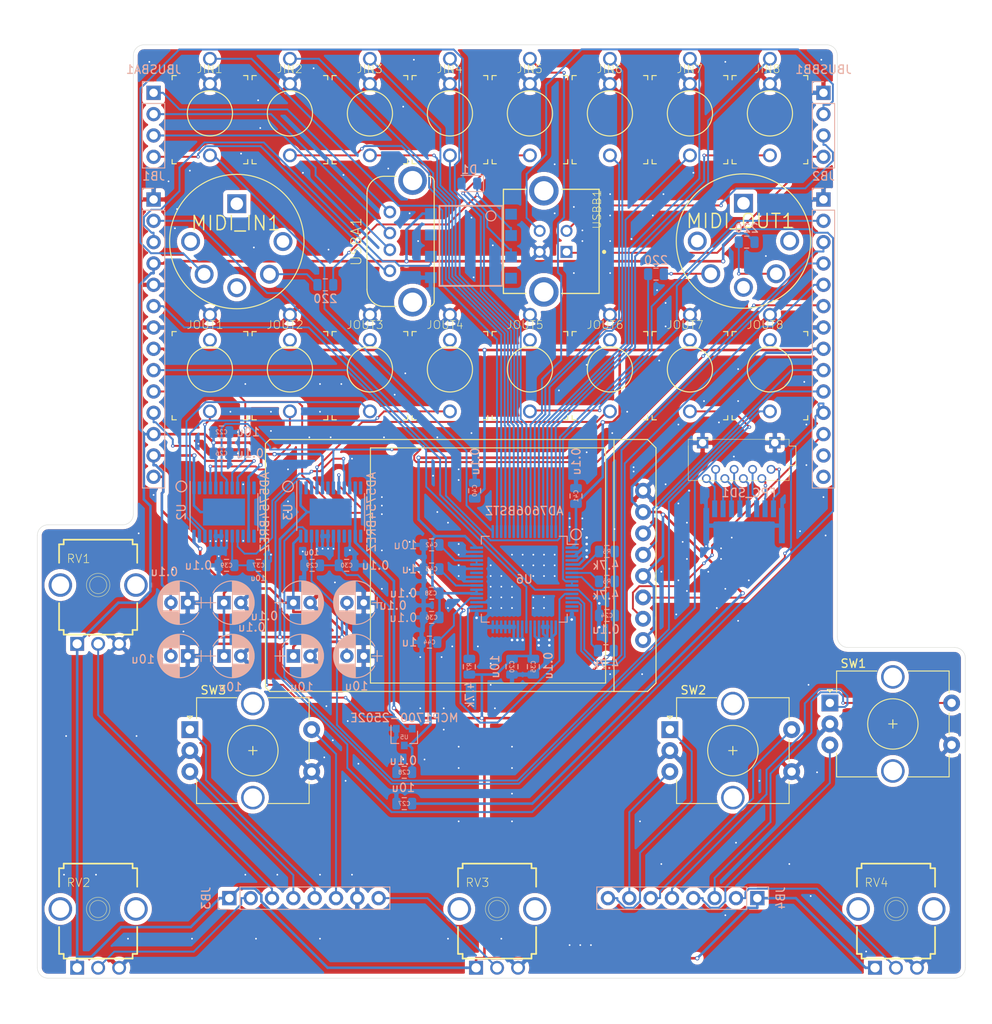
<source format=kicad_pcb>
(kicad_pcb (version 20171130) (host pcbnew "(5.1.7-0-10_14)")
  (layers (0 F.Cu power) (31 B.Cu mixed) (34 B.Paste user) (35 F.Paste user) (36 B.SilkS user) (37 F.SilkS user) (38 B.Mask user) (39 F.Mask user) (44 Edge.Cuts user))
  (net 0 "")
  (net 1 GND)
  (net 2 +3V3)
  (net 3 +12V)
  (net 4 +5V)
  (net 5 /DAC_REF2V5)
  (net 6 -12V)
  (net 7 "Net-(C42-Pad2)")
  (net 8 "Net-(C43-Pad2)")
  (net 9 "Net-(C44-Pad2)")
  (net 10 /TFT_CS)
  (net 11 /TFT_DC)
  (net 12 /TFT_MOSI)
  (net 13 /TFT_SCK)
  (net 14 /VOUT8)
  (net 15 /VOUT7)
  (net 16 /VOUT6)
  (net 17 /VOUT5)
  (net 18 /VOUT4)
  (net 19 /VOUT3)
  (net 20 /VOUT2)
  (net 21 /VOUT1)
  (net 22 /VGND8)
  (net 23 /VIN8)
  (net 24 /VGND7)
  (net 25 /VIN7)
  (net 26 /VGND6)
  (net 27 /VIN6)
  (net 28 /VGND5)
  (net 29 /VIN5)
  (net 30 /VGND4)
  (net 31 /VIN4)
  (net 32 /VGND3)
  (net 33 /VIN3)
  (net 34 /VGND2)
  (net 35 /VIN2)
  (net 36 /VGND1)
  (net 37 /VIN1)
  (net 38 "Net-(R5-Pad2)")
  (net 39 "Net-(R6-Pad2)")
  (net 40 "Net-(R7-Pad2)")
  (net 41 "Net-(U2-Pad16)")
  (net 42 /DAC_SDIN)
  (net 43 /DAC_SCK)
  (net 44 /DAC_SYNC)
  (net 45 /ADC_MISO)
  (net 46 /ADC_CS)
  (net 47 /ADC_CONVST)
  (net 48 /ADC_BUSY)
  (net 49 /MIDI_TX)
  (net 50 /MIDI_RX)
  (net 51 "Net-(MIDI_IN1-Pad2)")
  (net 52 "Net-(MIDI_OUT1-Pad4)")
  (net 53 "Net-(MIDI_OUT1-Pad2)")
  (net 54 "Net-(D1-Pad2)")
  (net 55 "Net-(D1-Pad1)")
  (net 56 /P1)
  (net 57 /P2)
  (net 58 /P3)
  (net 59 /P4)
  (net 60 /E1A)
  (net 61 /E1B)
  (net 62 /ES1)
  (net 63 /E2A)
  (net 64 /E2B)
  (net 65 /ES2)
  (net 66 /E3A)
  (net 67 /E3B)
  (net 68 /ES3)
  (net 69 "Net-(FPC_SD1-Pad8)")
  (net 70 "Net-(FPC_SD1-Pad7)")
  (net 71 "Net-(FPC_SD1-Pad6)")
  (net 72 "Net-(FPC_SD1-Pad5)")
  (net 73 "Net-(FPC_SD1-Pad4)")
  (net 74 "Net-(FPC_SD1-Pad3)")
  (net 75 "Net-(FPC_SD1-Pad2)")
  (net 76 "Net-(FPC_SD1-Pad1)")
  (net 77 "Net-(JBUSBA1-Pad4)")
  (net 78 "Net-(JBUSBA1-Pad3)")
  (net 79 "Net-(JBUSBA1-Pad2)")
  (net 80 "Net-(JBUSBA1-Pad1)")
  (net 81 "Net-(JBUSBB1-Pad4)")
  (net 82 "Net-(JBUSBB1-Pad3)")
  (net 83 "Net-(JBUSBB1-Pad2)")
  (net 84 /ADC_RESET)
  (net 85 /ADC_RANGE)
  (net 86 "Net-(JB2-Pad14)")
  (net 87 "Net-(JB2-Pad13)")
  (net 88 "Net-(JOUT1-PadTN)")
  (net 89 "Net-(JOUT2-PadTN)")
  (net 90 "Net-(JOUT3-PadTN)")
  (net 91 "Net-(JOUT4-PadTN)")
  (net 92 "Net-(JOUT5-PadTN)")
  (net 93 "Net-(JOUT6-PadTN)")
  (net 94 "Net-(JOUT7-PadTN)")
  (net 95 "Net-(JOUT8-PadTN)")
  (net 96 "Net-(MIDI_IN1-Pad5)")
  (net 97 "Net-(MIDI_IN1-Pad3)")
  (net 98 "Net-(MIDI_IN1-Pad1)")
  (net 99 "Net-(MIDI_OUT1-Pad5)")
  (net 100 "Net-(MIDI_OUT1-Pad3)")
  (net 101 "Net-(MIDI_OUT1-Pad1)")
  (net 102 "Net-(U2-Pad13)")
  (net 103 "Net-(U2-Pad12)")
  (net 104 "Net-(U2-Pad6)")
  (net 105 "Net-(U2-Pad2)")
  (net 106 "Net-(U3-Pad16)")
  (net 107 "Net-(U3-Pad13)")
  (net 108 "Net-(U3-Pad12)")
  (net 109 "Net-(U3-Pad6)")
  (net 110 "Net-(U3-Pad2)")
  (net 111 "Net-(U6-Pad42)")
  (net 112 "Net-(U6-Pad15)")
  (net 113 "Net-(U7-Pad7)")
  (net 114 "Net-(U7-Pad4)")
  (net 115 "Net-(U7-Pad1)")
  (net 116 "Net-(USBA1-Pad6)")
  (net 117 "Net-(USBA1-Pad5)")
  (net 118 "Net-(USBB1-Pad6)")
  (net 119 "Net-(USBB1-Pad5)")
  (module Capacitors_THT:CP_Radial_D5.0mm_P2.00mm (layer B.Cu) (at 113.665 107.315)
    (fp_text reference C25 hide)
    (fp_text value 0.1u (at -3.4544 1.5748) (layer B.SilkS) (effects (justify mirror)))
    (pad 1 thru_hole rect (at 0 0) (size 1.6 1.6) (drill 0.8) (layers *.Cu *.Mask) (net 3 +12V))
    (pad 2 thru_hole circle (at 2 0) (size 1.6 1.6) (drill 0.8) (layers *.Cu *.Mask) (net 1 GND))
  )
  (module Capacitors_THT:CP_Radial_D5.0mm_P2.00mm (layer B.Cu) (at 122.047 113.665 180)
    (fp_text reference C34 hide)
    (fp_text value 10u (at 0.8636 -3.5814) (layer B.SilkS) (effects (justify mirror)))
    (pad 1 thru_hole rect (at 0 0 180) (size 1.6 1.6) (drill 0.8) (layers *.Cu *.Mask) (net 1 GND))
    (pad 2 thru_hole circle (at 2 0 180) (size 1.6 1.6) (drill 0.8) (layers *.Cu *.Mask) (net 6 -12V))
  )
  (module Capacitors_THT:CP_Radial_D5.0mm_P2.00mm (layer B.Cu) (at 101.092 113.665 180)
    (fp_text reference C33 hide)
    (fp_text value 10u (at 5.334 -0.381) (layer B.SilkS) (effects (justify mirror)))
    (pad 1 thru_hole rect (at 0 0 180) (size 1.6 1.6) (drill 0.8) (layers *.Cu *.Mask) (net 1 GND))
    (pad 2 thru_hole circle (at 2 0 180) (size 1.6 1.6) (drill 0.8) (layers *.Cu *.Mask) (net 6 -12V))
  )
  (module Capacitors_THT:CP_Radial_D5.0mm_P2.00mm (layer B.Cu) (at 101.092 107.315 180)
    (fp_text reference C32 hide)
    (fp_text value 0.1u (at 2.794 3.683) (layer B.SilkS) (effects (justify mirror)))
    (pad 1 thru_hole rect (at 0 0 180) (size 1.6 1.6) (drill 0.8) (layers *.Cu *.Mask) (net 1 GND))
    (pad 2 thru_hole circle (at 2 0 180) (size 1.6 1.6) (drill 0.8) (layers *.Cu *.Mask) (net 6 -12V))
  )
  (module Capacitors_THT:CP_Radial_D5.0mm_P2.00mm (layer B.Cu) (at 122.047 107.315 180)
    (fp_text reference C31 hide)
    (fp_text value 0.1u (at -3.4798 -0.3302) (layer B.SilkS) (effects (justify mirror)))
    (pad 1 thru_hole rect (at 0 0 180) (size 1.6 1.6) (drill 0.8) (layers *.Cu *.Mask) (net 1 GND))
    (pad 2 thru_hole circle (at 2 0 180) (size 1.6 1.6) (drill 0.8) (layers *.Cu *.Mask) (net 6 -12V))
  )
  (module Capacitors_THT:CP_Radial_D5.0mm_P2.00mm (layer B.Cu) (at 105.41 107.315)
    (fp_text reference C23 hide)
    (fp_text value 0.1u (at 3.302 2.921) (layer B.SilkS) (effects (justify mirror)))
    (pad 1 thru_hole rect (at 0 0) (size 1.6 1.6) (drill 0.8) (layers *.Cu *.Mask) (net 3 +12V))
    (pad 2 thru_hole circle (at 2 0) (size 1.6 1.6) (drill 0.8) (layers *.Cu *.Mask) (net 1 GND))
  )
  (module Capacitors_THT:CP_Radial_D5.0mm_P2.00mm (layer B.Cu) (at 113.665 113.665)
    (fp_text reference C21 hide)
    (fp_text value 10u (at 1 3.683) (layer B.SilkS) (effects (justify mirror)))
    (pad 1 thru_hole rect (at 0 0) (size 1.6 1.6) (drill 0.8) (layers *.Cu *.Mask) (net 3 +12V))
    (pad 2 thru_hole circle (at 2 0) (size 1.6 1.6) (drill 0.8) (layers *.Cu *.Mask) (net 1 GND))
  )
  (module Capacitors_THT:CP_Radial_D5.0mm_P2.00mm (layer B.Cu) (at 105.41 113.665)
    (fp_text reference C19 hide)
    (fp_text value 10u (at 0.762 3.683) (layer B.SilkS) (effects (justify mirror)))
    (pad 1 thru_hole rect (at 0 0) (size 1.6 1.6) (drill 0.8) (layers *.Cu *.Mask) (net 3 +12V))
    (pad 2 thru_hole circle (at 2 0) (size 1.6 1.6) (drill 0.8) (layers *.Cu *.Mask) (net 1 GND))
  )
  (module Resistor_SMD:R_0805_2012Metric (layer B.Cu) (at 150.876 113.03 180)
    (fp_text reference R1 hide)
    (fp_text value 4.7k (at 0 -1.65) (layer B.SilkS) (effects (justify mirror)))
    (pad 2 smd roundrect (at 0.9375 0 180) (size 0.975 1.4) (layers B.Cu B.Paste B.Mask) (net 84 /ADC_RESET))
    (pad 1 smd roundrect (at -0.9375 0 180) (size 0.975 1.4) (layers B.Cu B.Paste B.Mask) (net 2 +3V3))
  )
  (module footprints:WURTH_ELECTRONICS_61400413321_0 (layer F.Cu) (at 144.374 64.3 270)
    (fp_text reference USBB1 (at -6.2 -6 270) (layer F.SilkS) (effects (font (size 0.95 0.95) (thickness 0.076)) (justify right bottom)))
    (fp_text value 61400413321 hide)
    (pad 3 thru_hole circle (at -1.25 1.38 270) (size 1.42 1.42) (drill 0.92) (layers *.Cu *.Mask) (net 83 "Net-(JBUSBB1-Pad2)"))
    (pad 4 thru_hole circle (at 1.25 1.38 270) (size 1.42 1.42) (drill 0.92) (layers *.Cu *.Mask) (net 1 GND))
    (pad 2 thru_hole circle (at -1.25 -1.82 270) (size 1.42 1.42) (drill 0.92) (layers *.Cu *.Mask) (net 82 "Net-(JBUSBB1-Pad3)"))
    (pad 1 thru_hole rect (at 1.25 -1.82 270) (size 1.42 1.42) (drill 0.92) (layers *.Cu *.Mask) (net 81 "Net-(JBUSBB1-Pad4)"))
    (pad 6 thru_hole circle (at 6.02 0.88 270) (size 3.5 3.5) (drill 2.3) (layers *.Cu *.Mask) (net 118 "Net-(USBB1-Pad6)"))
    (pad 5 thru_hole circle (at -6.02 0.88 270) (size 3.5 3.5) (drill 2.3) (layers *.Cu *.Mask) (net 119 "Net-(USBB1-Pad5)"))
  )
  (module Connector_PinSocket_2.54mm:PinSocket_1x04_P2.54mm_Vertical (layer B.Cu) (at 176.784 46.609 180)
    (fp_text reference JBUSBB1 (at 0 2.77) (layer B.SilkS) (effects (justify mirror)))
    (fp_text value Conn_01x04)
    (pad 4 thru_hole oval (at 0 -7.62 180) (size 1.7 1.7) (drill 1) (layers *.Cu *.Mask) (net 81 "Net-(JBUSBB1-Pad4)"))
    (pad 3 thru_hole oval (at 0 -5.08 180) (size 1.7 1.7) (drill 1) (layers *.Cu *.Mask) (net 82 "Net-(JBUSBB1-Pad3)"))
    (pad 2 thru_hole oval (at 0 -2.54 180) (size 1.7 1.7) (drill 1) (layers *.Cu *.Mask) (net 83 "Net-(JBUSBB1-Pad2)"))
    (pad 1 thru_hole rect (at 0 0 180) (size 1.7 1.7) (drill 1) (layers *.Cu *.Mask) (net 1 GND))
  )
  (module Connector_PinSocket_2.54mm:PinSocket_1x04_P2.54mm_Vertical (layer B.Cu) (at 97.028 46.609 180)
    (fp_text reference JBUSBA1 (at 0 2.77) (layer B.SilkS) (effects (justify mirror)))
    (fp_text value Conn_01x04)
    (pad 4 thru_hole oval (at 0 -7.62 180) (size 1.7 1.7) (drill 1) (layers *.Cu *.Mask) (net 77 "Net-(JBUSBA1-Pad4)"))
    (pad 3 thru_hole oval (at 0 -5.08 180) (size 1.7 1.7) (drill 1) (layers *.Cu *.Mask) (net 78 "Net-(JBUSBA1-Pad3)"))
    (pad 2 thru_hole oval (at 0 -2.54 180) (size 1.7 1.7) (drill 1) (layers *.Cu *.Mask) (net 79 "Net-(JBUSBA1-Pad2)"))
    (pad 1 thru_hole rect (at 0 0 180) (size 1.7 1.7) (drill 1) (layers *.Cu *.Mask) (net 80 "Net-(JBUSBA1-Pad1)"))
  )
  (module Capacitor_SMD:C_0805_2012Metric (layer B.Cu) (at 109.522 102.87)
    (fp_text reference C37 hide)
    (fp_text value 10u (at -0.048 1.524) (layer B.SilkS) (effects (font (size 0.635 0.635) (thickness 0.1143)) (justify mirror)))
    (fp_text user %R (at 0 0) (layer B.SilkS) (effects (font (size 0.5 0.5) (thickness 0.08)) (justify mirror)))
    (pad 2 smd roundrect (at 0.9375 0) (size 0.975 1.4) (layers B.Cu B.Paste B.Mask) (net 1 GND))
    (pad 1 smd roundrect (at -0.9375 0) (size 0.975 1.4) (layers B.Cu B.Paste B.Mask) (net 5 /DAC_REF2V5))
  )
  (module Capacitor_SMD:C_0805_2012Metric (layer B.Cu) (at 105.712 102.87 180)
    (fp_text reference C39 hide)
    (fp_text value 0.1u (at 3.35 0) (layer B.SilkS) (effects (justify mirror)))
    (fp_text user %R (at 0 0) (layer B.SilkS) (effects (font (size 0.5 0.5) (thickness 0.08)) (justify mirror)))
    (pad 2 smd roundrect (at 0.9375 0 180) (size 0.975 1.4) (layers B.Cu B.Paste B.Mask) (net 1 GND))
    (pad 1 smd roundrect (at -0.9375 0 180) (size 0.975 1.4) (layers B.Cu B.Paste B.Mask) (net 5 /DAC_REF2V5))
  )
  (module Connector_PinSocket_2.54mm:PinSocket_1x08_P2.54mm_Vertical (layer B.Cu) (at 168.91 142.494 90)
    (fp_text reference JB4 (at 0 2.77 90) (layer B.SilkS) (effects (justify mirror)))
    (fp_text value Conn_01x08)
    (pad 8 thru_hole oval (at 0 -17.78 90) (size 1.7 1.7) (drill 1) (layers *.Cu *.Mask) (net 63 /E2A))
    (pad 7 thru_hole oval (at 0 -15.24 90) (size 1.7 1.7) (drill 1) (layers *.Cu *.Mask) (net 64 /E2B))
    (pad 6 thru_hole oval (at 0 -12.7 90) (size 1.7 1.7) (drill 1) (layers *.Cu *.Mask) (net 65 /ES2))
    (pad 5 thru_hole oval (at 0 -10.16 90) (size 1.7 1.7) (drill 1) (layers *.Cu *.Mask) (net 60 /E1A))
    (pad 4 thru_hole oval (at 0 -7.62 90) (size 1.7 1.7) (drill 1) (layers *.Cu *.Mask) (net 61 /E1B))
    (pad 3 thru_hole oval (at 0 -5.08 90) (size 1.7 1.7) (drill 1) (layers *.Cu *.Mask) (net 62 /ES1))
    (pad 2 thru_hole oval (at 0 -2.54 90) (size 1.7 1.7) (drill 1) (layers *.Cu *.Mask) (net 59 /P4))
    (pad 1 thru_hole rect (at 0 0 90) (size 1.7 1.7) (drill 1) (layers *.Cu *.Mask) (net 2 +3V3))
  )
  (module Connector_PinSocket_2.54mm:PinSocket_1x08_P2.54mm_Vertical (layer B.Cu) (at 106.045 142.494 270)
    (fp_text reference JB3 (at 0 2.77 90) (layer B.SilkS) (effects (justify mirror)))
    (fp_text value Conn_01x08)
    (pad 8 thru_hole oval (at 0 -17.78 270) (size 1.7 1.7) (drill 1) (layers *.Cu *.Mask) (net 58 /P3))
    (pad 7 thru_hole oval (at 0 -15.24 270) (size 1.7 1.7) (drill 1) (layers *.Cu *.Mask) (net 1 GND))
    (pad 6 thru_hole oval (at 0 -12.7 270) (size 1.7 1.7) (drill 1) (layers *.Cu *.Mask) (net 68 /ES3))
    (pad 5 thru_hole oval (at 0 -10.16 270) (size 1.7 1.7) (drill 1) (layers *.Cu *.Mask) (net 66 /E3A))
    (pad 4 thru_hole oval (at 0 -7.62 270) (size 1.7 1.7) (drill 1) (layers *.Cu *.Mask) (net 67 /E3B))
    (pad 3 thru_hole oval (at 0 -5.08 270) (size 1.7 1.7) (drill 1) (layers *.Cu *.Mask) (net 56 /P1))
    (pad 2 thru_hole oval (at 0 -2.54 270) (size 1.7 1.7) (drill 1) (layers *.Cu *.Mask) (net 57 /P2))
    (pad 1 thru_hole rect (at 0 0 270) (size 1.7 1.7) (drill 1) (layers *.Cu *.Mask) (net 2 +3V3))
  )
  (module Connector_PinSocket_2.54mm:PinSocket_1x14_P2.54mm_Vertical (layer B.Cu) (at 176.784 59.309 180)
    (fp_text reference JB2 (at 0 2.77) (layer B.SilkS) (effects (justify mirror)))
    (fp_text value Conn_01x14)
    (pad 14 thru_hole oval (at 0 -33.02 180) (size 1.7 1.7) (drill 1) (layers *.Cu *.Mask) (net 86 "Net-(JB2-Pad14)"))
    (pad 13 thru_hole oval (at 0 -30.48 180) (size 1.7 1.7) (drill 1) (layers *.Cu *.Mask) (net 87 "Net-(JB2-Pad13)"))
    (pad 12 thru_hole oval (at 0 -27.94 180) (size 1.7 1.7) (drill 1) (layers *.Cu *.Mask) (net 10 /TFT_CS))
    (pad 11 thru_hole oval (at 0 -25.4 180) (size 1.7 1.7) (drill 1) (layers *.Cu *.Mask) (net 11 /TFT_DC))
    (pad 10 thru_hole oval (at 0 -22.86 180) (size 1.7 1.7) (drill 1) (layers *.Cu *.Mask) (net 12 /TFT_MOSI))
    (pad 9 thru_hole oval (at 0 -20.32 180) (size 1.7 1.7) (drill 1) (layers *.Cu *.Mask) (net 13 /TFT_SCK))
    (pad 8 thru_hole oval (at 0 -17.78 180) (size 1.7 1.7) (drill 1) (layers *.Cu *.Mask) (net 4 +5V))
    (pad 7 thru_hole oval (at 0 -15.24 180) (size 1.7 1.7) (drill 1) (layers *.Cu *.Mask) (net 1 GND))
    (pad 6 thru_hole oval (at 0 -12.7 180) (size 1.7 1.7) (drill 1) (layers *.Cu *.Mask) (net 44 /DAC_SYNC))
    (pad 5 thru_hole oval (at 0 -10.16 180) (size 1.7 1.7) (drill 1) (layers *.Cu *.Mask) (net 48 /ADC_BUSY))
    (pad 4 thru_hole oval (at 0 -7.62 180) (size 1.7 1.7) (drill 1) (layers *.Cu *.Mask) (net 46 /ADC_CS))
    (pad 3 thru_hole oval (at 0 -5.08 180) (size 1.7 1.7) (drill 1) (layers *.Cu *.Mask) (net 85 /ADC_RANGE))
    (pad 2 thru_hole oval (at 0 -2.54 180) (size 1.7 1.7) (drill 1) (layers *.Cu *.Mask) (net 47 /ADC_CONVST))
    (pad 1 thru_hole rect (at 0 0 180) (size 1.7 1.7) (drill 1) (layers *.Cu *.Mask) (net 1 GND))
  )
  (module Connector_PinSocket_2.54mm:PinSocket_1x14_P2.54mm_Vertical (layer B.Cu) (at 97.028 59.309 180)
    (fp_text reference JB1 (at 0 2.77) (layer B.SilkS) (effects (justify mirror)))
    (fp_text value Conn_01x14)
    (pad 14 thru_hole oval (at 0 -33.02 180) (size 1.7 1.7) (drill 1) (layers *.Cu *.Mask) (net 3 +12V))
    (pad 13 thru_hole oval (at 0 -30.48 180) (size 1.7 1.7) (drill 1) (layers *.Cu *.Mask) (net 6 -12V))
    (pad 12 thru_hole oval (at 0 -27.94 180) (size 1.7 1.7) (drill 1) (layers *.Cu *.Mask) (net 2 +3V3))
    (pad 11 thru_hole oval (at 0 -25.4 180) (size 1.7 1.7) (drill 1) (layers *.Cu *.Mask) (net 42 /DAC_SDIN))
    (pad 10 thru_hole oval (at 0 -22.86 180) (size 1.7 1.7) (drill 1) (layers *.Cu *.Mask) (net 43 /DAC_SCK))
    (pad 9 thru_hole oval (at 0 -20.32 180) (size 1.7 1.7) (drill 1) (layers *.Cu *.Mask) (net 45 /ADC_MISO))
    (pad 8 thru_hole oval (at 0 -17.78 180) (size 1.7 1.7) (drill 1) (layers *.Cu *.Mask) (net 4 +5V))
    (pad 7 thru_hole oval (at 0 -15.24 180) (size 1.7 1.7) (drill 1) (layers *.Cu *.Mask) (net 1 GND))
    (pad 6 thru_hole oval (at 0 -12.7 180) (size 1.7 1.7) (drill 1) (layers *.Cu *.Mask) (net 84 /ADC_RESET))
    (pad 5 thru_hole oval (at 0 -10.16 180) (size 1.7 1.7) (drill 1) (layers *.Cu *.Mask) (net 1 GND))
    (pad 4 thru_hole oval (at 0 -7.62 180) (size 1.7 1.7) (drill 1) (layers *.Cu *.Mask) (net 2 +3V3))
    (pad 3 thru_hole oval (at 0 -5.08 180) (size 1.7 1.7) (drill 1) (layers *.Cu *.Mask) (net 50 /MIDI_RX))
    (pad 2 thru_hole oval (at 0 -2.54 180) (size 1.7 1.7) (drill 1) (layers *.Cu *.Mask) (net 49 /MIDI_TX))
    (pad 1 thru_hole rect (at 0 0 180) (size 1.7 1.7) (drill 1) (layers *.Cu *.Mask) (net 1 GND))
  )
  (module footprints:OG-MIDI_SD-50BV (layer F.Cu) (at 106.934 64.317 180)
    (fp_text reference MIDI_IN1 (at -5.334 1.198 180) (layer F.SilkS) (effects (font (size 1.6891 1.6891) (thickness 0.16891)) (justify right bottom)))
    (fp_text value DIN-5 hide)
    (pad P$3 thru_hole rect (at 0 4.5 180) (size 2.25 2.25) (drill 1.5) (layers *.Cu *.Mask))
    (pad 4 thru_hole circle (at 3.89 -3.89 180) (size 2.25 2.25) (drill 1.5) (layers *.Cu *.Mask) (net 54 "Net-(D1-Pad2)"))
    (pad 2 thru_hole circle (at -3.89 -3.89 180) (size 2.25 2.25) (drill 1.5) (layers *.Cu *.Mask) (net 51 "Net-(MIDI_IN1-Pad2)"))
    (pad 5 thru_hole circle (at 5.5 0 180) (size 2.25 2.25) (drill 1.5) (layers *.Cu *.Mask) (net 96 "Net-(MIDI_IN1-Pad5)"))
    (pad 3 thru_hole circle (at 0 -5.5 270) (size 2.25 2.25) (drill 1.5) (layers *.Cu *.Mask) (net 97 "Net-(MIDI_IN1-Pad3)"))
    (pad 1 thru_hole circle (at -5.5 0 180) (size 2.25 2.25) (drill 1.5) (layers *.Cu *.Mask) (net 98 "Net-(MIDI_IN1-Pad1)"))
  )
  (module footprints:OG-MIDI_SD-50BV (layer F.Cu) (at 167.259 64.262 180)
    (fp_text reference MIDI_OUT1 (at -6.223 1.397 180) (layer F.SilkS) (effects (font (size 1.6891 1.6891) (thickness 0.16891)) (justify right bottom)))
    (fp_text value DIN-5 hide)
    (pad P$3 thru_hole rect (at 0 4.5 180) (size 2.25 2.25) (drill 1.5) (layers *.Cu *.Mask))
    (pad 4 thru_hole circle (at 3.89 -3.89 180) (size 2.25 2.25) (drill 1.5) (layers *.Cu *.Mask) (net 52 "Net-(MIDI_OUT1-Pad4)"))
    (pad 2 thru_hole circle (at -3.89 -3.89 180) (size 2.25 2.25) (drill 1.5) (layers *.Cu *.Mask) (net 53 "Net-(MIDI_OUT1-Pad2)"))
    (pad 5 thru_hole circle (at 5.5 0 180) (size 2.25 2.25) (drill 1.5) (layers *.Cu *.Mask) (net 99 "Net-(MIDI_OUT1-Pad5)"))
    (pad 3 thru_hole circle (at 0 -5.5 270) (size 2.25 2.25) (drill 1.5) (layers *.Cu *.Mask) (net 100 "Net-(MIDI_OUT1-Pad3)"))
    (pad 1 thru_hole circle (at -5.5 0 180) (size 2.25 2.25) (drill 1.5) (layers *.Cu *.Mask) (net 101 "Net-(MIDI_OUT1-Pad1)"))
  )
  (module footprints:HFW8R-1STE1LF (layer B.Cu) (at 163.83 96.139 180)
    (fp_text reference FPC_SD1 (at -4.064 1.905) (layer B.SilkS) (effects (justify mirror)))
    (fp_text value 1734592-8)
    (pad 10 smd rect (at 1 -2 180) (size 0.7 4.2) (layers B.Cu B.Paste B.Mask) (net 1 GND))
    (pad 9 smd rect (at -8 -2 180) (size 0.7 4.2) (layers B.Cu B.Paste B.Mask) (net 1 GND))
    (pad 8 smd rect (at -7 0 180) (size 0.6 2) (layers B.Cu B.Paste B.Mask) (net 69 "Net-(FPC_SD1-Pad8)"))
    (pad 7 smd rect (at -6 0 180) (size 0.6 2) (layers B.Cu B.Paste B.Mask) (net 70 "Net-(FPC_SD1-Pad7)"))
    (pad 6 smd rect (at -5 0 180) (size 0.6 2) (layers B.Cu B.Paste B.Mask) (net 71 "Net-(FPC_SD1-Pad6)"))
    (pad 5 smd rect (at -4 0 180) (size 0.6 2) (layers B.Cu B.Paste B.Mask) (net 72 "Net-(FPC_SD1-Pad5)"))
    (pad 4 smd rect (at -3 0 180) (size 0.6 2) (layers B.Cu B.Paste B.Mask) (net 73 "Net-(FPC_SD1-Pad4)"))
    (pad 3 smd rect (at -2 0 180) (size 0.6 2) (layers B.Cu B.Paste B.Mask) (net 74 "Net-(FPC_SD1-Pad3)"))
    (pad 2 smd rect (at -1 0 180) (size 0.6 2) (layers B.Cu B.Paste B.Mask) (net 75 "Net-(FPC_SD1-Pad2)"))
    (pad 1 smd rect (at 0 0 180) (size 0.6 2) (layers B.Cu B.Paste B.Mask) (net 76 "Net-(FPC_SD1-Pad1)"))
  )
  (module footprints:YAMAICHI_MICROSD_VERTICAL (layer F.Cu) (at 166.695 91.44 180)
    (fp_text reference SDCARD1 hide)
    (fp_text value YAMAICHI_SD_CARD hide)
    (pad 8 thru_hole circle (at 3.85 -1.1 180) (size 1.05 1.05) (drill 0.7) (layers *.Cu *.Mask) (net 76 "Net-(FPC_SD1-Pad1)"))
    (pad 7 thru_hole circle (at 2.75 0 180) (size 1.05 1.05) (drill 0.7) (layers *.Cu *.Mask) (net 75 "Net-(FPC_SD1-Pad2)"))
    (pad 6 thru_hole circle (at 1.65 -1.1 180) (size 1.05 1.05) (drill 0.7) (layers *.Cu *.Mask) (net 74 "Net-(FPC_SD1-Pad3)"))
    (pad 5 thru_hole circle (at 0.55 0 180) (size 1.05 1.05) (drill 0.7) (layers *.Cu *.Mask) (net 73 "Net-(FPC_SD1-Pad4)"))
    (pad 4 thru_hole circle (at -0.55 -1.1 180) (size 1.05 1.05) (drill 0.7) (layers *.Cu *.Mask) (net 72 "Net-(FPC_SD1-Pad5)"))
    (pad 3 thru_hole circle (at -1.65 0 180) (size 1.05 1.05) (drill 0.7) (layers *.Cu *.Mask) (net 71 "Net-(FPC_SD1-Pad6)"))
    (pad 2 thru_hole circle (at -2.75 -1.1 180) (size 1.05 1.05) (drill 0.7) (layers *.Cu *.Mask) (net 70 "Net-(FPC_SD1-Pad7)"))
    (pad 1 thru_hole circle (at -3.85 0 180) (size 1.05 1.05) (drill 0.7) (layers *.Cu *.Mask) (net 69 "Net-(FPC_SD1-Pad8)"))
    (pad 9 thru_hole rect (at 4.3 3.17 180) (size 1.35 1.35) (drill 0.9) (layers *.Cu *.Mask) (net 1 GND))
    (pad 10 thru_hole rect (at -4.3 3.17 180) (size 1.35 1.35) (drill 0.9) (layers *.Cu *.Mask) (net 1 GND))
  )
  (module Diode_SMD:D_0805_2012Metric (layer B.Cu) (at 134.62 57.404 180)
    (fp_text reference D1 (at 0 1.65) (layer B.SilkS) (effects (justify mirror)))
    (fp_text value D)
    (pad 2 smd roundrect (at 0.9375 0 180) (size 0.975 1.4) (layers B.Cu B.Paste B.Mask) (net 54 "Net-(D1-Pad2)"))
    (pad 1 smd roundrect (at -0.9375 0 180) (size 0.975 1.4) (layers B.Cu B.Paste B.Mask) (net 55 "Net-(D1-Pad1)"))
  )
  (module Package_QFP:LQFP-64_10x10mm_P0.5mm (layer B.Cu) (at 141.16 104.521 180)
    (fp_text reference U6 hide)
    (fp_text value AD7606BSTZ (at 0 8.128) (layer B.SilkS) (effects (justify mirror)))
    (fp_text user %R (at 0 0) (layer B.SilkS) (effects (justify mirror)))
    (pad 64 smd roundrect (at -3.75 5.675 180) (size 0.3 1.55) (layers B.Cu B.Paste B.Mask) (net 22 /VGND8))
    (pad 63 smd roundrect (at -3.25 5.675 180) (size 0.3 1.55) (layers B.Cu B.Paste B.Mask) (net 23 /VIN8))
    (pad 62 smd roundrect (at -2.75 5.675 180) (size 0.3 1.55) (layers B.Cu B.Paste B.Mask) (net 24 /VGND7))
    (pad 61 smd roundrect (at -2.25 5.675 180) (size 0.3 1.55) (layers B.Cu B.Paste B.Mask) (net 25 /VIN7))
    (pad 60 smd roundrect (at -1.75 5.675 180) (size 0.3 1.55) (layers B.Cu B.Paste B.Mask) (net 26 /VGND6))
    (pad 59 smd roundrect (at -1.25 5.675 180) (size 0.3 1.55) (layers B.Cu B.Paste B.Mask) (net 27 /VIN6))
    (pad 58 smd roundrect (at -0.75 5.675 180) (size 0.3 1.55) (layers B.Cu B.Paste B.Mask) (net 28 /VGND5))
    (pad 57 smd roundrect (at -0.25 5.675 180) (size 0.3 1.55) (layers B.Cu B.Paste B.Mask) (net 29 /VIN5))
    (pad 56 smd roundrect (at 0.25 5.675 180) (size 0.3 1.55) (layers B.Cu B.Paste B.Mask) (net 30 /VGND4))
    (pad 55 smd roundrect (at 0.75 5.675 180) (size 0.3 1.55) (layers B.Cu B.Paste B.Mask) (net 31 /VIN4))
    (pad 54 smd roundrect (at 1.25 5.675 180) (size 0.3 1.55) (layers B.Cu B.Paste B.Mask) (net 32 /VGND3))
    (pad 53 smd roundrect (at 1.75 5.675 180) (size 0.3 1.55) (layers B.Cu B.Paste B.Mask) (net 33 /VIN3))
    (pad 52 smd roundrect (at 2.25 5.675 180) (size 0.3 1.55) (layers B.Cu B.Paste B.Mask) (net 34 /VGND2))
    (pad 51 smd roundrect (at 2.75 5.675 180) (size 0.3 1.55) (layers B.Cu B.Paste B.Mask) (net 35 /VIN2))
    (pad 50 smd roundrect (at 3.25 5.675 180) (size 0.3 1.55) (layers B.Cu B.Paste B.Mask) (net 36 /VGND1))
    (pad 49 smd roundrect (at 3.75 5.675 180) (size 0.3 1.55) (layers B.Cu B.Paste B.Mask) (net 37 /VIN1))
    (pad 48 smd roundrect (at 5.675 3.75 180) (size 1.55 0.3) (layers B.Cu B.Paste B.Mask) (net 4 +5V))
    (pad 47 smd roundrect (at 5.675 3.25 180) (size 1.55 0.3) (layers B.Cu B.Paste B.Mask) (net 1 GND))
    (pad 46 smd roundrect (at 5.675 2.75 180) (size 1.55 0.3) (layers B.Cu B.Paste B.Mask) (net 1 GND))
    (pad 45 smd roundrect (at 5.675 2.25 180) (size 1.55 0.3) (layers B.Cu B.Paste B.Mask) (net 7 "Net-(C42-Pad2)"))
    (pad 44 smd roundrect (at 5.675 1.75 180) (size 1.55 0.3) (layers B.Cu B.Paste B.Mask) (net 7 "Net-(C42-Pad2)"))
    (pad 43 smd roundrect (at 5.675 1.25 180) (size 1.55 0.3) (layers B.Cu B.Paste B.Mask) (net 1 GND))
    (pad 42 smd roundrect (at 5.675 0.75 180) (size 1.55 0.3) (layers B.Cu B.Paste B.Mask) (net 111 "Net-(U6-Pad42)"))
    (pad 41 smd roundrect (at 5.675 0.25 180) (size 1.55 0.3) (layers B.Cu B.Paste B.Mask) (net 1 GND))
    (pad 40 smd roundrect (at 5.675 -0.25 180) (size 1.55 0.3) (layers B.Cu B.Paste B.Mask) (net 1 GND))
    (pad 39 smd roundrect (at 5.675 -0.75 180) (size 1.55 0.3) (layers B.Cu B.Paste B.Mask) (net 8 "Net-(C43-Pad2)"))
    (pad 38 smd roundrect (at 5.675 -1.25 180) (size 1.55 0.3) (layers B.Cu B.Paste B.Mask) (net 4 +5V))
    (pad 37 smd roundrect (at 5.675 -1.75 180) (size 1.55 0.3) (layers B.Cu B.Paste B.Mask) (net 4 +5V))
    (pad 36 smd roundrect (at 5.675 -2.25 180) (size 1.55 0.3) (layers B.Cu B.Paste B.Mask) (net 9 "Net-(C44-Pad2)"))
    (pad 35 smd roundrect (at 5.675 -2.75 180) (size 1.55 0.3) (layers B.Cu B.Paste B.Mask) (net 1 GND))
    (pad 34 smd roundrect (at 5.675 -3.25 180) (size 1.55 0.3) (layers B.Cu B.Paste B.Mask) (net 40 "Net-(R7-Pad2)"))
    (pad 33 smd roundrect (at 5.675 -3.75 180) (size 1.55 0.3) (layers B.Cu B.Paste B.Mask) (net 1 GND))
    (pad 32 smd roundrect (at 3.75 -5.675 180) (size 0.3 1.55) (layers B.Cu B.Paste B.Mask) (net 1 GND))
    (pad 31 smd roundrect (at 3.25 -5.675 180) (size 0.3 1.55) (layers B.Cu B.Paste B.Mask) (net 1 GND))
    (pad 30 smd roundrect (at 2.75 -5.675 180) (size 0.3 1.55) (layers B.Cu B.Paste B.Mask) (net 1 GND))
    (pad 29 smd roundrect (at 2.25 -5.675 180) (size 0.3 1.55) (layers B.Cu B.Paste B.Mask) (net 1 GND))
    (pad 28 smd roundrect (at 1.75 -5.675 180) (size 0.3 1.55) (layers B.Cu B.Paste B.Mask) (net 1 GND))
    (pad 27 smd roundrect (at 1.25 -5.675 180) (size 0.3 1.55) (layers B.Cu B.Paste B.Mask) (net 1 GND))
    (pad 26 smd roundrect (at 0.75 -5.675 180) (size 0.3 1.55) (layers B.Cu B.Paste B.Mask) (net 1 GND))
    (pad 25 smd roundrect (at 0.25 -5.675 180) (size 0.3 1.55) (layers B.Cu B.Paste B.Mask) (net 1 GND))
    (pad 24 smd roundrect (at -0.25 -5.675 180) (size 0.3 1.55) (layers B.Cu B.Paste B.Mask) (net 45 /ADC_MISO))
    (pad 23 smd roundrect (at -0.75 -5.675 180) (size 0.3 1.55) (layers B.Cu B.Paste B.Mask) (net 2 +3V3))
    (pad 22 smd roundrect (at -1.25 -5.675 180) (size 0.3 1.55) (layers B.Cu B.Paste B.Mask) (net 1 GND))
    (pad 21 smd roundrect (at -1.75 -5.675 180) (size 0.3 1.55) (layers B.Cu B.Paste B.Mask) (net 1 GND))
    (pad 20 smd roundrect (at -2.25 -5.675 180) (size 0.3 1.55) (layers B.Cu B.Paste B.Mask) (net 1 GND))
    (pad 19 smd roundrect (at -2.75 -5.675 180) (size 0.3 1.55) (layers B.Cu B.Paste B.Mask) (net 1 GND))
    (pad 18 smd roundrect (at -3.25 -5.675 180) (size 0.3 1.55) (layers B.Cu B.Paste B.Mask) (net 1 GND))
    (pad 17 smd roundrect (at -3.75 -5.675 180) (size 0.3 1.55) (layers B.Cu B.Paste B.Mask) (net 1 GND))
    (pad 16 smd roundrect (at -5.675 -3.75 180) (size 1.55 0.3) (layers B.Cu B.Paste B.Mask) (net 1 GND))
    (pad 15 smd roundrect (at -5.675 -3.25 180) (size 1.55 0.3) (layers B.Cu B.Paste B.Mask) (net 112 "Net-(U6-Pad15)"))
    (pad 14 smd roundrect (at -5.675 -2.75 180) (size 1.55 0.3) (layers B.Cu B.Paste B.Mask) (net 48 /ADC_BUSY))
    (pad 13 smd roundrect (at -5.675 -2.25 180) (size 1.55 0.3) (layers B.Cu B.Paste B.Mask) (net 46 /ADC_CS))
    (pad 12 smd roundrect (at -5.675 -1.75 180) (size 1.55 0.3) (layers B.Cu B.Paste B.Mask) (net 43 /DAC_SCK))
    (pad 11 smd roundrect (at -5.675 -1.25 180) (size 1.55 0.3) (layers B.Cu B.Paste B.Mask) (net 84 /ADC_RESET))
    (pad 10 smd roundrect (at -5.675 -0.75 180) (size 1.55 0.3) (layers B.Cu B.Paste B.Mask) (net 47 /ADC_CONVST))
    (pad 9 smd roundrect (at -5.675 -0.25 180) (size 1.55 0.3) (layers B.Cu B.Paste B.Mask) (net 47 /ADC_CONVST))
    (pad 8 smd roundrect (at -5.675 0.25 180) (size 1.55 0.3) (layers B.Cu B.Paste B.Mask) (net 85 /ADC_RANGE))
    (pad 7 smd roundrect (at -5.675 0.75 180) (size 1.55 0.3) (layers B.Cu B.Paste B.Mask) (net 39 "Net-(R6-Pad2)"))
    (pad 6 smd roundrect (at -5.675 1.25 180) (size 1.55 0.3) (layers B.Cu B.Paste B.Mask) (net 38 "Net-(R5-Pad2)"))
    (pad 5 smd roundrect (at -5.675 1.75 180) (size 1.55 0.3) (layers B.Cu B.Paste B.Mask) (net 1 GND))
    (pad 4 smd roundrect (at -5.675 2.25 180) (size 1.55 0.3) (layers B.Cu B.Paste B.Mask) (net 1 GND))
    (pad 3 smd roundrect (at -5.675 2.75 180) (size 1.55 0.3) (layers B.Cu B.Paste B.Mask) (net 1 GND))
    (pad 2 smd roundrect (at -5.675 3.25 180) (size 1.55 0.3) (layers B.Cu B.Paste B.Mask) (net 1 GND))
    (pad 1 smd roundrect (at -5.675 3.75 180) (size 1.55 0.3) (layers B.Cu B.Paste B.Mask) (net 4 +5V))
  )
  (module Package_TO_SOT_SMD:SOT-23 (layer B.Cu) (at 126.873 123.317 270)
    (fp_text reference U5 hide)
    (fp_text value MCP1700-2502E (at -2.286 0 180) (layer B.SilkS) (effects (justify mirror)))
    (fp_text user %R (at 0 0) (layer B.SilkS) (effects (font (size 0.5 0.5) (thickness 0.075)) (justify mirror)))
    (pad 3 smd rect (at 1 0 270) (size 0.9 0.8) (layers B.Cu B.Paste B.Mask) (net 4 +5V))
    (pad 2 smd rect (at -1 -0.95 270) (size 0.9 0.8) (layers B.Cu B.Paste B.Mask) (net 5 /DAC_REF2V5))
    (pad 1 smd rect (at -1 0.95 270) (size 0.9 0.8) (layers B.Cu B.Paste B.Mask) (net 1 GND))
  )
  (module Resistor_SMD:R_0805_2012Metric (layer B.Cu) (at 167.64 64.389)
    (fp_text reference R38 hide)
    (fp_text value 220 (at 0 -1.65) (layer B.SilkS) (effects (justify mirror)))
    (pad 2 smd roundrect (at 0.9375 0) (size 0.975 1.4) (layers B.Cu B.Paste B.Mask) (net 2 +3V3))
    (pad 1 smd roundrect (at -0.9375 0) (size 0.975 1.4) (layers B.Cu B.Paste B.Mask) (net 53 "Net-(MIDI_OUT1-Pad2)"))
  )
  (module Resistor_SMD:R_0805_2012Metric (layer B.Cu) (at 117.475 69.469 180)
    (fp_text reference R37 hide)
    (fp_text value 220 (at 0 -1.65) (layer B.SilkS) (effects (justify mirror)))
    (pad 2 smd roundrect (at 0.9375 0 180) (size 0.975 1.4) (layers B.Cu B.Paste B.Mask) (net 51 "Net-(MIDI_IN1-Pad2)"))
    (pad 1 smd roundrect (at -0.9375 0 180) (size 0.975 1.4) (layers B.Cu B.Paste B.Mask) (net 55 "Net-(D1-Pad1)"))
  )
  (module Resistor_SMD:R_0805_2012Metric (layer B.Cu) (at 156.845 68.199)
    (fp_text reference R36 hide)
    (fp_text value 220 (at 0 -1.65) (layer B.SilkS) (effects (justify mirror)))
    (pad 2 smd roundrect (at 0.9375 0) (size 0.975 1.4) (layers B.Cu B.Paste B.Mask) (net 52 "Net-(MIDI_OUT1-Pad4)"))
    (pad 1 smd roundrect (at -0.9375 0) (size 0.975 1.4) (layers B.Cu B.Paste B.Mask) (net 49 /MIDI_TX))
  )
  (module Resistor_SMD:R_0805_2012Metric (layer B.Cu) (at 134.62 114.935 90)
    (fp_text reference R7 hide)
    (fp_text value 4.7k (at -3.327 0.051 90) (layer B.SilkS) (effects (justify mirror)))
    (fp_text user %R (at 0 0 90) (layer B.SilkS) (effects (font (size 0.5 0.5) (thickness 0.08)) (justify mirror)))
    (pad 2 smd roundrect (at 0.9375 0 90) (size 0.975 1.4) (layers B.Cu B.Paste B.Mask) (net 40 "Net-(R7-Pad2)"))
    (pad 1 smd roundrect (at -0.9375 0 90) (size 0.975 1.4) (layers B.Cu B.Paste B.Mask) (net 2 +3V3))
  )
  (module Resistor_SMD:R_0805_2012Metric (layer B.Cu) (at 151.003 104.775 180)
    (fp_text reference R6 hide)
    (fp_text value 4.7k (at 0.127 -1.651) (layer B.SilkS) (effects (justify mirror)))
    (fp_text user %R (at 0 0) (layer B.SilkS) (effects (font (size 0.5 0.5) (thickness 0.08)) (justify mirror)))
    (pad 2 smd roundrect (at 0.9375 0 180) (size 0.975 1.4) (layers B.Cu B.Paste B.Mask) (net 39 "Net-(R6-Pad2)"))
    (pad 1 smd roundrect (at -0.9375 0 180) (size 0.975 1.4) (layers B.Cu B.Paste B.Mask) (net 2 +3V3))
  )
  (module Resistor_SMD:R_0805_2012Metric (layer B.Cu) (at 151.003 101.219 180)
    (fp_text reference R5 hide)
    (fp_text value 4.7k (at 0.127 -1.651) (layer B.SilkS) (effects (justify mirror)))
    (fp_text user %R (at 0 0) (layer B.SilkS) (effects (font (size 0.5 0.5) (thickness 0.08)) (justify mirror)))
    (pad 2 smd roundrect (at 0.9375 0 180) (size 0.975 1.4) (layers B.Cu B.Paste B.Mask) (net 38 "Net-(R5-Pad2)"))
    (pad 1 smd roundrect (at -0.9375 0 180) (size 0.975 1.4) (layers B.Cu B.Paste B.Mask) (net 2 +3V3))
  )
  (module Capacitor_SMD:C_0805_2012Metric (layer B.Cu) (at 129.872 112.014)
    (fp_text reference C44 hide)
    (fp_text value 1u (at -2.387334 0 180) (layer B.SilkS) (effects (justify mirror)))
    (fp_text user %R (at 0 0) (layer B.SilkS) (effects (font (size 0.5 0.5) (thickness 0.08)) (justify mirror)))
    (pad 2 smd roundrect (at 0.9375 0) (size 0.975 1.4) (layers B.Cu B.Paste B.Mask) (net 9 "Net-(C44-Pad2)"))
    (pad 1 smd roundrect (at -0.9375 0) (size 0.975 1.4) (layers B.Cu B.Paste B.Mask) (net 1 GND))
  )
  (module Capacitor_SMD:C_0805_2012Metric (layer B.Cu) (at 130.124 103.31)
    (fp_text reference C43 hide)
    (fp_text value 1u (at -2.639334 0) (layer B.SilkS) (effects (justify mirror)))
    (fp_text user %R (at 0 0) (layer B.SilkS) (effects (font (size 0.5 0.5) (thickness 0.08)) (justify mirror)))
    (pad 2 smd roundrect (at 0.9375 0) (size 0.975 1.4) (layers B.Cu B.Paste B.Mask) (net 8 "Net-(C43-Pad2)"))
    (pad 1 smd roundrect (at -0.9375 0) (size 0.975 1.4) (layers B.Cu B.Paste B.Mask) (net 1 GND))
  )
  (module Capacitor_SMD:C_0805_2012Metric (layer B.Cu) (at 130.124 100.432)
    (fp_text reference C42 hide)
    (fp_text value 10u (at -3.1265 0) (layer B.SilkS) (effects (font (size 1.016 1.016) (thickness 0.127)) (justify mirror)))
    (fp_text user %R (at 0 0) (layer B.SilkS) (effects (font (size 0.5 0.5) (thickness 0.08)) (justify mirror)))
    (pad 2 smd roundrect (at 0.9375 0) (size 0.975 1.4) (layers B.Cu B.Paste B.Mask) (net 7 "Net-(C42-Pad2)"))
    (pad 1 smd roundrect (at -0.9375 0) (size 0.975 1.4) (layers B.Cu B.Paste B.Mask) (net 1 GND))
  )
  (module Capacitor_SMD:C_0805_2012Metric (layer B.Cu) (at 147.32 94.615 90)
    (fp_text reference C41 hide)
    (fp_text value 0.1u (at 4.1148 0.0254 90) (layer B.SilkS) (effects (justify mirror)))
    (fp_text user %R (at 0 0 90) (layer B.SilkS) (effects (font (size 0.5 0.5) (thickness 0.08)) (justify mirror)))
    (pad 2 smd roundrect (at 0.9375 0 90) (size 0.975 1.4) (layers B.Cu B.Paste B.Mask) (net 1 GND))
    (pad 1 smd roundrect (at -0.9375 0 90) (size 0.975 1.4) (layers B.Cu B.Paste B.Mask) (net 4 +5V))
  )
  (module Capacitor_SMD:C_0805_2012Metric (layer B.Cu) (at 135.255 93.98 90)
    (fp_text reference C40 hide)
    (fp_text value 0.1u (at 3.4798 0.0508 90) (layer B.SilkS) (effects (justify mirror)))
    (fp_text user %R (at 0 0 90) (layer B.SilkS) (effects (font (size 0.5 0.5) (thickness 0.08)) (justify mirror)))
    (pad 2 smd roundrect (at 0.9375 0 90) (size 0.975 1.4) (layers B.Cu B.Paste B.Mask) (net 1 GND))
    (pad 1 smd roundrect (at -0.9375 0 90) (size 0.975 1.4) (layers B.Cu B.Paste B.Mask) (net 4 +5V))
  )
  (module Capacitor_SMD:C_0805_2012Metric (layer B.Cu) (at 130.124 106.189 180)
    (fp_text reference C38 hide)
    (fp_text value 0.1u (at 3.353619 0.017) (layer B.SilkS) (effects (justify mirror)))
    (fp_text user %R (at 0.0785 0) (layer B.SilkS) (effects (font (size 0.5 0.5) (thickness 0.08)) (justify mirror)))
    (pad 2 smd roundrect (at 0.9375 0 180) (size 0.975 1.4) (layers B.Cu B.Paste B.Mask) (net 1 GND))
    (pad 1 smd roundrect (at -0.9375 0 180) (size 0.975 1.4) (layers B.Cu B.Paste B.Mask) (net 4 +5V))
  )
  (module Capacitor_SMD:C_0805_2012Metric (layer B.Cu) (at 130.124 109.068 180)
    (fp_text reference C36 hide)
    (fp_text value 0.1u (at 3.368405 -0.025 180) (layer B.SilkS) (effects (font (size 1.016 1.016) (thickness 0.127)) (justify mirror)))
    (fp_text user %R (at 0 0) (layer B.SilkS) (effects (font (size 0.5 0.5) (thickness 0.08)) (justify mirror)))
    (pad 2 smd roundrect (at 0.9375 0 180) (size 0.975 1.4) (layers B.Cu B.Paste B.Mask) (net 1 GND))
    (pad 1 smd roundrect (at -0.9375 0 180) (size 0.975 1.4) (layers B.Cu B.Paste B.Mask) (net 4 +5V))
  )
  (module Capacitor_SMD:C_0805_2012Metric (layer B.Cu) (at 142.24 114.935 270)
    (fp_text reference C35 hide)
    (fp_text value 0.1u (at -0.127 -1.778 90) (layer B.SilkS) (effects (justify mirror)))
    (fp_text user %R (at 0 0 90) (layer B.SilkS) (effects (font (size 0.5 0.5) (thickness 0.08)) (justify mirror)))
    (pad 2 smd roundrect (at 0.9375 0 270) (size 0.975 1.4) (layers B.Cu B.Paste B.Mask) (net 1 GND))
    (pad 1 smd roundrect (at -0.9375 0 270) (size 0.975 1.4) (layers B.Cu B.Paste B.Mask) (net 2 +3V3))
  )
  (module Capacitor_SMD:C_0805_2012Metric (layer B.Cu) (at 120.015 102.87)
    (fp_text reference C30 hide)
    (fp_text value 0.1u (at 3.429 0) (layer B.SilkS) (effects (justify mirror)))
    (fp_text user %R (at 0 0) (layer B.SilkS) (effects (font (size 0.5 0.5) (thickness 0.08)) (justify mirror)))
    (pad 2 smd roundrect (at 0.9375 0) (size 0.975 1.4) (layers B.Cu B.Paste B.Mask) (net 1 GND))
    (pad 1 smd roundrect (at -0.9375 0) (size 0.975 1.4) (layers B.Cu B.Paste B.Mask) (net 5 /DAC_REF2V5))
  )
  (module Capacitor_SMD:C_0805_2012Metric (layer B.Cu) (at 115.902 102.87 180)
    (fp_text reference C29 hide)
    (fp_text value 10u (at 0.078 1.524) (layer B.SilkS) (effects (font (size 0.635 0.635) (thickness 0.1143)) (justify mirror)))
    (fp_text user %R (at 0 0) (layer B.SilkS) (effects (font (size 0.5 0.5) (thickness 0.08)) (justify mirror)))
    (pad 2 smd roundrect (at 0.9375 0 180) (size 0.975 1.4) (layers B.Cu B.Paste B.Mask) (net 1 GND))
    (pad 1 smd roundrect (at -0.9375 0 180) (size 0.975 1.4) (layers B.Cu B.Paste B.Mask) (net 5 /DAC_REF2V5))
  )
  (module Capacitor_SMD:C_0805_2012Metric (layer B.Cu) (at 126.873 127.508)
    (fp_text reference C28 hide)
    (fp_text value 0.1u (at -0.127 -1.397) (layer B.SilkS) (effects (justify mirror)))
    (fp_text user %R (at 0 0) (layer B.SilkS) (effects (font (size 0.5 0.5) (thickness 0.08)) (justify mirror)))
    (pad 2 smd roundrect (at 0.9375 0) (size 0.975 1.4) (layers B.Cu B.Paste B.Mask) (net 4 +5V))
    (pad 1 smd roundrect (at -0.9375 0) (size 0.975 1.4) (layers B.Cu B.Paste B.Mask) (net 1 GND))
  )
  (module Capacitor_SMD:C_0805_2012Metric (layer B.Cu) (at 126.873 131.242)
    (fp_text reference C27 hide)
    (fp_text value 10u (at -0.127 -1.905) (layer B.SilkS) (effects (justify mirror)))
    (fp_text user %R (at 0 0) (layer B.SilkS) (effects (font (size 0.5 0.5) (thickness 0.08)) (justify mirror)))
    (pad 2 smd roundrect (at 0.9375 0) (size 0.975 1.4) (layers B.Cu B.Paste B.Mask) (net 4 +5V))
    (pad 1 smd roundrect (at -0.9375 0) (size 0.975 1.4) (layers B.Cu B.Paste B.Mask) (net 1 GND))
  )
  (module Capacitor_SMD:C_0805_2012Metric (layer B.Cu) (at 105.105 89.535)
    (fp_text reference C26 hide)
    (fp_text value 0.1u (at 3.413095 0) (layer B.SilkS) (effects (justify mirror)))
    (fp_text user %R (at 0 0) (layer B.SilkS) (effects (font (size 0.5 0.5) (thickness 0.08)) (justify mirror)))
    (pad 2 smd roundrect (at 0.9375 0) (size 0.975 1.4) (layers B.Cu B.Paste B.Mask) (net 1 GND))
    (pad 1 smd roundrect (at -0.9375 0) (size 0.975 1.4) (layers B.Cu B.Paste B.Mask) (net 2 +3V3))
  )
  (module Capacitor_SMD:C_0805_2012Metric (layer B.Cu) (at 151.003 108.839 180)
    (fp_text reference C24 hide)
    (fp_text value 0.1u (at 0.127 -1.651) (layer B.SilkS) (effects (justify mirror)))
    (fp_text user %R (at 0 0) (layer B.SilkS) (effects (font (size 0.5 0.5) (thickness 0.08)) (justify mirror)))
    (pad 2 smd roundrect (at 0.9375 0 180) (size 0.975 1.4) (layers B.Cu B.Paste B.Mask) (net 1 GND))
    (pad 1 smd roundrect (at -0.9375 0 180) (size 0.975 1.4) (layers B.Cu B.Paste B.Mask) (net 2 +3V3))
  )
  (module Capacitor_SMD:C_0805_2012Metric (layer B.Cu) (at 105.105 86.995)
    (fp_text reference C22 hide)
    (fp_text value 10u (at 3.175 0) (layer B.SilkS) (effects (justify mirror)))
    (fp_text user %R (at 0 0) (layer B.SilkS) (effects (font (size 0.5 0.5) (thickness 0.08)) (justify mirror)))
    (pad 2 smd roundrect (at 0.9375 0) (size 0.975 1.4) (layers B.Cu B.Paste B.Mask) (net 1 GND))
    (pad 1 smd roundrect (at -0.9375 0) (size 0.975 1.4) (layers B.Cu B.Paste B.Mask) (net 2 +3V3))
  )
  (module Capacitor_SMD:C_0805_2012Metric (layer B.Cu) (at 139.7 114.935 270)
    (fp_text reference C20 hide)
    (fp_text value 10u (at 0 2.032 90) (layer B.SilkS) (effects (justify mirror)))
    (fp_text user %R (at 0 0 90) (layer B.SilkS) (effects (font (size 0.5 0.5) (thickness 0.08)) (justify mirror)))
    (pad 2 smd roundrect (at 0.9375 0 270) (size 0.975 1.4) (layers B.Cu B.Paste B.Mask) (net 1 GND))
    (pad 1 smd roundrect (at -0.9375 0 270) (size 0.975 1.4) (layers B.Cu B.Paste B.Mask) (net 2 +3V3))
  )
  (module footprints:6N138S (layer B.Cu) (at 134.62 65.024 270)
    (fp_text reference U7 hide)
    (fp_text value 6N138 hide)
    (pad 8 smd rect (at -4.03 4.58 270) (size 1.3 1.4) (layers B.Cu B.Paste B.Mask) (net 2 +3V3))
    (pad 7 smd rect (at -1.49 4.58 270) (size 1.3 1.4) (layers B.Cu B.Paste B.Mask) (net 113 "Net-(U7-Pad7)"))
    (pad 6 smd rect (at 1.05 4.58 270) (size 1.3 1.4) (layers B.Cu B.Paste B.Mask) (net 50 /MIDI_RX))
    (pad 5 smd rect (at 3.59 4.58 270) (size 1.3 1.4) (layers B.Cu B.Paste B.Mask) (net 1 GND))
    (pad 4 smd rect (at 3.66 -4.96 270) (size 1.3 1.4) (layers B.Cu B.Paste B.Mask) (net 114 "Net-(U7-Pad4)"))
    (pad 3 smd rect (at 1.12 -4.96 270) (size 1.3 1.4) (layers B.Cu B.Paste B.Mask) (net 54 "Net-(D1-Pad2)"))
    (pad 2 smd rect (at -1.42 -4.96 270) (size 1.3 1.4) (layers B.Cu B.Paste B.Mask) (net 55 "Net-(D1-Pad1)"))
    (pad 1 smd rect (at -3.96 -4.96 270) (size 1.3 1.4) (layers B.Cu B.Paste B.Mask) (net 115 "Net-(U7-Pad1)"))
  )
  (module Package_SO:HTSSOP-24-1EP_4.4x7.8mm_P0.65mm_EP3.2x5mm (layer B.Cu) (at 118.11 96.52 270)
    (fp_text reference U3 (at 0 5.08 90) (layer B.SilkS) (effects (justify mirror)))
    (fp_text value AD5754BREZ (at 0 -4.85 90) (layer B.SilkS) (effects (justify mirror)))
    (pad 25 smd rect (at 0 0 270) (size 3.2 5) (layers B.Cu B.Mask) (net 6 -12V))
    (pad 24 smd roundrect (at 2.875 3.575 270) (size 1.55 0.4) (layers B.Cu B.Paste B.Mask) (net 3 +12V))
    (pad 23 smd roundrect (at 2.875 2.925 270) (size 1.55 0.4) (layers B.Cu B.Paste B.Mask) (net 15 /VOUT7))
    (pad 22 smd roundrect (at 2.875 2.275 270) (size 1.55 0.4) (layers B.Cu B.Paste B.Mask) (net 14 /VOUT8))
    (pad 21 smd roundrect (at 2.875 1.625 270) (size 1.55 0.4) (layers B.Cu B.Paste B.Mask) (net 1 GND))
    (pad 20 smd roundrect (at 2.875 0.975 270) (size 1.55 0.4) (layers B.Cu B.Paste B.Mask) (net 1 GND))
    (pad 19 smd roundrect (at 2.875 0.325 270) (size 1.55 0.4) (layers B.Cu B.Paste B.Mask) (net 1 GND))
    (pad 18 smd roundrect (at 2.875 -0.325 270) (size 1.55 0.4) (layers B.Cu B.Paste B.Mask) (net 1 GND))
    (pad 17 smd roundrect (at 2.875 -0.975 270) (size 1.55 0.4) (layers B.Cu B.Paste B.Mask) (net 5 /DAC_REF2V5))
    (pad 16 smd roundrect (at 2.875 -1.625 270) (size 1.55 0.4) (layers B.Cu B.Paste B.Mask) (net 106 "Net-(U3-Pad16)"))
    (pad 15 smd roundrect (at 2.875 -2.275 270) (size 1.55 0.4) (layers B.Cu B.Paste B.Mask) (net 1 GND))
    (pad 14 smd roundrect (at 2.875 -2.925 270) (size 1.55 0.4) (layers B.Cu B.Paste B.Mask) (net 2 +3V3))
    (pad 13 smd roundrect (at 2.875 -3.575 270) (size 1.55 0.4) (layers B.Cu B.Paste B.Mask) (net 107 "Net-(U3-Pad13)"))
    (pad 12 smd roundrect (at -2.875 -3.575 270) (size 1.55 0.4) (layers B.Cu B.Paste B.Mask) (net 108 "Net-(U3-Pad12)"))
    (pad 11 smd roundrect (at -2.875 -2.925 270) (size 1.55 0.4) (layers B.Cu B.Paste B.Mask) (net 2 +3V3))
    (pad 10 smd roundrect (at -2.875 -2.275 270) (size 1.55 0.4) (layers B.Cu B.Paste B.Mask) (net 1 GND))
    (pad 9 smd roundrect (at -2.875 -1.625 270) (size 1.55 0.4) (layers B.Cu B.Paste B.Mask) (net 41 "Net-(U2-Pad16)"))
    (pad 8 smd roundrect (at -2.875 -0.975 270) (size 1.55 0.4) (layers B.Cu B.Paste B.Mask) (net 43 /DAC_SCK))
    (pad 7 smd roundrect (at -2.875 -0.325 270) (size 1.55 0.4) (layers B.Cu B.Paste B.Mask) (net 44 /DAC_SYNC))
    (pad 6 smd roundrect (at -2.875 0.325 270) (size 1.55 0.4) (layers B.Cu B.Paste B.Mask) (net 109 "Net-(U3-Pad6)"))
    (pad 5 smd roundrect (at -2.875 0.975 270) (size 1.55 0.4) (layers B.Cu B.Paste B.Mask) (net 2 +3V3))
    (pad 4 smd roundrect (at -2.875 1.625 270) (size 1.55 0.4) (layers B.Cu B.Paste B.Mask) (net 16 /VOUT6))
    (pad 3 smd roundrect (at -2.875 2.275 270) (size 1.55 0.4) (layers B.Cu B.Paste B.Mask) (net 17 /VOUT5))
    (pad 2 smd roundrect (at -2.875 2.925 270) (size 1.55 0.4) (layers B.Cu B.Paste B.Mask) (net 110 "Net-(U3-Pad2)"))
    (pad 1 smd roundrect (at -2.875 3.575 270) (size 1.55 0.4) (layers B.Cu B.Paste B.Mask) (net 6 -12V))
  )
  (module Package_SO:HTSSOP-24-1EP_4.4x7.8mm_P0.65mm_EP3.2x5mm (layer B.Cu) (at 105.41 96.52 270)
    (fp_text reference U2 (at 0 5.08 90) (layer B.SilkS) (effects (justify mirror)))
    (fp_text value AD5754BREZ (at 0 -4.85 90) (layer B.SilkS) (effects (justify mirror)))
    (pad 25 smd rect (at 0 0 270) (size 3.2 5) (layers B.Cu B.Mask) (net 6 -12V))
    (pad 24 smd roundrect (at 2.875 3.575 270) (size 1.55 0.4) (layers B.Cu B.Paste B.Mask) (net 3 +12V))
    (pad 23 smd roundrect (at 2.875 2.925 270) (size 1.55 0.4) (layers B.Cu B.Paste B.Mask) (net 19 /VOUT3))
    (pad 22 smd roundrect (at 2.875 2.275 270) (size 1.55 0.4) (layers B.Cu B.Paste B.Mask) (net 18 /VOUT4))
    (pad 21 smd roundrect (at 2.875 1.625 270) (size 1.55 0.4) (layers B.Cu B.Paste B.Mask) (net 1 GND))
    (pad 20 smd roundrect (at 2.875 0.975 270) (size 1.55 0.4) (layers B.Cu B.Paste B.Mask) (net 1 GND))
    (pad 19 smd roundrect (at 2.875 0.325 270) (size 1.55 0.4) (layers B.Cu B.Paste B.Mask) (net 1 GND))
    (pad 18 smd roundrect (at 2.875 -0.325 270) (size 1.55 0.4) (layers B.Cu B.Paste B.Mask) (net 1 GND))
    (pad 17 smd roundrect (at 2.875 -0.975 270) (size 1.55 0.4) (layers B.Cu B.Paste B.Mask) (net 5 /DAC_REF2V5))
    (pad 16 smd roundrect (at 2.875 -1.625 270) (size 1.55 0.4) (layers B.Cu B.Paste B.Mask) (net 41 "Net-(U2-Pad16)"))
    (pad 15 smd roundrect (at 2.875 -2.275 270) (size 1.55 0.4) (layers B.Cu B.Paste B.Mask) (net 1 GND))
    (pad 14 smd roundrect (at 2.875 -2.925 270) (size 1.55 0.4) (layers B.Cu B.Paste B.Mask) (net 2 +3V3))
    (pad 13 smd roundrect (at 2.875 -3.575 270) (size 1.55 0.4) (layers B.Cu B.Paste B.Mask) (net 102 "Net-(U2-Pad13)"))
    (pad 12 smd roundrect (at -2.875 -3.575 270) (size 1.55 0.4) (layers B.Cu B.Paste B.Mask) (net 103 "Net-(U2-Pad12)"))
    (pad 11 smd roundrect (at -2.875 -2.925 270) (size 1.55 0.4) (layers B.Cu B.Paste B.Mask) (net 2 +3V3))
    (pad 10 smd roundrect (at -2.875 -2.275 270) (size 1.55 0.4) (layers B.Cu B.Paste B.Mask) (net 1 GND))
    (pad 9 smd roundrect (at -2.875 -1.625 270) (size 1.55 0.4) (layers B.Cu B.Paste B.Mask) (net 42 /DAC_SDIN))
    (pad 8 smd roundrect (at -2.875 -0.975 270) (size 1.55 0.4) (layers B.Cu B.Paste B.Mask) (net 43 /DAC_SCK))
    (pad 7 smd roundrect (at -2.875 -0.325 270) (size 1.55 0.4) (layers B.Cu B.Paste B.Mask) (net 44 /DAC_SYNC))
    (pad 6 smd roundrect (at -2.875 0.325 270) (size 1.55 0.4) (layers B.Cu B.Paste B.Mask) (net 104 "Net-(U2-Pad6)"))
    (pad 5 smd roundrect (at -2.875 0.975 270) (size 1.55 0.4) (layers B.Cu B.Paste B.Mask) (net 2 +3V3))
    (pad 4 smd roundrect (at -2.875 1.625 270) (size 1.55 0.4) (layers B.Cu B.Paste B.Mask) (net 20 /VOUT2))
    (pad 3 smd roundrect (at -2.875 2.275 270) (size 1.55 0.4) (layers B.Cu B.Paste B.Mask) (net 21 /VOUT1))
    (pad 2 smd roundrect (at -2.875 2.925 270) (size 1.55 0.4) (layers B.Cu B.Paste B.Mask) (net 105 "Net-(U2-Pad2)"))
    (pad 1 smd roundrect (at -2.875 3.575 270) (size 1.55 0.4) (layers B.Cu B.Paste B.Mask) (net 6 -12V))
  )
  (module Rotary_Encoder:RotaryEncoder_Alps_EC12E-Switch_Vertical_H20mm_CircularMountingHoles (layer F.Cu) (at 158.496 122.428)
    (fp_text reference SW2 (at 2.8 -4.7) (layer F.SilkS))
    (fp_text value Rotary_Encoder_Switch)
    (pad A thru_hole rect (at 0 0) (size 2 2) (drill 1) (layers *.Cu *.Mask) (net 63 /E2A))
    (pad C thru_hole circle (at 0 2.5) (size 2 2) (drill 1) (layers *.Cu *.Mask) (net 1 GND))
    (pad B thru_hole circle (at 0 5) (size 2 2) (drill 1) (layers *.Cu *.Mask) (net 64 /E2B))
    (pad MP thru_hole circle (at 7.5 -3.1) (size 2.8 2.8) (drill 2.2) (layers *.Cu *.Mask))
    (pad MP thru_hole circle (at 7.5 8.1) (size 2.8 2.8) (drill 2.2) (layers *.Cu *.Mask))
    (pad S1 thru_hole circle (at 14.5 0) (size 2 2) (drill 1) (layers *.Cu *.Mask) (net 65 /ES2))
    (pad S2 thru_hole circle (at 14.5 5) (size 2 2) (drill 1) (layers *.Cu *.Mask) (net 1 GND))
  )
  (module Rotary_Encoder:RotaryEncoder_Alps_EC12E-Switch_Vertical_H20mm_CircularMountingHoles (layer F.Cu) (at 101.346 122.428)
    (fp_text reference SW3 (at 2.8 -4.7) (layer F.SilkS))
    (fp_text value Rotary_Encoder_Switch)
    (pad A thru_hole rect (at 0 0) (size 2 2) (drill 1) (layers *.Cu *.Mask) (net 66 /E3A))
    (pad C thru_hole circle (at 0 2.5) (size 2 2) (drill 1) (layers *.Cu *.Mask) (net 1 GND))
    (pad B thru_hole circle (at 0 5) (size 2 2) (drill 1) (layers *.Cu *.Mask) (net 67 /E3B))
    (pad MP thru_hole circle (at 7.5 -3.1) (size 2.8 2.8) (drill 2.2) (layers *.Cu *.Mask))
    (pad MP thru_hole circle (at 7.5 8.1) (size 2.8 2.8) (drill 2.2) (layers *.Cu *.Mask))
    (pad S1 thru_hole circle (at 14.5 0) (size 2 2) (drill 1) (layers *.Cu *.Mask) (net 68 /ES3))
    (pad S2 thru_hole circle (at 14.5 5) (size 2 2) (drill 1) (layers *.Cu *.Mask) (net 1 GND))
  )
  (module Rotary_Encoder:RotaryEncoder_Alps_EC12E-Switch_Vertical_H20mm_CircularMountingHoles (layer F.Cu) (at 177.546 119.253)
    (fp_text reference SW1 (at 2.8 -4.7) (layer F.SilkS))
    (fp_text value Rotary_Encoder_Switch)
    (pad A thru_hole rect (at 0 0) (size 2 2) (drill 1) (layers *.Cu *.Mask) (net 60 /E1A))
    (pad C thru_hole circle (at 0 2.5) (size 2 2) (drill 1) (layers *.Cu *.Mask) (net 1 GND))
    (pad B thru_hole circle (at 0 5) (size 2 2) (drill 1) (layers *.Cu *.Mask) (net 61 /E1B))
    (pad MP thru_hole circle (at 7.5 -3.1) (size 2.8 2.8) (drill 2.2) (layers *.Cu *.Mask))
    (pad MP thru_hole circle (at 7.5 8.1) (size 2.8 2.8) (drill 2.2) (layers *.Cu *.Mask))
    (pad S1 thru_hole circle (at 14.5 0) (size 2 2) (drill 1) (layers *.Cu *.Mask) (net 62 /ES1))
    (pad S2 thru_hole circle (at 14.5 5) (size 2 2) (drill 1) (layers *.Cu *.Mask) (net 1 GND))
  )
  (module footprints:ST7735 (layer F.Cu) (at 156.845 87.884 270)
    (fp_text reference J1 hide)
    (fp_text value Conn_01x08 hide)
    (pad 8 thru_hole circle (at 23.88 1.54) (size 1.8796 1.8796) (drill 1.016) (layers *.Cu *.Mask) (net 4 +5V))
    (pad 7 thru_hole circle (at 21.34 1.54) (size 1.8796 1.8796) (drill 1.016) (layers *.Cu *.Mask) (net 10 /TFT_CS))
    (pad 6 thru_hole circle (at 18.8 1.54) (size 1.8796 1.8796) (drill 1.016) (layers *.Cu *.Mask) (net 11 /TFT_DC))
    (pad 5 thru_hole circle (at 16.26 1.54) (size 1.8796 1.8796) (drill 1.016) (layers *.Cu *.Mask) (net 4 +5V))
    (pad 4 thru_hole circle (at 13.72 1.54) (size 1.8796 1.8796) (drill 1.016) (layers *.Cu *.Mask) (net 12 /TFT_MOSI))
    (pad 3 thru_hole circle (at 11.18 1.54) (size 1.8796 1.8796) (drill 1.016) (layers *.Cu *.Mask) (net 13 /TFT_SCK))
    (pad 2 thru_hole circle (at 8.64 1.54) (size 1.8796 1.8796) (drill 1.016) (layers *.Cu *.Mask) (net 4 +5V))
    (pad 1 thru_hole circle (at 6.1 1.54) (size 1.8796 1.8796) (drill 1.016) (layers *.Cu *.Mask) (net 1 GND))
  )
  (module footprints:USB-A-S-X-X-VT (layer F.Cu) (at 127.864 64.3 90)
    (fp_text reference USBA1 (at -3.001018 -6.00205 90) (layer F.SilkS) (effects (font (size 1.206909 1.206909) (thickness 0.096552)) (justify left bottom)))
    (fp_text value USB-A-S-X-X-VT)
    (pad 6 thru_hole circle (at 7.24 0 90) (size 3.400001 3.400001) (drill 2.3) (layers *.Cu *.Mask) (net 116 "Net-(USBA1-Pad6)"))
    (pad 5 thru_hole circle (at -7.24 0 90) (size 3.400001 3.400001) (drill 2.3) (layers *.Cu *.Mask) (net 117 "Net-(USBA1-Pad5)"))
    (pad 4 thru_hole circle (at 3.5 -2.71 90) (size 1.5 1.5) (drill 0.92) (layers *.Cu *.Mask) (net 80 "Net-(JBUSBA1-Pad1)"))
    (pad 3 thru_hole circle (at 1 -2.71 90) (size 1.5 1.5) (drill 0.92) (layers *.Cu *.Mask) (net 79 "Net-(JBUSBA1-Pad2)"))
    (pad 2 thru_hole circle (at -1 -2.71 90) (size 1.5 1.5) (drill 0.92) (layers *.Cu *.Mask) (net 78 "Net-(JBUSBA1-Pad3)"))
    (pad 1 thru_hole circle (at -3.5 -2.71 90) (size 1.5 1.5) (drill 0.92) (layers *.Cu *.Mask) (net 77 "Net-(JBUSBA1-Pad4)"))
  )
  (module footprints:9MM_SNAP-IN_POT (layer F.Cu) (at 90.426 105.216)
    (fp_text reference RV1 (at -3.81 -2.54) (layer F.SilkS) (effects (font (size 1.01346 1.01346) (thickness 0.081076)) (justify left bottom)))
    (fp_text value R_POT)
    (pad CHASSIS2 thru_hole circle (at 4.5 0 270) (size 2.794 2.794) (drill 2.1) (layers *.Cu *.Mask))
    (pad CHASSIS1 thru_hole circle (at -4.5 0 270) (size 2.794 2.794) (drill 2.1) (layers *.Cu *.Mask))
    (pad 3 thru_hole circle (at 2.5 7 270) (size 1.65 1.65) (drill 1.1) (layers *.Cu *.Mask) (net 1 GND))
    (pad 2 thru_hole circle (at 0 7 270) (size 1.65 1.65) (drill 1.1) (layers *.Cu *.Mask) (net 56 /P1))
    (pad 1 thru_hole rect (at -2.5 7 270) (size 1.65 1.65) (drill 1.1) (layers *.Cu *.Mask) (net 2 +3V3))
  )
  (module footprints:9MM_SNAP-IN_POT (layer F.Cu) (at 90.426 143.781)
    (fp_text reference RV2 (at -3.81 -2.54) (layer F.SilkS) (effects (font (size 1.01346 1.01346) (thickness 0.081076)) (justify left bottom)))
    (fp_text value R_POT)
    (pad CHASSIS2 thru_hole circle (at 4.5 0 270) (size 2.794 2.794) (drill 2.1) (layers *.Cu *.Mask))
    (pad CHASSIS1 thru_hole circle (at -4.5 0 270) (size 2.794 2.794) (drill 2.1) (layers *.Cu *.Mask))
    (pad 3 thru_hole circle (at 2.5 7 270) (size 1.65 1.65) (drill 1.1) (layers *.Cu *.Mask) (net 1 GND))
    (pad 2 thru_hole circle (at 0 7 270) (size 1.65 1.65) (drill 1.1) (layers *.Cu *.Mask) (net 57 /P2))
    (pad 1 thru_hole rect (at -2.5 7 270) (size 1.65 1.65) (drill 1.1) (layers *.Cu *.Mask) (net 2 +3V3))
  )
  (module footprints:9MM_SNAP-IN_POT (layer F.Cu) (at 185.42 143.781)
    (fp_text reference RV4 (at -3.81 -2.54) (layer F.SilkS) (effects (font (size 1.01346 1.01346) (thickness 0.081076)) (justify left bottom)))
    (fp_text value R_POT)
    (pad CHASSIS2 thru_hole circle (at 4.5 0 270) (size 2.794 2.794) (drill 2.1) (layers *.Cu *.Mask))
    (pad CHASSIS1 thru_hole circle (at -4.5 0 270) (size 2.794 2.794) (drill 2.1) (layers *.Cu *.Mask))
    (pad 3 thru_hole circle (at 2.5 7 270) (size 1.65 1.65) (drill 1.1) (layers *.Cu *.Mask) (net 1 GND))
    (pad 2 thru_hole circle (at 0 7 270) (size 1.65 1.65) (drill 1.1) (layers *.Cu *.Mask) (net 59 /P4))
    (pad 1 thru_hole rect (at -2.5 7 270) (size 1.65 1.65) (drill 1.1) (layers *.Cu *.Mask) (net 2 +3V3))
  )
  (module footprints:9MM_SNAP-IN_POT (layer F.Cu) (at 137.923 143.781)
    (fp_text reference RV3 (at -3.81 -2.54) (layer F.SilkS) (effects (font (size 1.01346 1.01346) (thickness 0.081076)) (justify left bottom)))
    (fp_text value R_POT)
    (pad CHASSIS2 thru_hole circle (at 4.5 0 270) (size 2.794 2.794) (drill 2.1) (layers *.Cu *.Mask))
    (pad CHASSIS1 thru_hole circle (at -4.5 0 270) (size 2.794 2.794) (drill 2.1) (layers *.Cu *.Mask))
    (pad 3 thru_hole circle (at 2.5 7 270) (size 1.65 1.65) (drill 1.1) (layers *.Cu *.Mask) (net 1 GND))
    (pad 2 thru_hole circle (at 0 7 270) (size 1.65 1.65) (drill 1.1) (layers *.Cu *.Mask) (net 58 /P3))
    (pad 1 thru_hole rect (at -2.5 7 270) (size 1.65 1.65) (drill 1.1) (layers *.Cu *.Mask) (net 2 +3V3))
  )
  (module footprints:WQP-PJ301M-12_JACK (layer F.Cu) (at 103.734 49.06 180)
    (fp_text reference JIN1 (at -1.5748 4.7244 180) (layer F.SilkS) (effects (font (size 0.9652 0.9652) (thickness 0.077216)) (justify right bottom)))
    (fp_text value AudioJack2_SwitchT hide)
    (pad S thru_hole circle (at 0 6.5 180) (size 1.65 1.65) (drill 1.1) (layers *.Cu *.Mask) (net 36 /VGND1))
    (pad TN thru_hole circle (at 0 3.5 180) (size 1.65 1.65) (drill 1.1) (layers *.Cu *.Mask) (net 1 GND))
    (pad T thru_hole circle (at 0 -5 180) (size 1.65 1.65) (drill 1.1) (layers *.Cu *.Mask) (net 37 /VIN1))
  )
  (module footprints:WQP-PJ301M-12_JACK (layer F.Cu) (at 113.259 49.06 180)
    (fp_text reference JIN2 (at -1.5748 4.7244 180) (layer F.SilkS) (effects (font (size 0.9652 0.9652) (thickness 0.077216)) (justify right bottom)))
    (fp_text value AudioJack2_SwitchT hide)
    (pad S thru_hole circle (at 0 6.5 180) (size 1.65 1.65) (drill 1.1) (layers *.Cu *.Mask) (net 34 /VGND2))
    (pad TN thru_hole circle (at 0 3.5 180) (size 1.65 1.65) (drill 1.1) (layers *.Cu *.Mask) (net 1 GND))
    (pad T thru_hole circle (at 0 -5 180) (size 1.65 1.65) (drill 1.1) (layers *.Cu *.Mask) (net 35 /VIN2))
  )
  (module footprints:WQP-PJ301M-12_JACK (layer F.Cu) (at 122.784 49.06 180)
    (fp_text reference JIN3 (at -1.5748 4.7244 180) (layer F.SilkS) (effects (font (size 0.9652 0.9652) (thickness 0.077216)) (justify right bottom)))
    (fp_text value AudioJack2_SwitchT hide)
    (pad S thru_hole circle (at 0 6.5 180) (size 1.65 1.65) (drill 1.1) (layers *.Cu *.Mask) (net 32 /VGND3))
    (pad TN thru_hole circle (at 0 3.5 180) (size 1.65 1.65) (drill 1.1) (layers *.Cu *.Mask) (net 1 GND))
    (pad T thru_hole circle (at 0 -5 180) (size 1.65 1.65) (drill 1.1) (layers *.Cu *.Mask) (net 33 /VIN3))
  )
  (module footprints:WQP-PJ301M-12_JACK (layer F.Cu) (at 132.309 49.06 180)
    (fp_text reference JIN4 (at -1.5748 4.7244 180) (layer F.SilkS) (effects (font (size 0.9652 0.9652) (thickness 0.077216)) (justify right bottom)))
    (fp_text value AudioJack2_SwitchT hide)
    (pad S thru_hole circle (at 0 6.5 180) (size 1.65 1.65) (drill 1.1) (layers *.Cu *.Mask) (net 30 /VGND4))
    (pad TN thru_hole circle (at 0 3.5 180) (size 1.65 1.65) (drill 1.1) (layers *.Cu *.Mask) (net 1 GND))
    (pad T thru_hole circle (at 0 -5 180) (size 1.65 1.65) (drill 1.1) (layers *.Cu *.Mask) (net 31 /VIN4))
  )
  (module footprints:WQP-PJ301M-12_JACK (layer F.Cu) (at 141.834 49.06 180)
    (fp_text reference JIN5 (at -1.5748 4.7244 180) (layer F.SilkS) (effects (font (size 0.9652 0.9652) (thickness 0.077216)) (justify right bottom)))
    (fp_text value AudioJack2_SwitchT hide)
    (pad S thru_hole circle (at 0 6.5 180) (size 1.65 1.65) (drill 1.1) (layers *.Cu *.Mask) (net 28 /VGND5))
    (pad TN thru_hole circle (at 0 3.5 180) (size 1.65 1.65) (drill 1.1) (layers *.Cu *.Mask) (net 1 GND))
    (pad T thru_hole circle (at 0 -5 180) (size 1.65 1.65) (drill 1.1) (layers *.Cu *.Mask) (net 29 /VIN5))
  )
  (module footprints:WQP-PJ301M-12_JACK (layer F.Cu) (at 151.359 49.06 180)
    (fp_text reference JIN6 (at -1.5748 4.7244 180) (layer F.SilkS) (effects (font (size 0.9652 0.9652) (thickness 0.077216)) (justify right bottom)))
    (fp_text value AudioJack2_SwitchT hide)
    (pad S thru_hole circle (at 0 6.5 180) (size 1.65 1.65) (drill 1.1) (layers *.Cu *.Mask) (net 26 /VGND6))
    (pad TN thru_hole circle (at 0 3.5 180) (size 1.65 1.65) (drill 1.1) (layers *.Cu *.Mask) (net 1 GND))
    (pad T thru_hole circle (at 0 -5 180) (size 1.65 1.65) (drill 1.1) (layers *.Cu *.Mask) (net 27 /VIN6))
  )
  (module footprints:WQP-PJ301M-12_JACK (layer F.Cu) (at 160.884 49.06 180)
    (fp_text reference JIN7 (at -1.5748 4.7244 180) (layer F.SilkS) (effects (font (size 0.9652 0.9652) (thickness 0.077216)) (justify right bottom)))
    (fp_text value AudioJack2_SwitchT hide)
    (pad S thru_hole circle (at 0 6.5 180) (size 1.65 1.65) (drill 1.1) (layers *.Cu *.Mask) (net 24 /VGND7))
    (pad TN thru_hole circle (at 0 3.5 180) (size 1.65 1.65) (drill 1.1) (layers *.Cu *.Mask) (net 1 GND))
    (pad T thru_hole circle (at 0 -5 180) (size 1.65 1.65) (drill 1.1) (layers *.Cu *.Mask) (net 25 /VIN7))
  )
  (module footprints:WQP-PJ301M-12_JACK (layer F.Cu) (at 170.409 49.06 180)
    (fp_text reference JIN8 (at -1.295 4.7244 180) (layer F.SilkS) (effects (font (size 0.9652 0.9652) (thickness 0.077216)) (justify right bottom)))
    (fp_text value AudioJack2_SwitchT hide)
    (pad S thru_hole circle (at 0 6.5 180) (size 1.65 1.65) (drill 1.1) (layers *.Cu *.Mask) (net 22 /VGND8))
    (pad TN thru_hole circle (at 0 3.5 180) (size 1.65 1.65) (drill 1.1) (layers *.Cu *.Mask) (net 1 GND))
    (pad T thru_hole circle (at 0 -5 180) (size 1.65 1.65) (drill 1.1) (layers *.Cu *.Mask) (net 23 /VIN8))
  )
  (module footprints:WQP-PJ301M-12_JACK (layer F.Cu) (at 141.834 79.54 180)
    (fp_text reference JOUT5 (at -1.676 4.737 180) (layer F.SilkS) (effects (font (size 0.9652 0.9652) (thickness 0.077216)) (justify right bottom)))
    (fp_text value AudioJack2_SwitchT hide)
    (pad S thru_hole circle (at 0 6.5 180) (size 1.65 1.65) (drill 1.1) (layers *.Cu *.Mask) (net 1 GND))
    (pad TN thru_hole circle (at 0 3.5 180) (size 1.65 1.65) (drill 1.1) (layers *.Cu *.Mask) (net 92 "Net-(JOUT5-PadTN)"))
    (pad T thru_hole circle (at 0 -5 180) (size 1.65 1.65) (drill 1.1) (layers *.Cu *.Mask) (net 17 /VOUT5))
  )
  (module footprints:WQP-PJ301M-12_JACK (layer F.Cu) (at 151.359 79.54 180)
    (fp_text reference JOUT6 (at -1.676 4.737 180) (layer F.SilkS) (effects (font (size 0.9652 0.9652) (thickness 0.077216)) (justify right bottom)))
    (fp_text value AudioJack2_SwitchT hide)
    (pad S thru_hole circle (at 0 6.5 180) (size 1.65 1.65) (drill 1.1) (layers *.Cu *.Mask) (net 1 GND))
    (pad TN thru_hole circle (at 0 3.5 180) (size 1.65 1.65) (drill 1.1) (layers *.Cu *.Mask) (net 93 "Net-(JOUT6-PadTN)"))
    (pad T thru_hole circle (at 0 -5 180) (size 1.65 1.65) (drill 1.1) (layers *.Cu *.Mask) (net 16 /VOUT6))
  )
  (module footprints:WQP-PJ301M-12_JACK (layer F.Cu) (at 160.884 79.54 180)
    (fp_text reference JOUT7 (at -1.676 4.737 180) (layer F.SilkS) (effects (font (size 0.9652 0.9652) (thickness 0.077216)) (justify right bottom)))
    (fp_text value AudioJack2_SwitchT hide)
    (pad S thru_hole circle (at 0 6.5 180) (size 1.65 1.65) (drill 1.1) (layers *.Cu *.Mask) (net 1 GND))
    (pad TN thru_hole circle (at 0 3.5 180) (size 1.65 1.65) (drill 1.1) (layers *.Cu *.Mask) (net 94 "Net-(JOUT7-PadTN)"))
    (pad T thru_hole circle (at 0 -5 180) (size 1.65 1.65) (drill 1.1) (layers *.Cu *.Mask) (net 15 /VOUT7))
  )
  (module footprints:WQP-PJ301M-12_JACK (layer F.Cu) (at 170.409 79.54 180)
    (fp_text reference JOUT8 (at -1.676 4.737 180) (layer F.SilkS) (effects (font (size 0.9652 0.9652) (thickness 0.077216)) (justify right bottom)))
    (fp_text value AudioJack2_SwitchT hide)
    (pad S thru_hole circle (at 0 6.5 180) (size 1.65 1.65) (drill 1.1) (layers *.Cu *.Mask) (net 1 GND))
    (pad TN thru_hole circle (at 0 3.5 180) (size 1.65 1.65) (drill 1.1) (layers *.Cu *.Mask) (net 95 "Net-(JOUT8-PadTN)"))
    (pad T thru_hole circle (at 0 -5 180) (size 1.65 1.65) (drill 1.1) (layers *.Cu *.Mask) (net 14 /VOUT8))
  )
  (module footprints:WQP-PJ301M-12_JACK (layer F.Cu) (at 132.309 79.54 180)
    (fp_text reference JOUT4 (at -1.676 4.737 180) (layer F.SilkS) (effects (font (size 0.9652 0.9652) (thickness 0.077216)) (justify right bottom)))
    (fp_text value AudioJack2_SwitchT hide)
    (pad S thru_hole circle (at 0 6.5 180) (size 1.65 1.65) (drill 1.1) (layers *.Cu *.Mask) (net 1 GND))
    (pad TN thru_hole circle (at 0 3.5 180) (size 1.65 1.65) (drill 1.1) (layers *.Cu *.Mask) (net 91 "Net-(JOUT4-PadTN)"))
    (pad T thru_hole circle (at 0 -5 180) (size 1.65 1.65) (drill 1.1) (layers *.Cu *.Mask) (net 18 /VOUT4))
  )
  (module footprints:WQP-PJ301M-12_JACK (layer F.Cu) (at 122.784 79.54 180)
    (fp_text reference JOUT3 (at -1.676 4.737 180) (layer F.SilkS) (effects (font (size 0.9652 0.9652) (thickness 0.077216)) (justify right bottom)))
    (fp_text value AudioJack2_SwitchT hide)
    (pad S thru_hole circle (at 0 6.5 180) (size 1.65 1.65) (drill 1.1) (layers *.Cu *.Mask) (net 1 GND))
    (pad TN thru_hole circle (at 0 3.5 180) (size 1.65 1.65) (drill 1.1) (layers *.Cu *.Mask) (net 90 "Net-(JOUT3-PadTN)"))
    (pad T thru_hole circle (at 0 -5 180) (size 1.65 1.65) (drill 1.1) (layers *.Cu *.Mask) (net 19 /VOUT3))
  )
  (module footprints:WQP-PJ301M-12_JACK (layer F.Cu) (at 113.259 79.54 180)
    (fp_text reference JOUT2 (at -1.676 4.737 180) (layer F.SilkS) (effects (font (size 0.9652 0.9652) (thickness 0.077216)) (justify right bottom)))
    (fp_text value AudioJack2_SwitchT hide)
    (pad S thru_hole circle (at 0 6.5 180) (size 1.65 1.65) (drill 1.1) (layers *.Cu *.Mask) (net 1 GND))
    (pad TN thru_hole circle (at 0 3.5 180) (size 1.65 1.65) (drill 1.1) (layers *.Cu *.Mask) (net 89 "Net-(JOUT2-PadTN)"))
    (pad T thru_hole circle (at 0 -5 180) (size 1.65 1.65) (drill 1.1) (layers *.Cu *.Mask) (net 20 /VOUT2))
  )
  (module footprints:WQP-PJ301M-12_JACK (layer F.Cu) (at 103.734 79.54 180)
    (fp_text reference JOUT1 (at -1.676 4.737 180) (layer F.SilkS) (effects (font (size 0.9652 0.9652) (thickness 0.077216)) (justify right bottom)))
    (fp_text value AudioJack2_SwitchT hide)
    (pad S thru_hole circle (at 0 6.5 180) (size 1.65 1.65) (drill 1.1) (layers *.Cu *.Mask) (net 1 GND))
    (pad TN thru_hole circle (at 0 3.5 180) (size 1.65 1.65) (drill 1.1) (layers *.Cu *.Mask) (net 88 "Net-(JOUT1-PadTN)"))
    (pad T thru_hole circle (at 0 -5 180) (size 1.65 1.65) (drill 1.1) (layers *.Cu *.Mask) (net 21 /VOUT1))
  )
  (gr_circle (center 113.03 93.472) (end 113.665 93.472) (layer B.SilkS) (width 0.15))
  (gr_circle (center 147.32 99.187) (end 147.955 99.187) (layer B.SilkS) (width 0.15))
  (gr_circle (center 100.33 93.472) (end 100.965 93.472) (layer B.SilkS) (width 0.15))
  (gr_line (start 178.435 111.379) (end 178.435 42.164) (layer Edge.Cuts) (width 0.05))
  (gr_line (start 93.345 98.044) (end 84.455 98.044) (layer Edge.Cuts) (width 0.05))
  (gr_line (start 192.405 112.649) (end 179.705 112.649) (layer Edge.Cuts) (width 0.05))
  (gr_line (start 193.675 150.749) (end 193.675 113.919) (layer Edge.Cuts) (width 0.05))
  (gr_line (start 84.455 152.019) (end 192.405 152.019) (layer Edge.Cuts) (width 0.05))
  (gr_line (start 177.165 40.894) (end 95.885 40.894) (layer Edge.Cuts) (width 0.05))
  (gr_line (start 94.615 42.164) (end 94.615 96.774) (layer Edge.Cuts) (width 0.05))
  (gr_line (start 83.185 99.314) (end 83.185 150.749) (layer Edge.Cuts) (width 0.05))
  (gr_arc (start 95.885 42.164) (end 95.885 40.894) (angle -90) (layer Edge.Cuts) (width 0.05))
  (gr_arc (start 93.345 96.774) (end 93.345 98.044) (angle -90) (layer Edge.Cuts) (width 0.05))
  (gr_arc (start 84.455 99.314) (end 84.455 98.044) (angle -90) (layer Edge.Cuts) (width 0.05))
  (gr_arc (start 177.165 42.164) (end 178.435 42.164) (angle -90) (layer Edge.Cuts) (width 0.05))
  (gr_arc (start 179.705 111.379) (end 178.435 111.379) (angle -90) (layer Edge.Cuts) (width 0.05))
  (gr_arc (start 192.405 113.919) (end 193.675 113.919) (angle -90) (layer Edge.Cuts) (width 0.05))
  (gr_arc (start 84.455 150.749) (end 83.185 150.749) (angle -90) (layer Edge.Cuts) (width 0.05))
  (gr_arc (start 192.405 150.749) (end 192.405 152.019) (angle -90) (layer Edge.Cuts) (width 0.05))
  (via (at 104.4448 99.9998) (size 0.4064) (drill 0.2032) (layers F.Cu B.Cu) (net 1))
  (via (at 103.7844 99.9744) (size 0.4064) (drill 0.2032) (layers F.Cu B.Cu) (net 1))
  (via (at 105.1052 99.949) (size 0.4064) (drill 0.2032) (layers F.Cu B.Cu) (net 1))
  (via (at 105.7402 99.949) (size 0.4064) (drill 0.2032) (layers F.Cu B.Cu) (net 1))
  (via (at 107.696 99.949) (size 0.4064) (drill 0.2032) (layers F.Cu B.Cu) (net 1))
  (via (at 107.696 93.218) (size 0.4064) (drill 0.2032) (layers F.Cu B.Cu) (net 1))
  (segment (start 129.1865 103.31) (end 129.1865 100.432) (width 0.3048) (layer B.Cu) (net 1))
  (segment (start 129.1865 109.068) (end 129.3887 108.8658) (width 0.3048) (layer B.Cu) (net 1))
  (segment (start 129.1865 109.068) (end 128.9345 109.32) (width 0.3048) (layer B.Cu) (net 1))
  (segment (start 128.9345 109.32) (end 128.9345 112.014) (width 0.3048) (layer B.Cu) (net 1))
  (segment (start 129.1865 106.189) (end 129.1865 109.068) (width 0.3048) (layer B.Cu) (net 1))
  (segment (start 129.1865 103.31) (end 129.1865 106.189) (width 0.3048) (layer B.Cu) (net 1))
  (via (at 139.7 124.46) (size 0.4064) (drill 0.2032) (layers F.Cu B.Cu) (net 1))
  (via (at 133.35 124.46) (size 0.4064) (drill 0.2032) (layers F.Cu B.Cu) (net 1))
  (via (at 133.35 127) (size 0.4064) (drill 0.2032) (layers F.Cu B.Cu) (net 1))
  (via (at 139.7 127) (size 0.4064) (drill 0.2032) (layers F.Cu B.Cu) (net 1))
  (via (at 133.35 133.35) (size 0.4064) (drill 0.2032) (layers F.Cu B.Cu) (net 1))
  (via (at 139.7 133.35) (size 0.4064) (drill 0.2032) (layers F.Cu B.Cu) (net 1))
  (via (at 111.76 139.7) (size 0.4064) (drill 0.2032) (layers F.Cu B.Cu) (net 1))
  (via (at 116.84 139.7) (size 0.4064) (drill 0.2032) (layers F.Cu B.Cu) (net 1))
  (via (at 107.95 139.7) (size 0.4064) (drill 0.2032) (layers F.Cu B.Cu) (net 1))
  (via (at 90.17 139.7) (size 0.4064) (drill 0.2032) (layers F.Cu B.Cu) (net 1))
  (via (at 86.36 139.7) (size 0.4064) (drill 0.2032) (layers F.Cu B.Cu) (net 1))
  (via (at 93.98 147.32) (size 0.4064) (drill 0.2032) (layers F.Cu B.Cu) (net 1))
  (via (at 101.6 147.32) (size 0.4064) (drill 0.2032) (layers F.Cu B.Cu) (net 1))
  (via (at 109.22 147.32) (size 0.4064) (drill 0.2032) (layers F.Cu B.Cu) (net 1))
  (via (at 116.84 147.32) (size 0.4064) (drill 0.2032) (layers F.Cu B.Cu) (net 1))
  (via (at 132.08 147.32) (size 0.4064) (drill 0.2032) (layers F.Cu B.Cu) (net 1))
  (via (at 138.43 147.32) (size 0.4064) (drill 0.2032) (layers F.Cu B.Cu) (net 1))
  (via (at 166.37 135.89) (size 0.4064) (drill 0.2032) (layers F.Cu B.Cu) (net 1))
  (via (at 175.26 142.24) (size 0.4064) (drill 0.2032) (layers F.Cu B.Cu) (net 1))
  (via (at 172.72 138.43) (size 0.4064) (drill 0.2032) (layers F.Cu B.Cu) (net 1))
  (via (at 157.48 138.43) (size 0.4064) (drill 0.2032) (layers F.Cu B.Cu) (net 1))
  (via (at 154.94 133.35) (size 0.4064) (drill 0.2032) (layers F.Cu B.Cu) (net 1))
  (via (at 143.51 107.95) (size 0.4064) (drill 0.2032) (layers F.Cu B.Cu) (net 1))
  (via (at 143.51 102.87) (size 0.4064) (drill 0.2032) (layers F.Cu B.Cu) (net 1))
  (via (at 139.7 107.95) (size 0.4064) (drill 0.2032) (layers F.Cu B.Cu) (net 1))
  (via (at 138.43 107.95) (size 0.4064) (drill 0.2032) (layers F.Cu B.Cu) (net 1))
  (via (at 138.43 106.68) (size 0.4064) (drill 0.2032) (layers F.Cu B.Cu) (net 1))
  (via (at 139.7 106.68) (size 0.4064) (drill 0.2032) (layers F.Cu B.Cu) (net 1))
  (via (at 138.43 105.41) (size 0.4064) (drill 0.2032) (layers F.Cu B.Cu) (net 1))
  (via (at 137.16 105.41) (size 0.4064) (drill 0.2032) (layers F.Cu B.Cu) (net 1))
  (via (at 137.16 106.68) (size 0.4064) (drill 0.2032) (layers F.Cu B.Cu) (net 1))
  (via (at 137.16 107.95) (size 0.4064) (drill 0.2032) (layers F.Cu B.Cu) (net 1))
  (via (at 137.16 104.14) (size 0.4064) (drill 0.2032) (layers F.Cu B.Cu) (net 1))
  (via (at 138.43 104.14) (size 0.4064) (drill 0.2032) (layers F.Cu B.Cu) (net 1))
  (via (at 139.7 105.41) (size 0.4064) (drill 0.2032) (layers F.Cu B.Cu) (net 1))
  (via (at 137.16 102.87) (size 0.4064) (drill 0.2032) (layers F.Cu B.Cu) (net 1))
  (via (at 143.51 104.14) (size 0.4064) (drill 0.2032) (layers F.Cu B.Cu) (net 1))
  (via (at 144.78 104.14) (size 0.4064) (drill 0.2032) (layers F.Cu B.Cu) (net 1))
  (via (at 144.78 102.87) (size 0.4064) (drill 0.2032) (layers F.Cu B.Cu) (net 1))
  (via (at 144.78 101.6) (size 0.4064) (drill 0.2032) (layers F.Cu B.Cu) (net 1))
  (via (at 142.24 101.6) (size 0.4064) (drill 0.2032) (layers F.Cu B.Cu) (net 1))
  (via (at 143.51 101.6) (size 0.4064) (drill 0.2032) (layers F.Cu B.Cu) (net 1))
  (via (at 140.97 101.6) (size 0.4064) (drill 0.2032) (layers F.Cu B.Cu) (net 1))
  (via (at 139.7 101.6) (size 0.4064) (drill 0.2032) (layers F.Cu B.Cu) (net 1))
  (via (at 140.97 102.87) (size 0.4064) (drill 0.2032) (layers F.Cu B.Cu) (net 1))
  (via (at 142.24 104.14) (size 0.4064) (drill 0.2032) (layers F.Cu B.Cu) (net 1))
  (via (at 142.24 102.87) (size 0.4064) (drill 0.2032) (layers F.Cu B.Cu) (net 1))
  (via (at 142.24 106.68) (size 0.4064) (drill 0.2032) (layers F.Cu B.Cu) (net 1))
  (via (at 143.51 106.68) (size 0.4064) (drill 0.2032) (layers F.Cu B.Cu) (net 1))
  (via (at 142.24 107.95) (size 0.4064) (drill 0.2032) (layers F.Cu B.Cu) (net 1))
  (via (at 132.08 107.95) (size 0.4064) (drill 0.2032) (layers F.Cu B.Cu) (net 1))
  (via (at 133.35 104.14) (size 0.4064) (drill 0.2032) (layers F.Cu B.Cu) (net 1))
  (via (at 133.35 102.87) (size 0.4064) (drill 0.2032) (layers F.Cu B.Cu) (net 1))
  (via (at 133.35 101.6) (size 0.4064) (drill 0.2032) (layers F.Cu B.Cu) (net 1))
  (via (at 133.35 100.33) (size 0.4064) (drill 0.2032) (layers F.Cu B.Cu) (net 1))
  (via (at 130.81 96.52) (size 0.4064) (drill 0.2032) (layers F.Cu B.Cu) (net 1))
  (via (at 132.08 97.79) (size 0.4064) (drill 0.2032) (layers F.Cu B.Cu) (net 1))
  (via (at 133.35 91.44) (size 0.4064) (drill 0.2032) (layers F.Cu B.Cu) (net 1))
  (via (at 133.35 92.71) (size 0.4064) (drill 0.2032) (layers F.Cu B.Cu) (net 1))
  (via (at 120.65 90.17) (size 0.4064) (drill 0.2032) (layers F.Cu B.Cu) (net 1))
  (via (at 124.46 87.63) (size 0.4064) (drill 0.2032) (layers F.Cu B.Cu) (net 1))
  (via (at 115.57 87.63) (size 0.4064) (drill 0.2032) (layers F.Cu B.Cu) (net 1))
  (via (at 118.11 87.63) (size 0.4064) (drill 0.2032) (layers F.Cu B.Cu) (net 1))
  (via (at 113.03 91.44) (size 0.4064) (drill 0.2032) (layers F.Cu B.Cu) (net 1))
  (via (at 113.03 95.25) (size 0.4064) (drill 0.2032) (layers F.Cu B.Cu) (net 1))
  (via (at 113.03 96.52) (size 0.4064) (drill 0.2032) (layers F.Cu B.Cu) (net 1))
  (via (at 107.95 81.28) (size 0.4064) (drill 0.2032) (layers F.Cu B.Cu) (net 1))
  (via (at 116.84 81.28) (size 0.4064) (drill 0.2032) (layers F.Cu B.Cu) (net 1))
  (via (at 119.38 81.28) (size 0.4064) (drill 0.2032) (layers F.Cu B.Cu) (net 1))
  (via (at 125.73 82.55) (size 0.4064) (drill 0.2032) (layers F.Cu B.Cu) (net 1))
  (via (at 127 80.01) (size 0.4064) (drill 0.2032) (layers F.Cu B.Cu) (net 1))
  (via (at 130.81 87.63) (size 0.4064) (drill 0.2032) (layers F.Cu B.Cu) (net 1))
  (via (at 116.84 84.582) (size 0.4064) (drill 0.2032) (layers F.Cu B.Cu) (net 1))
  (via (at 110.998 86.868) (size 0.4064) (drill 0.2032) (layers F.Cu B.Cu) (net 1))
  (via (at 110.998 84.582) (size 0.4064) (drill 0.2032) (layers F.Cu B.Cu) (net 1))
  (via (at 106.172 84.582) (size 0.4064) (drill 0.2032) (layers F.Cu B.Cu) (net 1))
  (via (at 102.362 88.392) (size 0.4064) (drill 0.2032) (layers F.Cu B.Cu) (net 1))
  (via (at 146.558 98.298) (size 0.4064) (drill 0.2032) (layers F.Cu B.Cu) (net 1))
  (via (at 146.558 97.282) (size 0.4064) (drill 0.2032) (layers F.Cu B.Cu) (net 1))
  (via (at 148.082 97.282) (size 0.4064) (drill 0.2032) (layers F.Cu B.Cu) (net 1))
  (via (at 148.082 98.552) (size 0.4064) (drill 0.2032) (layers F.Cu B.Cu) (net 1))
  (via (at 151.892 98.552) (size 0.4064) (drill 0.2032) (layers F.Cu B.Cu) (net 1))
  (via (at 160.782 93.98) (size 0.4064) (drill 0.2032) (layers F.Cu B.Cu) (net 1))
  (via (at 157.988 93.218) (size 0.4064) (drill 0.2032) (layers F.Cu B.Cu) (net 1))
  (via (at 159.512 95.504) (size 0.4064) (drill 0.2032) (layers F.Cu B.Cu) (net 1))
  (via (at 159.258 108.712) (size 0.4064) (drill 0.2032) (layers F.Cu B.Cu) (net 1))
  (via (at 160.528 105.918) (size 0.4064) (drill 0.2032) (layers F.Cu B.Cu) (net 1))
  (via (at 159.512 104.648) (size 0.4064) (drill 0.2032) (layers F.Cu B.Cu) (net 1))
  (via (at 160.02 100.076) (size 0.4064) (drill 0.2032) (layers F.Cu B.Cu) (net 1))
  (via (at 157.48 103.632) (size 0.4064) (drill 0.2032) (layers F.Cu B.Cu) (net 1))
  (via (at 154.178 91.186) (size 0.4064) (drill 0.2032) (layers F.Cu B.Cu) (net 1))
  (via (at 154.178 91.694) (size 0.4064) (drill 0.2032) (layers F.Cu B.Cu) (net 1))
  (via (at 162.56 83.312) (size 0.4064) (drill 0.2032) (layers F.Cu B.Cu) (net 1))
  (via (at 166.624 79.502) (size 0.4064) (drill 0.2032) (layers F.Cu B.Cu) (net 1))
  (via (at 157.988 74.422) (size 0.4064) (drill 0.2032) (layers F.Cu B.Cu) (net 1))
  (via (at 157.988 71.628) (size 0.4064) (drill 0.2032) (layers F.Cu B.Cu) (net 1))
  (via (at 156.972 70.104) (size 0.4064) (drill 0.2032) (layers F.Cu B.Cu) (net 1))
  (via (at 153.924 64.008) (size 0.4064) (drill 0.2032) (layers F.Cu B.Cu) (net 1))
  (via (at 156.464 61.214) (size 0.4064) (drill 0.2032) (layers F.Cu B.Cu) (net 1))
  (via (at 157.734 58.674) (size 0.4064) (drill 0.2032) (layers F.Cu B.Cu) (net 1))
  (via (at 161.29 56.134) (size 0.4064) (drill 0.2032) (layers F.Cu B.Cu) (net 1))
  (via (at 169.926 66.04) (size 0.4064) (drill 0.2032) (layers F.Cu B.Cu) (net 1))
  (via (at 134.874 61.468) (size 0.4064) (drill 0.2032) (layers F.Cu B.Cu) (net 1))
  (via (at 135.128 68.58) (size 0.4064) (drill 0.2032) (layers F.Cu B.Cu) (net 1))
  (via (at 144.78 55.118) (size 0.4064) (drill 0.2032) (layers F.Cu B.Cu) (net 1))
  (via (at 108.966 65.024) (size 0.4064) (drill 0.2032) (layers F.Cu B.Cu) (net 1))
  (via (at 117.856 65.278) (size 0.4064) (drill 0.2032) (layers F.Cu B.Cu) (net 1))
  (via (at 107.442 53.848) (size 0.4064) (drill 0.2032) (layers F.Cu B.Cu) (net 1))
  (via (at 101.346 55.88) (size 0.4064) (drill 0.2032) (layers F.Cu B.Cu) (net 1))
  (via (at 98.806 57.15) (size 0.4064) (drill 0.2032) (layers F.Cu B.Cu) (net 1))
  (via (at 99.568 62.738) (size 0.4064) (drill 0.2032) (layers F.Cu B.Cu) (net 1))
  (via (at 99.822 60.452) (size 0.4064) (drill 0.2032) (layers F.Cu B.Cu) (net 1))
  (via (at 114.808 56.134) (size 0.4064) (drill 0.2032) (layers F.Cu B.Cu) (net 1))
  (via (at 119.634 56.388) (size 0.4064) (drill 0.2032) (layers F.Cu B.Cu) (net 1))
  (via (at 109.728 50.8) (size 0.4064) (drill 0.2032) (layers F.Cu B.Cu) (net 1))
  (via (at 109.474 47.498) (size 0.4064) (drill 0.2032) (layers F.Cu B.Cu) (net 1))
  (via (at 116.078 43.688) (size 0.4064) (drill 0.2032) (layers F.Cu B.Cu) (net 1))
  (via (at 128.016 42.672) (size 0.4064) (drill 0.2032) (layers F.Cu B.Cu) (net 1))
  (via (at 126.746 48.26) (size 0.4064) (drill 0.2032) (layers F.Cu B.Cu) (net 1))
  (via (at 124.968 55.626) (size 0.4064) (drill 0.2032) (layers F.Cu B.Cu) (net 1))
  (via (at 127.508 60.96) (size 0.4064) (drill 0.2032) (layers F.Cu B.Cu) (net 1))
  (via (at 128.524 64.262) (size 0.4064) (drill 0.2032) (layers F.Cu B.Cu) (net 1))
  (via (at 145.288 82.042) (size 0.4064) (drill 0.2032) (layers F.Cu B.Cu) (net 1))
  (via (at 148.59 78.994) (size 0.4064) (drill 0.2032) (layers F.Cu B.Cu) (net 1))
  (via (at 153.416 84.582) (size 0.4064) (drill 0.2032) (layers F.Cu B.Cu) (net 1))
  (via (at 157.226 78.486) (size 0.4064) (drill 0.2032) (layers F.Cu B.Cu) (net 1))
  (via (at 174.752 90.932) (size 0.4064) (drill 0.2032) (layers F.Cu B.Cu) (net 1))
  (via (at 176.784 94.742) (size 0.4064) (drill 0.2032) (layers F.Cu B.Cu) (net 1))
  (via (at 173.99 98.806) (size 0.4064) (drill 0.2032) (layers F.Cu B.Cu) (net 1))
  (via (at 177.038 99.314) (size 0.4064) (drill 0.2032) (layers F.Cu B.Cu) (net 1))
  (via (at 166.624 109.474) (size 0.4064) (drill 0.2032) (layers F.Cu B.Cu) (net 1))
  (via (at 139.7 130.048) (size 0.4064) (drill 0.2032) (layers F.Cu B.Cu) (net 1))
  (via (at 124.206 101.092) (size 0.4064) (drill 0.2032) (layers F.Cu B.Cu) (net 1))
  (via (at 124.206 105.664) (size 0.4064) (drill 0.2032) (layers F.Cu B.Cu) (net 1))
  (via (at 124.206 96.774) (size 0.4064) (drill 0.2032) (layers F.Cu B.Cu) (net 1))
  (via (at 124.206 95.758) (size 0.4064) (drill 0.2032) (layers F.Cu B.Cu) (net 1))
  (via (at 124.206 94.742) (size 0.4064) (drill 0.2032) (layers F.Cu B.Cu) (net 1))
  (via (at 127.508 100.076) (size 0.4064) (drill 0.2032) (layers F.Cu B.Cu) (net 1))
  (via (at 127.508 103.378) (size 0.4064) (drill 0.2032) (layers F.Cu B.Cu) (net 1))
  (via (at 128.778 119.888) (size 0.4064) (drill 0.2032) (layers F.Cu B.Cu) (net 1))
  (via (at 131.572 119.888) (size 0.4064) (drill 0.2032) (layers F.Cu B.Cu) (net 1))
  (via (at 131.572 122.428) (size 0.4064) (drill 0.2032) (layers F.Cu B.Cu) (net 1))
  (via (at 137.668 119.888) (size 0.4064) (drill 0.2032) (layers F.Cu B.Cu) (net 1))
  (via (at 120.142 121.412) (size 0.4064) (drill 0.2032) (layers F.Cu B.Cu) (net 1))
  (via (at 117.602 119.634) (size 0.4064) (drill 0.2032) (layers F.Cu B.Cu) (net 1))
  (via (at 121.412 126.492) (size 0.4064) (drill 0.2032) (layers F.Cu B.Cu) (net 1))
  (via (at 119.888 128.524) (size 0.4064) (drill 0.2032) (layers F.Cu B.Cu) (net 1))
  (via (at 117.348 125.73) (size 0.4064) (drill 0.2032) (layers F.Cu B.Cu) (net 1))
  (via (at 86.614 123.19) (size 0.4064) (drill 0.2032) (layers F.Cu B.Cu) (net 1))
  (via (at 94.996 123.19) (size 0.4064) (drill 0.2032) (layers F.Cu B.Cu) (net 1))
  (via (at 99.314 103.378) (size 0.4064) (drill 0.2032) (layers F.Cu B.Cu) (net 1))
  (via (at 95.25 99.06) (size 0.4064) (drill 0.2032) (layers F.Cu B.Cu) (net 1))
  (via (at 134.874 87.122) (size 0.4064) (drill 0.2032) (layers F.Cu B.Cu) (net 1))
  (via (at 148.59 89.408) (size 0.4064) (drill 0.2032) (layers F.Cu B.Cu) (net 1))
  (via (at 127.508 106.172) (size 0.4064) (drill 0.2032) (layers F.Cu B.Cu) (net 1))
  (via (at 135.128 118.872) (size 0.4064) (drill 0.2032) (layers F.Cu B.Cu) (net 1))
  (via (at 176.022 127.508) (size 0.4064) (drill 0.2032) (layers F.Cu B.Cu) (net 1))
  (via (at 175.006 117.094) (size 0.4064) (drill 0.2032) (layers F.Cu B.Cu) (net 1))
  (via (at 147.066 68.072) (size 0.4064) (drill 0.2032) (layers F.Cu B.Cu) (net 1))
  (via (at 151.384 68.072) (size 0.4064) (drill 0.2032) (layers F.Cu B.Cu) (net 1))
  (via (at 151.384 64.262) (size 0.4064) (drill 0.2032) (layers F.Cu B.Cu) (net 1))
  (via (at 148.082 64.262) (size 0.4064) (drill 0.2032) (layers F.Cu B.Cu) (net 1))
  (via (at 151.384 61.214) (size 0.4064) (drill 0.2032) (layers F.Cu B.Cu) (net 1))
  (via (at 151.384 58.674) (size 0.4064) (drill 0.2032) (layers F.Cu B.Cu) (net 1))
  (via (at 148.082 62.992) (size 0.4064) (drill 0.2032) (layers F.Cu B.Cu) (net 1))
  (via (at 147.066 60.198) (size 0.4064) (drill 0.2032) (layers F.Cu B.Cu) (net 1))
  (via (at 144.78 60.96) (size 0.4064) (drill 0.2032) (layers F.Cu B.Cu) (net 1))
  (via (at 137.414 64.77) (size 0.4064) (drill 0.2032) (layers F.Cu B.Cu) (net 1))
  (via (at 151.638 87.122) (size 0.4064) (drill 0.2032) (layers F.Cu B.Cu) (net 1))
  (via (at 165.862 99.568) (size 0.4064) (drill 0.2032) (layers F.Cu B.Cu) (net 1))
  (via (at 164.084 107.95) (size 0.4064) (drill 0.2032) (layers F.Cu B.Cu) (net 1))
  (via (at 165.1 105.664) (size 0.4064) (drill 0.2032) (layers F.Cu B.Cu) (net 1))
  (via (at 167.894 104.648) (size 0.4064) (drill 0.2032) (layers F.Cu B.Cu) (net 1))
  (via (at 151.384 115.824) (size 0.4064) (drill 0.2032) (layers F.Cu B.Cu) (net 1))
  (via (at 155.194 115.824) (size 0.4064) (drill 0.2032) (layers F.Cu B.Cu) (net 1))
  (via (at 137.16 114.554) (size 0.4064) (drill 0.2032) (layers F.Cu B.Cu) (net 1))
  (via (at 137.16 117.094) (size 0.4064) (drill 0.2032) (layers F.Cu B.Cu) (net 1))
  (via (at 135.636 112.522) (size 0.4064) (drill 0.2032) (layers F.Cu B.Cu) (net 1))
  (via (at 132.588 112.522) (size 0.4064) (drill 0.2032) (layers F.Cu B.Cu) (net 1))
  (via (at 128.778 113.792) (size 0.4064) (drill 0.2032) (layers F.Cu B.Cu) (net 1))
  (via (at 131.318 113.792) (size 0.4064) (drill 0.2032) (layers F.Cu B.Cu) (net 1))
  (via (at 126.746 125.984) (size 0.4064) (drill 0.2032) (layers F.Cu B.Cu) (net 1))
  (via (at 129.286 125.984) (size 0.4064) (drill 0.2032) (layers F.Cu B.Cu) (net 1))
  (via (at 120.65 139.7) (size 0.4064) (drill 0.2032) (layers F.Cu B.Cu) (net 1))
  (via (at 146.558 148.082) (size 0.4064) (drill 0.2032) (layers F.Cu B.Cu) (net 1))
  (via (at 147.828 148.082) (size 0.4064) (drill 0.2032) (layers F.Cu B.Cu) (net 1))
  (via (at 149.098 148.082) (size 0.4064) (drill 0.2032) (layers F.Cu B.Cu) (net 1))
  (via (at 165.1 144.526) (size 0.4064) (drill 0.2032) (layers F.Cu B.Cu) (net 1))
  (via (at 181.864 148.844) (size 0.4064) (drill 0.2032) (layers F.Cu B.Cu) (net 1))
  (via (at 163.068 103.632) (size 0.4064) (drill 0.2032) (layers F.Cu B.Cu) (net 1))
  (via (at 162.814 100.584) (size 0.4064) (drill 0.2032) (layers F.Cu B.Cu) (net 1))
  (via (at 160.528 102.108) (size 0.4064) (drill 0.2032) (layers F.Cu B.Cu) (net 1))
  (via (at 164.592 102.108) (size 0.4064) (drill 0.2032) (layers F.Cu B.Cu) (net 1))
  (via (at 164.592 100.838) (size 0.4064) (drill 0.2032) (layers F.Cu B.Cu) (net 1))
  (via (at 160.528 97.79) (size 0.4064) (drill 0.2032) (layers F.Cu B.Cu) (net 1))
  (via (at 164.338 85.852) (size 0.4064) (drill 0.2032) (layers F.Cu B.Cu) (net 1))
  (via (at 166.624 83.312) (size 0.4064) (drill 0.2032) (layers F.Cu B.Cu) (net 1))
  (via (at 159.512 86.106) (size 0.4064) (drill 0.2032) (layers F.Cu B.Cu) (net 1))
  (via (at 174.752 86.106) (size 0.4064) (drill 0.2032) (layers F.Cu B.Cu) (net 1))
  (via (at 100.584 110.744) (size 0.4064) (drill 0.2032) (layers F.Cu B.Cu) (net 1))
  (via (at 107.061 86.995) (size 0.4064) (drill 0.2032) (layers F.Cu B.Cu) (net 1))
  (via (at 107.061 89.535) (size 0.4064) (drill 0.2032) (layers F.Cu B.Cu) (net 1))
  (via (at 104.775 101.7778) (size 0.4064) (drill 0.2032) (layers F.Cu B.Cu) (net 1))
  (via (at 114.7826 101.219) (size 0.4064) (drill 0.2032) (layers F.Cu B.Cu) (net 1))
  (via (at 120.396 101.0666) (size 0.4064) (drill 0.2032) (layers F.Cu B.Cu) (net 1))
  (via (at 116.459 100.8888) (size 0.4064) (drill 0.2032) (layers F.Cu B.Cu) (net 1))
  (via (at 117.1448 100.8888) (size 0.4064) (drill 0.2032) (layers F.Cu B.Cu) (net 1))
  (via (at 117.8052 100.8888) (size 0.4064) (drill 0.2032) (layers F.Cu B.Cu) (net 1))
  (via (at 118.4402 100.8888) (size 0.4064) (drill 0.2032) (layers F.Cu B.Cu) (net 1))
  (segment (start 116.485 100.8628) (end 116.459 100.8888) (width 0.3048) (layer B.Cu) (net 1))
  (segment (start 116.485 99.395) (end 116.485 100.8628) (width 0.3048) (layer B.Cu) (net 1))
  (segment (start 117.135 100.879) (end 117.1448 100.8888) (width 0.3048) (layer B.Cu) (net 1))
  (segment (start 117.135 99.395) (end 117.135 100.879) (width 0.3048) (layer B.Cu) (net 1))
  (segment (start 117.785 100.8686) (end 117.8052 100.8888) (width 0.3048) (layer B.Cu) (net 1))
  (segment (start 117.785 99.395) (end 117.785 100.8686) (width 0.3048) (layer B.Cu) (net 1))
  (segment (start 118.435 100.8836) (end 118.4402 100.8888) (width 0.3048) (layer B.Cu) (net 1))
  (segment (start 118.435 99.395) (end 118.435 100.8836) (width 0.3048) (layer B.Cu) (net 1))
  (segment (start 120.385 101.0556) (end 120.396 101.0666) (width 0.3048) (layer B.Cu) (net 1))
  (segment (start 120.385 99.395) (end 120.385 101.0556) (width 0.3048) (layer B.Cu) (net 1))
  (segment (start 120.385 90.435) (end 120.65 90.17) (width 0.3048) (layer B.Cu) (net 1))
  (segment (start 120.385 93.645) (end 120.385 90.435) (width 0.3048) (layer B.Cu) (net 1))
  (segment (start 134.291 101.271) (end 135.485 101.271) (width 0.3048) (layer B.Cu) (net 1))
  (segment (start 133.35 100.33) (end 134.291 101.271) (width 0.3048) (layer B.Cu) (net 1))
  (segment (start 133.521 101.771) (end 133.35 101.6) (width 0.3048) (layer B.Cu) (net 1))
  (segment (start 135.485 101.771) (end 133.521 101.771) (width 0.3048) (layer B.Cu) (net 1))
  (segment (start 133.751 103.271) (end 135.485 103.271) (width 0.3048) (layer B.Cu) (net 1))
  (segment (start 133.35 102.87) (end 133.751 103.271) (width 0.3048) (layer B.Cu) (net 1))
  (segment (start 133.481 104.271) (end 133.35 104.14) (width 0.3048) (layer B.Cu) (net 1))
  (segment (start 135.485 104.271) (end 133.481 104.271) (width 0.3048) (layer B.Cu) (net 1))
  (segment (start 133.981 104.771) (end 133.35 104.14) (width 0.3048) (layer B.Cu) (net 1))
  (segment (start 135.485 104.771) (end 133.981 104.771) (width 0.3048) (layer B.Cu) (net 1))
  (segment (start 136.569 107.271) (end 137.16 106.68) (width 0.3048) (layer B.Cu) (net 1))
  (segment (start 135.485 107.271) (end 136.569 107.271) (width 0.3048) (layer B.Cu) (net 1))
  (segment (start 136.839 108.271) (end 137.16 107.95) (width 0.3048) (layer B.Cu) (net 1))
  (segment (start 135.485 108.271) (end 136.839 108.271) (width 0.3048) (layer B.Cu) (net 1))
  (via (at 135.4836 109.1184) (size 0.508) (drill 0.3048) (layers F.Cu B.Cu) (net 1))
  (segment (start 135.485 109.117) (end 135.4836 109.1184) (width 0.3048) (layer B.Cu) (net 1))
  (segment (start 135.485 108.271) (end 135.485 109.117) (width 0.3048) (layer B.Cu) (net 1))
  (via (at 150.0886 107.3912) (size 0.508) (drill 0.3048) (layers F.Cu B.Cu) (net 1))
  (via (at 150.0886 110.236) (size 0.508) (drill 0.3048) (layers F.Cu B.Cu) (net 1))
  (via (at 146.812 109.3216) (size 0.508) (drill 0.3048) (layers F.Cu B.Cu) (net 1))
  (via (at 142.875 111.76) (size 0.508) (drill 0.3048) (layers F.Cu B.Cu) (net 1))
  (via (at 144.145 111.76) (size 0.508) (drill 0.3048) (layers F.Cu B.Cu) (net 1))
  (via (at 144.145 112.395) (size 0.508) (drill 0.3048) (layers F.Cu B.Cu) (net 1))
  (via (at 142.875 112.395) (size 0.508) (drill 0.3048) (layers F.Cu B.Cu) (net 1))
  (segment (start 142.24 115.8725) (end 144.145 113.9675) (width 0.3048) (layer B.Cu) (net 1))
  (segment (start 144.145 113.9675) (end 144.145 112.395) (width 0.3048) (layer B.Cu) (net 1))
  (segment (start 144.145 112.395) (end 144.145 111.76) (width 0.3048) (layer B.Cu) (net 1))
  (segment (start 142.41 111.295) (end 142.875 111.76) (width 0.3048) (layer B.Cu) (net 1))
  (segment (start 142.41 110.196) (end 142.41 111.295) (width 0.3048) (layer B.Cu) (net 1))
  (segment (start 142.91 111.725) (end 142.875 111.76) (width 0.3048) (layer B.Cu) (net 1))
  (segment (start 142.91 110.196) (end 142.91 111.725) (width 0.3048) (layer B.Cu) (net 1))
  (segment (start 143.91 111.525) (end 144.145 111.76) (width 0.3048) (layer B.Cu) (net 1))
  (segment (start 143.91 110.196) (end 143.91 111.525) (width 0.3048) (layer B.Cu) (net 1))
  (segment (start 144.41 111.495) (end 144.145 111.76) (width 0.3048) (layer B.Cu) (net 1))
  (segment (start 144.41 110.196) (end 144.41 111.495) (width 0.3048) (layer B.Cu) (net 1))
  (segment (start 144.91 110.995) (end 144.145 111.76) (width 0.3048) (layer B.Cu) (net 1))
  (segment (start 144.91 110.196) (end 144.91 110.995) (width 0.3048) (layer B.Cu) (net 1))
  (segment (start 143.41 111.025) (end 144.145 111.76) (width 0.3048) (layer B.Cu) (net 1))
  (segment (start 143.41 110.196) (end 143.41 111.025) (width 0.3048) (layer B.Cu) (net 1))
  (segment (start 142.875 111.76) (end 144.145 111.76) (width 0.3048) (layer B.Cu) (net 1))
  (via (at 140.335 111.76) (size 0.508) (drill 0.3048) (layers F.Cu B.Cu) (net 1))
  (via (at 140.97 111.76) (size 0.508) (drill 0.3048) (layers F.Cu B.Cu) (net 1))
  (via (at 139.7 111.76) (size 0.508) (drill 0.3048) (layers F.Cu B.Cu) (net 1))
  (segment (start 139.91 111.55) (end 139.7 111.76) (width 0.3048) (layer B.Cu) (net 1))
  (segment (start 139.91 110.196) (end 139.91 111.55) (width 0.3048) (layer B.Cu) (net 1))
  (segment (start 140.41 111.685) (end 140.335 111.76) (width 0.3048) (layer B.Cu) (net 1))
  (segment (start 140.41 110.196) (end 140.41 111.685) (width 0.3048) (layer B.Cu) (net 1))
  (segment (start 140.91 111.7) (end 140.97 111.76) (width 0.3048) (layer B.Cu) (net 1))
  (segment (start 140.91 110.196) (end 140.91 111.7) (width 0.3048) (layer B.Cu) (net 1))
  (via (at 148.59 101.854) (size 0.508) (drill 0.3048) (layers F.Cu B.Cu) (net 1))
  (via (at 148.59 101.092) (size 0.508) (drill 0.3048) (layers F.Cu B.Cu) (net 1))
  (via (at 148.59 100.33) (size 0.508) (drill 0.3048) (layers F.Cu B.Cu) (net 1))
  (via (at 148.59 99.568) (size 0.508) (drill 0.3048) (layers F.Cu B.Cu) (net 1))
  (segment (start 147.673 102.771) (end 148.59 101.854) (width 0.3048) (layer B.Cu) (net 1))
  (segment (start 146.835 102.771) (end 147.673 102.771) (width 0.3048) (layer B.Cu) (net 1))
  (segment (start 147.411 102.271) (end 148.59 101.092) (width 0.3048) (layer B.Cu) (net 1))
  (segment (start 146.835 102.271) (end 147.411 102.271) (width 0.3048) (layer B.Cu) (net 1))
  (segment (start 147.149 101.771) (end 148.59 100.33) (width 0.3048) (layer B.Cu) (net 1))
  (segment (start 146.835 101.771) (end 147.149 101.771) (width 0.3048) (layer B.Cu) (net 1))
  (segment (start 147.647134 101.271) (end 148.59 100.328134) (width 0.3048) (layer B.Cu) (net 1))
  (segment (start 148.59 100.328134) (end 148.59 99.568) (width 0.3048) (layer B.Cu) (net 1))
  (segment (start 146.835 101.271) (end 147.647134 101.271) (width 0.3048) (layer B.Cu) (net 1))
  (via (at 165.1 42.926) (size 0.4064) (drill 0.2032) (layers F.Cu B.Cu) (net 1))
  (via (at 176.53 42.672) (size 0.4064) (drill 0.2032) (layers F.Cu B.Cu) (net 1))
  (via (at 96.52 42.926) (size 0.4064) (drill 0.2032) (layers F.Cu B.Cu) (net 1))
  (via (at 174.498 81.026) (size 0.4064) (drill 0.2032) (layers F.Cu B.Cu) (net 1))
  (via (at 166.116 89.916) (size 0.4064) (drill 0.2032) (layers F.Cu B.Cu) (net 1))
  (via (at 118.364 123.698) (size 0.4064) (drill 0.2032) (layers F.Cu B.Cu) (net 1))
  (via (at 169.164 128.524) (size 0.4064) (drill 0.2032) (layers F.Cu B.Cu) (net 1))
  (via (at 130.302 92.202) (size 0.4064) (drill 0.2032) (layers F.Cu B.Cu) (net 1))
  (via (at 136.906 96.266) (size 0.4064) (drill 0.2032) (layers F.Cu B.Cu) (net 1))
  (via (at 97.028 94.488) (size 0.4064) (drill 0.2032) (layers F.Cu B.Cu) (net 1))
  (via (at 118.618 104.902) (size 0.4064) (drill 0.2032) (layers F.Cu B.Cu) (net 1))
  (segment (start 146.835 109.2986) (end 146.812 109.3216) (width 0.3048) (layer B.Cu) (net 1))
  (segment (start 146.835 108.271) (end 146.835 109.2986) (width 0.3048) (layer B.Cu) (net 1))
  (segment (start 103.785 100.7878) (end 104.775 101.7778) (width 0.3048) (layer B.Cu) (net 1))
  (segment (start 103.785 99.395) (end 103.785 100.7878) (width 0.3048) (layer B.Cu) (net 1))
  (segment (start 104.435 101.4378) (end 104.775 101.7778) (width 0.3048) (layer B.Cu) (net 1))
  (segment (start 104.435 99.395) (end 104.435 101.4378) (width 0.3048) (layer B.Cu) (net 1))
  (segment (start 105.085 101.4678) (end 104.775 101.7778) (width 0.3048) (layer B.Cu) (net 1))
  (segment (start 105.085 99.395) (end 105.085 101.4678) (width 0.3048) (layer B.Cu) (net 1))
  (segment (start 105.735 100.8178) (end 104.775 101.7778) (width 0.3048) (layer B.Cu) (net 1))
  (segment (start 105.735 99.395) (end 105.735 100.8178) (width 0.3048) (layer B.Cu) (net 1))
  (via (at 110.998 101.6) (size 0.4064) (drill 0.2032) (layers F.Cu B.Cu) (net 1))
  (segment (start 110.4595 102.87) (end 110.9675 102.362) (width 0.3048) (layer B.Cu) (net 1))
  (segment (start 110.9675 101.6305) (end 110.998 101.6) (width 0.3048) (layer B.Cu) (net 1))
  (segment (start 110.9675 102.362) (end 110.9675 101.6305) (width 0.3048) (layer B.Cu) (net 1))
  (segment (start 108.335 93.645) (end 108.335 92.3547) (width 0.3048) (layer B.Cu) (net 2))
  (segment (start 108.335 92.3547) (end 109.7558 90.9339) (width 0.3048) (layer B.Cu) (net 2))
  (segment (start 109.8281 89.6299) (end 109.8281 90.8616) (width 0.3048) (layer F.Cu) (net 2))
  (segment (start 109.8281 90.8616) (end 109.7558 90.9339) (width 0.3048) (layer F.Cu) (net 2))
  (segment (start 109.8281 89.6299) (end 111.4224 89.6299) (width 0.3048) (layer F.Cu) (net 2))
  (segment (start 104.1675 88.265) (end 108.4632 88.265) (width 0.3048) (layer F.Cu) (net 2))
  (segment (start 108.4632 88.265) (end 109.8281 89.6299) (width 0.3048) (layer F.Cu) (net 2))
  (segment (start 108.335 99.395) (end 108.335 93.645) (width 0.3048) (layer B.Cu) (net 2))
  (segment (start 97.028 87.249) (end 103.1515 87.249) (width 0.3048) (layer F.Cu) (net 2))
  (segment (start 103.1515 87.249) (end 104.1675 88.265) (width 0.3048) (layer F.Cu) (net 2))
  (segment (start 97.028 66.929) (end 97.028 68.0841) (width 0.3048) (layer B.Cu) (net 2))
  (segment (start 97.028 68.0841) (end 96.7392 68.0841) (width 0.3048) (layer B.Cu) (net 2))
  (segment (start 96.7392 68.0841) (end 95.376 69.4473) (width 0.3048) (layer B.Cu) (net 2))
  (segment (start 95.376 69.4473) (end 95.376 86.6377) (width 0.3048) (layer B.Cu) (net 2))
  (segment (start 95.376 86.6377) (end 95.9873 87.249) (width 0.3048) (layer B.Cu) (net 2))
  (segment (start 87.926 112.216) (end 92.8297 107.3123) (width 0.3048) (layer B.Cu) (net 2))
  (segment (start 92.8297 107.3123) (end 95.2908 107.3123) (width 0.3048) (layer B.Cu) (net 2))
  (segment (start 95.2908 107.3123) (end 96.6503 105.9528) (width 0.3048) (layer B.Cu) (net 2))
  (segment (start 96.6503 105.9528) (end 96.6503 95.8001) (width 0.3048) (layer B.Cu) (net 2))
  (segment (start 96.6503 95.8001) (end 95.8698 95.0196) (width 0.3048) (layer B.Cu) (net 2))
  (segment (start 95.8698 95.0196) (end 95.8698 87.3665) (width 0.3048) (layer B.Cu) (net 2))
  (segment (start 95.8698 87.3665) (end 95.9873 87.249) (width 0.3048) (layer B.Cu) (net 2))
  (segment (start 87.926 149.4776) (end 87.926 112.216) (width 0.3048) (layer B.Cu) (net 2))
  (segment (start 127.1365 66.6621) (end 98.45 66.6621) (width 0.3048) (layer F.Cu) (net 2))
  (segment (start 98.45 66.6621) (end 98.1831 66.929) (width 0.3048) (layer F.Cu) (net 2))
  (segment (start 168.5775 64.389) (end 167.5234 63.3349) (width 0.3048) (layer B.Cu) (net 2))
  (segment (start 167.5234 63.3349) (end 166.2348 63.3349) (width 0.3048) (layer B.Cu) (net 2))
  (segment (start 166.2348 63.3349) (end 164.8441 64.7256) (width 0.3048) (layer B.Cu) (net 2))
  (segment (start 164.8441 64.7256) (end 164.8441 66.6621) (width 0.3048) (layer B.Cu) (net 2))
  (segment (start 121.035 99.395) (end 121.035 93.645) (width 0.3048) (layer B.Cu) (net 2))
  (segment (start 136.4189 121.0582) (end 143.6466 121.0582) (width 0.3048) (layer F.Cu) (net 2))
  (segment (start 143.6466 121.0582) (end 150.926 113.7788) (width 0.3048) (layer F.Cu) (net 2))
  (segment (start 104.1675 89.535) (end 104.435 89.8025) (width 0.3048) (layer B.Cu) (net 2))
  (segment (start 104.435 89.8025) (end 104.435 93.645) (width 0.3048) (layer B.Cu) (net 2))
  (segment (start 141.91 113.6675) (end 141.91 110.196) (width 0.3048) (layer B.Cu) (net 2))
  (segment (start 121.035 99.395) (end 121.035 100.1311) (width 0.3048) (layer B.Cu) (net 2))
  (segment (start 121.035 100.1311) (end 125.6419 104.738) (width 0.3048) (layer B.Cu) (net 2))
  (segment (start 125.6419 104.738) (end 125.6419 119.8517) (width 0.3048) (layer B.Cu) (net 2))
  (segment (start 136.1118 121.0582) (end 126.8484 121.0582) (width 0.3048) (layer F.Cu) (net 2))
  (segment (start 126.8484 121.0582) (end 125.6419 119.8517) (width 0.3048) (layer F.Cu) (net 2))
  (segment (start 106.045 142.494) (end 107.202 141.337) (width 0.3048) (layer B.Cu) (net 2))
  (segment (start 107.202 141.337) (end 109.0723 141.337) (width 0.3048) (layer B.Cu) (net 2))
  (segment (start 109.0723 141.337) (end 109.855 142.1197) (width 0.3048) (layer B.Cu) (net 2))
  (segment (start 109.855 142.1197) (end 109.855 142.8851) (width 0.3048) (layer B.Cu) (net 2))
  (segment (start 109.855 142.8851) (end 117.7509 150.781) (width 0.3048) (layer B.Cu) (net 2))
  (segment (start 117.7509 150.781) (end 134.2929 150.781) (width 0.3048) (layer B.Cu) (net 2))
  (segment (start 104.1675 88.265) (end 104.1675 86.995) (width 0.3048) (layer B.Cu) (net 2))
  (segment (start 127.1365 66.6621) (end 164.8441 66.6621) (width 0.3048) (layer F.Cu) (net 2))
  (segment (start 96.4505 87.249) (end 97.028 87.249) (width 0.3048) (layer B.Cu) (net 2))
  (segment (start 136.4189 121.0582) (end 136.1118 121.0582) (width 0.3048) (layer F.Cu) (net 2))
  (segment (start 151.9405 104.775) (end 151.9405 101.219) (width 0.3048) (layer B.Cu) (net 2))
  (segment (start 136.1118 115.8725) (end 134.62 115.8725) (width 0.3048) (layer B.Cu) (net 2))
  (segment (start 151.8135 113.03) (end 151.0647 113.7788) (width 0.3048) (layer B.Cu) (net 2))
  (segment (start 151.0647 113.7788) (end 150.926 113.7788) (width 0.3048) (layer B.Cu) (net 2))
  (segment (start 136.1118 115.8725) (end 136.1118 121.0582) (width 0.3048) (layer B.Cu) (net 2))
  (segment (start 135.423 150.781) (end 134.2929 150.781) (width 0.3048) (layer B.Cu) (net 2))
  (segment (start 151.9405 108.839) (end 151.9405 104.775) (width 0.3048) (layer B.Cu) (net 2))
  (segment (start 151.8135 113.03) (end 151.8135 108.966) (width 0.3048) (layer B.Cu) (net 2))
  (segment (start 151.8135 108.966) (end 151.9405 108.839) (width 0.3048) (layer B.Cu) (net 2))
  (segment (start 104.1675 88.265) (end 104.1675 89.535) (width 0.3048) (layer B.Cu) (net 2))
  (segment (start 96.4505 87.249) (end 95.9873 87.249) (width 0.3048) (layer B.Cu) (net 2))
  (segment (start 142.24 113.9975) (end 141.91 113.6675) (width 0.3048) (layer B.Cu) (net 2))
  (segment (start 141.91 113.6675) (end 140.03 113.6675) (width 0.3048) (layer B.Cu) (net 2))
  (segment (start 140.03 113.6675) (end 139.7 113.9975) (width 0.3048) (layer B.Cu) (net 2))
  (segment (start 139.7 113.9975) (end 137.825 115.8725) (width 0.3048) (layer B.Cu) (net 2))
  (segment (start 137.825 115.8725) (end 136.1118 115.8725) (width 0.3048) (layer B.Cu) (net 2))
  (segment (start 136.4189 149.6509) (end 136.4189 121.0582) (width 0.3048) (layer F.Cu) (net 2))
  (segment (start 129.0349 60.994) (end 127.1365 62.8924) (width 0.3048) (layer B.Cu) (net 2))
  (segment (start 127.1365 62.8924) (end 127.1365 66.6621) (width 0.3048) (layer B.Cu) (net 2))
  (segment (start 136.4189 149.6509) (end 161.7531 149.6509) (width 0.3048) (layer F.Cu) (net 2))
  (segment (start 135.423 149.6509) (end 136.4189 149.6509) (width 0.3048) (layer F.Cu) (net 2))
  (segment (start 130.04 60.994) (end 129.0349 60.994) (width 0.3048) (layer B.Cu) (net 2))
  (segment (start 168.91 142.494) (end 168.91 143.6491) (width 0.3048) (layer B.Cu) (net 2))
  (segment (start 161.7531 149.6509) (end 167.7549 143.6491) (width 0.3048) (layer B.Cu) (net 2))
  (segment (start 167.7549 143.6491) (end 168.91 143.6491) (width 0.3048) (layer B.Cu) (net 2))
  (segment (start 135.423 150.781) (end 135.423 149.6509) (width 0.3048) (layer F.Cu) (net 2))
  (segment (start 97.028 66.929) (end 98.1831 66.929) (width 0.3048) (layer F.Cu) (net 2))
  (segment (start 87.926 149.4776) (end 87.926 150.781) (width 0.3048) (layer B.Cu) (net 2))
  (segment (start 104.8899 142.494) (end 101.4459 145.938) (width 0.3048) (layer B.Cu) (net 2))
  (segment (start 101.4459 145.938) (end 93.1586 145.938) (width 0.3048) (layer B.Cu) (net 2))
  (segment (start 93.1586 145.938) (end 89.619 149.4776) (width 0.3048) (layer B.Cu) (net 2))
  (segment (start 89.619 149.4776) (end 87.926 149.4776) (width 0.3048) (layer B.Cu) (net 2))
  (segment (start 106.045 142.494) (end 104.8899 142.494) (width 0.3048) (layer B.Cu) (net 2))
  (segment (start 181.7899 150.781) (end 173.5029 142.494) (width 0.3048) (layer B.Cu) (net 2))
  (segment (start 173.5029 142.494) (end 168.91 142.494) (width 0.3048) (layer B.Cu) (net 2))
  (segment (start 182.92 150.781) (end 181.7899 150.781) (width 0.3048) (layer B.Cu) (net 2))
  (via (at 111.4224 89.6299) (size 0.508) (drill 0.3048) (layers F.Cu B.Cu) (net 2))
  (via (at 109.7558 90.9339) (size 0.508) (drill 0.3048) (layers F.Cu B.Cu) (net 2))
  (via (at 125.6419 119.8517) (size 0.508) (drill 0.3048) (layers F.Cu B.Cu) (net 2))
  (via (at 164.8441 66.6621) (size 0.508) (drill 0.3048) (layers F.Cu B.Cu) (net 2))
  (via (at 150.926 113.7788) (size 0.508) (drill 0.3048) (layers F.Cu B.Cu) (net 2))
  (via (at 136.1118 121.0582) (size 0.508) (drill 0.3048) (layers F.Cu B.Cu) (net 2))
  (via (at 127.1365 66.6621) (size 0.508) (drill 0.3048) (layers F.Cu B.Cu) (net 2))
  (via (at 161.7531 149.6509) (size 0.508) (drill 0.3048) (layers F.Cu B.Cu) (net 2))
  (via (at 104.1675 88.265) (size 0.508) (drill 0.3048) (layers F.Cu B.Cu) (net 2))
  (segment (start 117.135 89.9062) (end 117.135 93.645) (width 0.3048) (layer B.Cu) (net 2))
  (segment (start 116.8587 89.6299) (end 117.135 89.9062) (width 0.3048) (layer B.Cu) (net 2))
  (segment (start 111.4224 89.6299) (end 116.8587 89.6299) (width 0.3048) (layer B.Cu) (net 2))
  (segment (start 98.1831 92.329) (end 98.1831 94.126) (width 0.3048) (layer F.Cu) (net 3))
  (segment (start 98.1831 94.126) (end 98.0222 94.2869) (width 0.3048) (layer F.Cu) (net 3))
  (segment (start 98.0222 94.2869) (end 98.0222 96.3446) (width 0.3048) (layer F.Cu) (net 3))
  (segment (start 98.0222 96.3446) (end 102.5759 100.8983) (width 0.3048) (layer F.Cu) (net 3))
  (segment (start 113.665 107.315) (end 113.665 100.265) (width 0.3048) (layer B.Cu) (net 3))
  (segment (start 113.665 100.265) (end 114.535 99.395) (width 0.3048) (layer B.Cu) (net 3))
  (segment (start 105.959 105.6277) (end 110.8726 105.6277) (width 0.3048) (layer F.Cu) (net 3))
  (segment (start 110.8726 105.6277) (end 112.5599 107.315) (width 0.3048) (layer F.Cu) (net 3))
  (segment (start 105.959 105.6277) (end 102.5759 102.2446) (width 0.3048) (layer F.Cu) (net 3))
  (segment (start 102.5759 102.2446) (end 102.5759 100.8983) (width 0.3048) (layer F.Cu) (net 3))
  (segment (start 102.5759 100.8983) (end 101.835 100.1574) (width 0.3048) (layer B.Cu) (net 3))
  (segment (start 101.835 100.1574) (end 101.835 99.395) (width 0.3048) (layer B.Cu) (net 3))
  (segment (start 113.665 108.4201) (end 117.2675 108.4201) (width 0.3048) (layer F.Cu) (net 3))
  (segment (start 117.2675 108.4201) (end 120.0263 111.1789) (width 0.3048) (layer F.Cu) (net 3))
  (segment (start 120.0263 111.1789) (end 120.0263 111.6423) (width 0.3048) (layer F.Cu) (net 3))
  (segment (start 120.0263 111.6423) (end 119.6989 111.9697) (width 0.3048) (layer F.Cu) (net 3))
  (segment (start 119.6989 111.9697) (end 114.2552 111.9697) (width 0.3048) (layer F.Cu) (net 3))
  (segment (start 114.2552 111.9697) (end 113.665 112.5599) (width 0.3048) (layer F.Cu) (net 3))
  (segment (start 105.959 105.6277) (end 105.41 106.1767) (width 0.3048) (layer F.Cu) (net 3))
  (segment (start 105.41 106.1767) (end 105.41 107.315) (width 0.3048) (layer F.Cu) (net 3))
  (segment (start 105.41 113.665) (end 105.41 107.315) (width 0.3048) (layer B.Cu) (net 3))
  (segment (start 97.028 92.329) (end 98.1831 92.329) (width 0.3048) (layer F.Cu) (net 3))
  (segment (start 113.665 107.315) (end 112.5599 107.315) (width 0.3048) (layer F.Cu) (net 3))
  (segment (start 113.665 113.665) (end 113.665 112.5599) (width 0.3048) (layer F.Cu) (net 3))
  (segment (start 113.665 107.315) (end 113.665 108.4201) (width 0.3048) (layer F.Cu) (net 3))
  (via (at 102.5759 100.8983) (size 0.508) (drill 0.3048) (layers F.Cu B.Cu) (net 3))
  (segment (start 128.5796 90.0559) (end 128.5796 97.4119) (width 0.3048) (layer B.Cu) (net 4))
  (segment (start 128.5796 97.4119) (end 130.5619 99.3942) (width 0.3048) (layer B.Cu) (net 4))
  (segment (start 150.5086 85.8396) (end 146.2923 90.0559) (width 0.3048) (layer F.Cu) (net 4))
  (segment (start 146.2923 90.0559) (end 128.5796 90.0559) (width 0.3048) (layer F.Cu) (net 4))
  (segment (start 130.5619 99.3942) (end 130.2334 99.7227) (width 0.3048) (layer B.Cu) (net 4))
  (segment (start 130.2334 99.7227) (end 130.2334 105.3609) (width 0.3048) (layer B.Cu) (net 4))
  (segment (start 130.2334 105.3609) (end 131.0615 106.189) (width 0.3048) (layer B.Cu) (net 4))
  (segment (start 135.485 100.771) (end 134.1082 99.3942) (width 0.3048) (layer B.Cu) (net 4))
  (segment (start 134.1082 99.3942) (end 130.5619 99.3942) (width 0.3048) (layer B.Cu) (net 4))
  (segment (start 152.5268 77.2327) (end 152.5268 85.004) (width 0.3048) (layer F.Cu) (net 4))
  (segment (start 152.5268 85.004) (end 151.6912 85.8396) (width 0.3048) (layer F.Cu) (net 4))
  (segment (start 151.6912 85.8396) (end 150.5086 85.8396) (width 0.3048) (layer F.Cu) (net 4))
  (segment (start 155.305 104.144) (end 156.6 105.439) (width 0.3048) (layer B.Cu) (net 4))
  (segment (start 156.6 105.439) (end 156.6 110.469) (width 0.3048) (layer B.Cu) (net 4))
  (segment (start 156.6 110.469) (end 155.305 111.764) (width 0.3048) (layer B.Cu) (net 4))
  (segment (start 155.305 96.524) (end 153.991 95.21) (width 0.3048) (layer B.Cu) (net 4))
  (segment (start 153.991 95.21) (end 153.991 93.5104) (width 0.3048) (layer B.Cu) (net 4))
  (segment (start 153.991 93.5104) (end 169.9338 77.5676) (width 0.3048) (layer B.Cu) (net 4))
  (segment (start 169.9338 77.5676) (end 175.1503 77.5676) (width 0.3048) (layer B.Cu) (net 4))
  (segment (start 175.1503 77.5676) (end 175.6289 77.089) (width 0.3048) (layer B.Cu) (net 4))
  (segment (start 155.305 104.144) (end 157.675 101.774) (width 0.3048) (layer B.Cu) (net 4))
  (segment (start 157.675 101.774) (end 157.675 96.8453) (width 0.3048) (layer B.Cu) (net 4))
  (segment (start 157.675 96.8453) (end 157.6751 96.8453) (width 0.3048) (layer B.Cu) (net 4))
  (segment (start 157.6751 96.8453) (end 157.8072 96.8453) (width 0.3048) (layer F.Cu) (net 4))
  (segment (start 157.8072 96.8453) (end 167.1547 106.1928) (width 0.3048) (layer F.Cu) (net 4))
  (segment (start 155.305 96.524) (end 157.3538 96.524) (width 0.3048) (layer F.Cu) (net 4))
  (segment (start 157.3538 96.524) (end 157.6751 96.8453) (width 0.3048) (layer F.Cu) (net 4))
  (segment (start 176.784 77.089) (end 175.6289 77.089) (width 0.3048) (layer B.Cu) (net 4))
  (segment (start 167.1547 106.1928) (end 142.1055 131.242) (width 0.3048) (layer B.Cu) (net 4))
  (segment (start 142.1055 131.242) (end 127.8105 131.242) (width 0.3048) (layer B.Cu) (net 4))
  (segment (start 131.0615 109.068) (end 129.9896 110.1399) (width 0.3048) (layer B.Cu) (net 4))
  (segment (start 129.9896 110.1399) (end 129.9896 121.8304) (width 0.3048) (layer B.Cu) (net 4))
  (segment (start 129.9896 121.8304) (end 127.503 124.317) (width 0.3048) (layer B.Cu) (net 4))
  (segment (start 135.255 94.9175) (end 136.4266 93.7459) (width 0.3048) (layer B.Cu) (net 4))
  (segment (start 136.4266 93.7459) (end 136.4266 77.2327) (width 0.3048) (layer B.Cu) (net 4))
  (segment (start 136.4266 77.2327) (end 98.3267 77.2327) (width 0.3048) (layer F.Cu) (net 4))
  (segment (start 98.3267 77.2327) (end 98.3267 77.2326) (width 0.3048) (layer F.Cu) (net 4))
  (segment (start 98.3267 77.2326) (end 98.1831 77.089) (width 0.3048) (layer F.Cu) (net 4))
  (segment (start 152.5268 77.2327) (end 136.4266 77.2327) (width 0.3048) (layer F.Cu) (net 4))
  (segment (start 147.32 95.5525) (end 150.5086 92.3639) (width 0.3048) (layer B.Cu) (net 4))
  (segment (start 150.5086 92.3639) (end 150.5086 85.8396) (width 0.3048) (layer B.Cu) (net 4))
  (segment (start 175.6289 77.089) (end 175.4852 77.2327) (width 0.3048) (layer F.Cu) (net 4))
  (segment (start 175.4852 77.2327) (end 152.5268 77.2327) (width 0.3048) (layer F.Cu) (net 4))
  (segment (start 127.8105 127.508) (end 127.8105 124.6245) (width 0.3048) (layer B.Cu) (net 4))
  (segment (start 127.8105 124.6245) (end 127.503 124.317) (width 0.3048) (layer B.Cu) (net 4))
  (segment (start 147.32 95.5525) (end 147.32 100.286) (width 0.3048) (layer B.Cu) (net 4))
  (segment (start 147.32 100.286) (end 146.835 100.771) (width 0.3048) (layer B.Cu) (net 4))
  (segment (start 135.485 106.189) (end 135.485 105.771) (width 0.3048) (layer B.Cu) (net 4))
  (segment (start 131.0615 106.189) (end 131.0615 109.068) (width 0.3048) (layer B.Cu) (net 4))
  (segment (start 126.873 124.317) (end 127.503 124.317) (width 0.3048) (layer B.Cu) (net 4))
  (segment (start 176.784 77.089) (end 175.6289 77.089) (width 0.3048) (layer F.Cu) (net 4))
  (segment (start 97.028 77.089) (end 98.1831 77.089) (width 0.3048) (layer F.Cu) (net 4))
  (segment (start 135.485 106.271) (end 135.485 106.189) (width 0.3048) (layer B.Cu) (net 4))
  (segment (start 135.485 106.189) (end 131.0615 106.189) (width 0.3048) (layer B.Cu) (net 4))
  (via (at 128.5796 90.0559) (size 0.508) (drill 0.3048) (layers F.Cu B.Cu) (net 4))
  (via (at 167.1547 106.1928) (size 0.508) (drill 0.3048) (layers F.Cu B.Cu) (net 4))
  (via (at 157.6751 96.8453) (size 0.508) (drill 0.3048) (layers F.Cu B.Cu) (net 4))
  (via (at 150.5086 85.8396) (size 0.508) (drill 0.3048) (layers F.Cu B.Cu) (net 4))
  (via (at 136.4266 77.2327) (size 0.508) (drill 0.3048) (layers F.Cu B.Cu) (net 4))
  (segment (start 106.385 99.395) (end 106.385 102.6055) (width 0.2286) (layer B.Cu) (net 5))
  (segment (start 106.385 102.6055) (end 106.6495 102.87) (width 0.2286) (layer B.Cu) (net 5))
  (segment (start 108.5845 102.87) (end 106.6495 102.87) (width 0.2286) (layer B.Cu) (net 5))
  (segment (start 127.823 122.317) (end 127.156 122.317) (width 0.2286) (layer B.Cu) (net 5))
  (segment (start 119.085 101.1287) (end 119.085 102.8625) (width 0.2286) (layer B.Cu) (net 5))
  (segment (start 119.085 102.8625) (end 119.0775 102.87) (width 0.2286) (layer B.Cu) (net 5))
  (segment (start 119.085 99.395) (end 119.085 101.1287) (width 0.2286) (layer B.Cu) (net 5))
  (segment (start 116.8395 102.87) (end 119.0775 102.87) (width 0.2286) (layer B.Cu) (net 5))
  (segment (start 125.7365 120.8975) (end 122.1675 120.8975) (width 0.2286) (layer B.Cu) (net 5))
  (segment (start 127.156 122.317) (end 125.7365 120.8975) (width 0.2286) (layer B.Cu) (net 5))
  (segment (start 122.1675 120.8975) (end 119.888 118.618) (width 0.2286) (layer B.Cu) (net 5))
  (segment (start 119.888 118.618) (end 119.888 118.618) (width 0.2286) (layer B.Cu) (net 5))
  (via (at 119.888 118.618) (size 0.4064) (drill 0.2032) (layers F.Cu B.Cu) (net 5))
  (segment (start 113.941718 118.618) (end 112.417718 117.094) (width 0.2286) (layer F.Cu) (net 5))
  (segment (start 119.888 118.618) (end 113.941718 118.618) (width 0.2286) (layer F.Cu) (net 5))
  (segment (start 112.417718 117.094) (end 110.49 117.094) (width 0.2286) (layer F.Cu) (net 5))
  (segment (start 110.49 117.094) (end 110.49 117.094) (width 0.2286) (layer F.Cu) (net 5))
  (via (at 110.49 117.094) (size 0.4064) (drill 0.2032) (layers F.Cu B.Cu) (net 5))
  (segment (start 110.49 104.7755) (end 108.5845 102.87) (width 0.2286) (layer B.Cu) (net 5))
  (segment (start 110.49 117.094) (end 110.49 104.7755) (width 0.2286) (layer B.Cu) (net 5))
  (segment (start 125.6368 120.642) (end 125.6368 120.7978) (width 0.2286) (layer B.Cu) (net 5))
  (segment (start 125.1209 120.1261) (end 125.6368 120.642) (width 0.2286) (layer B.Cu) (net 5))
  (segment (start 125.1209 107.7981) (end 125.1209 120.1261) (width 0.2286) (layer B.Cu) (net 5))
  (segment (start 121.35365 104.03085) (end 125.1209 107.7981) (width 0.2286) (layer B.Cu) (net 5))
  (segment (start 120.03275 104.03085) (end 121.35365 104.03085) (width 0.2286) (layer B.Cu) (net 5))
  (segment (start 119.085 103.0831) (end 120.03275 104.03085) (width 0.2286) (layer B.Cu) (net 5))
  (segment (start 125.6368 120.7978) (end 125.7365 120.8975) (width 0.2286) (layer B.Cu) (net 5))
  (segment (start 119.085 101.1287) (end 119.085 103.0831) (width 0.2286) (layer B.Cu) (net 5))
  (segment (start 112.0723 111.4106) (end 112.0723 99.7526) (width 0.3048) (layer B.Cu) (net 6))
  (segment (start 112.0723 99.7526) (end 115.3049 96.52) (width 0.3048) (layer B.Cu) (net 6))
  (segment (start 112.0723 111.4106) (end 119.4672 111.4106) (width 0.3048) (layer F.Cu) (net 6))
  (segment (start 99.06 111.4106) (end 112.0723 111.4106) (width 0.3048) (layer F.Cu) (net 6))
  (segment (start 99.06 106.2099) (end 98.0222 105.1721) (width 0.3048) (layer B.Cu) (net 6))
  (segment (start 98.0222 105.1721) (end 98.0222 94.2869) (width 0.3048) (layer B.Cu) (net 6))
  (segment (start 98.0222 94.2869) (end 98.1849 94.1242) (width 0.3048) (layer B.Cu) (net 6))
  (segment (start 98.1849 94.1242) (end 98.1849 91.8469) (width 0.3048) (layer B.Cu) (net 6))
  (segment (start 98.1849 91.8469) (end 97.2821 90.9441) (width 0.3048) (layer B.Cu) (net 6))
  (segment (start 97.2821 90.9441) (end 97.028 90.9441) (width 0.3048) (layer B.Cu) (net 6))
  (segment (start 114.535 93.645) (end 114.535 95.7501) (width 0.3048) (layer B.Cu) (net 6))
  (segment (start 114.535 95.7501) (end 115.3049 96.52) (width 0.3048) (layer B.Cu) (net 6))
  (segment (start 97.028 89.789) (end 101.8775 89.789) (width 0.3048) (layer F.Cu) (net 6))
  (segment (start 101.835 93.645) (end 101.835 89.8315) (width 0.3048) (layer B.Cu) (net 6))
  (segment (start 101.835 89.8315) (end 101.8775 89.789) (width 0.3048) (layer B.Cu) (net 6))
  (segment (start 120.015 107.6954) (end 120.015 107.315) (width 0.3048) (layer B.Cu) (net 6))
  (segment (start 119.4672 111.4106) (end 119.4672 108.9679) (width 0.3048) (layer B.Cu) (net 6))
  (segment (start 119.4672 108.9679) (end 120.015 108.4201) (width 0.3048) (layer B.Cu) (net 6))
  (segment (start 117.8092 96.52) (end 118.11 96.52) (width 0.3048) (layer B.Cu) (net 6))
  (segment (start 117.8092 96.52) (end 115.3049 96.52) (width 0.3048) (layer B.Cu) (net 6))
  (segment (start 120.015 108.4201) (end 120.015 113.665) (width 0.3048) (layer B.Cu) (net 6))
  (segment (start 105.2972 96.52) (end 105.41 96.52) (width 0.3048) (layer B.Cu) (net 6))
  (segment (start 97.028 89.789) (end 97.028 90.9441) (width 0.3048) (layer B.Cu) (net 6))
  (segment (start 102.6049 96.52) (end 101.835 95.7501) (width 0.3048) (layer B.Cu) (net 6))
  (segment (start 101.835 95.7501) (end 101.835 93.645) (width 0.3048) (layer B.Cu) (net 6))
  (segment (start 99.06 107.315) (end 99.06 106.2099) (width 0.3048) (layer B.Cu) (net 6))
  (segment (start 120.015 107.6954) (end 120.015 108.4201) (width 0.3048) (layer B.Cu) (net 6))
  (segment (start 99.06 111.4106) (end 99.06 113.665) (width 0.3048) (layer F.Cu) (net 6))
  (segment (start 99.06 107.315) (end 99.06 111.4106) (width 0.3048) (layer F.Cu) (net 6))
  (segment (start 105.2972 96.52) (end 102.6049 96.52) (width 0.3048) (layer B.Cu) (net 6))
  (via (at 112.0723 111.4106) (size 0.508) (drill 0.3048) (layers F.Cu B.Cu) (net 6))
  (via (at 101.8775 89.789) (size 0.508) (drill 0.3048) (layers F.Cu B.Cu) (net 6))
  (via (at 119.4672 111.4106) (size 0.508) (drill 0.3048) (layers F.Cu B.Cu) (net 6))
  (segment (start 131.0615 100.432) (end 132.9005 102.271) (width 0.2286) (layer B.Cu) (net 7))
  (segment (start 132.9005 102.271) (end 135.485 102.271) (width 0.2286) (layer B.Cu) (net 7))
  (segment (start 135.485 102.771) (end 135.485 102.271) (width 0.2286) (layer B.Cu) (net 7))
  (segment (start 135.485 105.271) (end 133.0225 105.271) (width 0.2286) (layer B.Cu) (net 8))
  (segment (start 133.0225 105.271) (end 131.0615 103.31) (width 0.2286) (layer B.Cu) (net 8))
  (segment (start 135.485 106.771) (end 134.7203 106.771) (width 0.2286) (layer B.Cu) (net 9))
  (segment (start 134.7203 106.771) (end 132.7875 108.7038) (width 0.2286) (layer B.Cu) (net 9))
  (segment (start 132.7875 108.7038) (end 132.7875 110.036) (width 0.2286) (layer B.Cu) (net 9))
  (segment (start 132.7875 110.036) (end 130.8095 112.014) (width 0.2286) (layer B.Cu) (net 9))
  (segment (start 154.098499 106.104879) (end 154.852877 105.350501) (width 0.2286) (layer F.Cu) (net 10))
  (segment (start 154.852877 105.350501) (end 159.825499 105.350501) (width 0.2286) (layer F.Cu) (net 10))
  (segment (start 154.098499 108.017499) (end 154.098499 106.104879) (width 0.2286) (layer F.Cu) (net 10))
  (segment (start 155.305 109.224) (end 154.098499 108.017499) (width 0.2286) (layer F.Cu) (net 10))
  (segment (start 159.825499 105.350501) (end 162.5473 102.6287) (width 0.2286) (layer F.Cu) (net 10))
  (segment (start 162.5473 102.6287) (end 162.56 102.616) (width 0.2286) (layer F.Cu) (net 10))
  (via (at 162.5473 102.6287) (size 0.4064) (drill 0.2032) (layers F.Cu B.Cu) (net 10))
  (segment (start 162.5473 102.6287) (end 163.5252 101.6508) (width 0.2286) (layer B.Cu) (net 10))
  (segment (start 163.5252 101.6508) (end 163.5252 101.6508) (width 0.2286) (layer B.Cu) (net 10))
  (via (at 163.5252 101.6508) (size 0.4064) (drill 0.2032) (layers F.Cu B.Cu) (net 10))
  (segment (start 163.5252 100.5078) (end 176.784 87.249) (width 0.2286) (layer F.Cu) (net 10))
  (segment (start 163.5252 101.6508) (end 163.5252 100.5078) (width 0.2286) (layer F.Cu) (net 10))
  (segment (start 155.305 106.684) (end 155.3348 106.7138) (width 0.2286) (layer F.Cu) (net 11))
  (segment (start 155.3348 106.7138) (end 167.432 106.7138) (width 0.2286) (layer F.Cu) (net 11))
  (segment (start 167.432 106.7138) (end 172.1914 101.9544) (width 0.2286) (layer F.Cu) (net 11))
  (segment (start 172.1914 101.9544) (end 172.1914 101.4479) (width 0.2286) (layer F.Cu) (net 11))
  (segment (start 176.784 83.592) (end 176.2831 83.592) (width 0.2286) (layer B.Cu) (net 11))
  (segment (start 176.2831 83.592) (end 176.1744 83.7007) (width 0.2286) (layer B.Cu) (net 11))
  (segment (start 176.1744 83.7007) (end 176.1744 83.7951) (width 0.2286) (layer B.Cu) (net 11))
  (segment (start 176.1744 83.7951) (end 176.2389 83.8596) (width 0.2286) (layer B.Cu) (net 11))
  (segment (start 176.2389 83.8596) (end 176.2389 84.1754) (width 0.2286) (layer B.Cu) (net 11))
  (segment (start 176.2389 84.1754) (end 176.0483 84.366) (width 0.2286) (layer B.Cu) (net 11))
  (segment (start 176.0483 84.366) (end 176.0483 84.9052) (width 0.2286) (layer B.Cu) (net 11))
  (segment (start 176.0483 84.9052) (end 175.8281 85.1254) (width 0.2286) (layer B.Cu) (net 11))
  (segment (start 175.8281 85.1254) (end 175.8281 86.2698) (width 0.2286) (layer B.Cu) (net 11))
  (segment (start 175.8281 86.2698) (end 172.9196 89.1783) (width 0.2286) (layer B.Cu) (net 11))
  (segment (start 172.9196 89.1783) (end 172.9196 100.7197) (width 0.2286) (layer B.Cu) (net 11))
  (segment (start 172.9196 100.7197) (end 172.1914 101.4479) (width 0.2286) (layer B.Cu) (net 11))
  (segment (start 176.784 84.709) (end 176.784 83.592) (width 0.2286) (layer B.Cu) (net 11))
  (via (at 172.1914 101.4479) (size 0.4064) (layers F.Cu B.Cu) (net 11))
  (segment (start 155.305 101.604) (end 156.9037 100.0053) (width 0.2286) (layer B.Cu) (net 12))
  (segment (start 156.9037 100.0053) (end 156.9037 96.2511) (width 0.2286) (layer B.Cu) (net 12))
  (segment (start 156.9037 96.2511) (end 170.9858 82.169) (width 0.2286) (layer B.Cu) (net 12))
  (segment (start 170.9858 82.169) (end 176.784 82.169) (width 0.2286) (layer B.Cu) (net 12))
  (segment (start 176.784 79.629) (end 172.9866 79.629) (width 0.2286) (layer B.Cu) (net 13))
  (segment (start 172.9866 79.629) (end 156.5119 96.1037) (width 0.2286) (layer B.Cu) (net 13))
  (segment (start 156.5119 96.1037) (end 156.5119 97.8571) (width 0.2286) (layer B.Cu) (net 13))
  (segment (start 156.5119 97.8571) (end 155.305 99.064) (width 0.2286) (layer B.Cu) (net 13))
  (segment (start 170.409 84.54) (end 169.174 84.54) (width 0.2286) (layer B.Cu) (net 14))
  (segment (start 169.174 84.54) (end 158.3866 95.3274) (width 0.2286) (layer B.Cu) (net 14))
  (segment (start 158.3866 95.3274) (end 158.3866 110.4636) (width 0.2286) (layer B.Cu) (net 14))
  (segment (start 158.3866 110.4636) (end 140.3561 128.4941) (width 0.2286) (layer B.Cu) (net 14))
  (segment (start 140.3561 128.4941) (end 125.4793 128.4941) (width 0.2286) (layer B.Cu) (net 14))
  (segment (start 125.4793 128.4941) (end 118.8602 121.875) (width 0.2286) (layer B.Cu) (net 14))
  (segment (start 118.8602 121.875) (end 118.8602 107.7554) (width 0.2286) (layer B.Cu) (net 14))
  (segment (start 118.8602 107.7554) (end 115.835 104.7302) (width 0.2286) (layer B.Cu) (net 14))
  (segment (start 115.835 104.7302) (end 115.835 99.395) (width 0.2286) (layer B.Cu) (net 14))
  (segment (start 167.9728 86.4166) (end 167.8366 86.4166) (width 0.2286) (layer B.Cu) (net 15))
  (segment (start 167.8366 86.4166) (end 161.4651 92.7881) (width 0.2286) (layer B.Cu) (net 15))
  (segment (start 161.4651 92.7881) (end 161.4651 107.9242) (width 0.2286) (layer B.Cu) (net 15))
  (segment (start 161.4651 107.9242) (end 140.5139 128.8754) (width 0.2286) (layer B.Cu) (net 15))
  (segment (start 140.5139 128.8754) (end 125.3215 128.8754) (width 0.2286) (layer B.Cu) (net 15))
  (segment (start 125.3215 128.8754) (end 112.598 116.1519) (width 0.2286) (layer B.Cu) (net 15))
  (segment (start 112.598 116.1519) (end 112.598 99.961) (width 0.2286) (layer B.Cu) (net 15))
  (segment (start 112.598 99.961) (end 114.2355 98.3235) (width 0.2286) (layer B.Cu) (net 15))
  (segment (start 114.2355 98.3235) (end 114.763 98.3235) (width 0.2286) (layer B.Cu) (net 15))
  (segment (start 114.763 98.3235) (end 115.185 98.7455) (width 0.2286) (layer B.Cu) (net 15))
  (segment (start 115.185 98.7455) (end 115.185 99.395) (width 0.2286) (layer B.Cu) (net 15))
  (segment (start 160.884 84.54) (end 166.0962 84.54) (width 0.2286) (layer F.Cu) (net 15))
  (segment (start 166.0962 84.54) (end 167.9728 86.4166) (width 0.2286) (layer F.Cu) (net 15))
  (via (at 167.9728 86.4166) (size 0.4064) (layers F.Cu B.Cu) (net 15))
  (segment (start 116.485 93.645) (end 116.485 91.1866) (width 0.2286) (layer B.Cu) (net 16))
  (segment (start 116.485 91.1866) (end 116.485 91.1866) (width 0.2286) (layer B.Cu) (net 16))
  (via (at 116.485 91.1866) (size 0.4064) (drill 0.2032) (layers F.Cu B.Cu) (net 16))
  (segment (start 151.037562 84.54) (end 151.359 84.54) (width 0.2286) (layer F.Cu) (net 16))
  (segment (start 149.780561 85.797001) (end 151.037562 84.54) (width 0.2286) (layer F.Cu) (net 16))
  (segment (start 121.874599 85.797001) (end 149.780561 85.797001) (width 0.2286) (layer F.Cu) (net 16))
  (segment (start 116.485 91.1866) (end 121.874599 85.797001) (width 0.2286) (layer F.Cu) (net 16))
  (segment (start 150.1371 84.4314) (end 150.1371 83.9989) (width 0.2286) (layer B.Cu) (net 17))
  (segment (start 150.1371 83.9989) (end 159.3234 74.8126) (width 0.2286) (layer B.Cu) (net 17))
  (segment (start 159.3234 74.8126) (end 159.3234 69.5913) (width 0.2286) (layer B.Cu) (net 17))
  (segment (start 159.3234 69.5913) (end 166.0681 62.8466) (width 0.2286) (layer B.Cu) (net 17))
  (segment (start 166.0681 62.8466) (end 175.319 62.8466) (width 0.2286) (layer B.Cu) (net 17))
  (segment (start 175.319 62.8466) (end 175.7393 63.2669) (width 0.2286) (layer B.Cu) (net 17))
  (segment (start 175.7393 63.2669) (end 177.2938 63.2669) (width 0.2286) (layer B.Cu) (net 17))
  (segment (start 177.2938 63.2669) (end 177.9258 63.8989) (width 0.2286) (layer B.Cu) (net 17))
  (segment (start 177.9258 63.8989) (end 177.9258 96.409) (width 0.2286) (layer B.Cu) (net 17))
  (segment (start 177.9258 96.409) (end 142.0921 132.2427) (width 0.2286) (layer B.Cu) (net 17))
  (segment (start 142.0921 132.2427) (end 125.3547 132.2427) (width 0.2286) (layer B.Cu) (net 17))
  (segment (start 125.3547 132.2427) (end 120.0946 126.9826) (width 0.2286) (layer B.Cu) (net 17))
  (segment (start 120.0946 126.9826) (end 120.0946 124.1878) (width 0.2286) (layer B.Cu) (net 17))
  (segment (start 120.0946 124.1878) (end 111.5343 115.6275) (width 0.2286) (layer B.Cu) (net 17))
  (segment (start 111.5343 115.6275) (end 111.5343 95.3363) (width 0.2286) (layer B.Cu) (net 17))
  (segment (start 111.5343 95.3363) (end 114.3061 92.5645) (width 0.2286) (layer B.Cu) (net 17))
  (segment (start 114.3061 92.5645) (end 115.4619 92.5645) (width 0.2286) (layer B.Cu) (net 17))
  (segment (start 115.4619 92.5645) (end 115.835 92.9376) (width 0.2286) (layer B.Cu) (net 17))
  (segment (start 115.835 92.9376) (end 115.835 93.645) (width 0.2286) (layer B.Cu) (net 17))
  (segment (start 141.834 84.54) (end 141.9426 84.4314) (width 0.2286) (layer F.Cu) (net 17))
  (segment (start 141.9426 84.4314) (end 150.1371 84.4314) (width 0.2286) (layer F.Cu) (net 17))
  (via (at 150.1371 84.4314) (size 0.4064) (layers F.Cu B.Cu) (net 17))
  (segment (start 103.135 99.395) (end 103.135 98.7509) (width 0.2286) (layer B.Cu) (net 18))
  (segment (start 103.135 98.7509) (end 101.3544 96.9703) (width 0.2286) (layer B.Cu) (net 18))
  (segment (start 101.3544 96.9703) (end 101.3544 87.1593) (width 0.2286) (layer B.Cu) (net 18))
  (segment (start 101.3544 87.1593) (end 102.8816 85.6321) (width 0.2286) (layer B.Cu) (net 18))
  (segment (start 102.8816 85.6321) (end 123.3678 85.6321) (width 0.2286) (layer B.Cu) (net 18))
  (segment (start 123.3678 85.6321) (end 123.6728 85.3271) (width 0.2286) (layer B.Cu) (net 18))
  (segment (start 132.309 84.54) (end 124.4599 84.54) (width 0.2286) (layer F.Cu) (net 18))
  (segment (start 124.4599 84.54) (end 123.6728 85.3271) (width 0.2286) (layer F.Cu) (net 18))
  (via (at 123.6728 85.3271) (size 0.4064) (layers F.Cu B.Cu) (net 18))
  (segment (start 102.485 99.395) (end 102.485 98.6402) (width 0.2286) (layer B.Cu) (net 19))
  (segment (start 102.485 98.6402) (end 100.9427 97.0979) (width 0.2286) (layer B.Cu) (net 19))
  (segment (start 100.9427 97.0979) (end 100.9427 85.7159) (width 0.2286) (layer B.Cu) (net 19))
  (segment (start 100.9427 85.7159) (end 103.2226 83.436) (width 0.2286) (layer B.Cu) (net 19))
  (segment (start 103.2226 83.436) (end 121.68 83.436) (width 0.2286) (layer B.Cu) (net 19))
  (segment (start 121.68 83.436) (end 122.784 84.54) (width 0.2286) (layer B.Cu) (net 19))
  (segment (start 103.785 91.0897) (end 109.1748 91.0897) (width 0.2286) (layer F.Cu) (net 20))
  (segment (start 109.1748 91.0897) (end 109.54 91.4549) (width 0.2286) (layer F.Cu) (net 20))
  (segment (start 109.54 91.4549) (end 110.3691 91.4549) (width 0.2286) (layer F.Cu) (net 20))
  (segment (start 110.3691 91.4549) (end 113.259 88.565) (width 0.2286) (layer F.Cu) (net 20))
  (segment (start 113.259 88.565) (end 113.259 84.54) (width 0.2286) (layer F.Cu) (net 20))
  (segment (start 103.785 93.645) (end 103.785 91.0897) (width 0.2286) (layer B.Cu) (net 20))
  (via (at 103.785 91.0897) (size 0.4064) (layers F.Cu B.Cu) (net 20))
  (segment (start 103.734 84.54) (end 103.734 85.5033) (width 0.2286) (layer F.Cu) (net 21))
  (segment (start 103.734 85.5033) (end 103.135 86.1023) (width 0.2286) (layer F.Cu) (net 21))
  (segment (start 103.135 93.645) (end 103.135 86.1023) (width 0.2286) (layer B.Cu) (net 21))
  (via (at 103.135 86.1023) (size 0.4064) (layers F.Cu B.Cu) (net 21))
  (segment (start 170.409 42.56) (end 163.0465 49.9225) (width 0.2286) (layer B.Cu) (net 22))
  (segment (start 163.0465 49.9225) (end 163.0465 57.3977) (width 0.2286) (layer B.Cu) (net 22))
  (segment (start 163.0465 57.3977) (end 154.3588 66.0854) (width 0.2286) (layer B.Cu) (net 22))
  (segment (start 154.3588 66.0854) (end 154.3588 76.9188) (width 0.2286) (layer B.Cu) (net 22))
  (segment (start 154.3588 76.9188) (end 144.91 86.3676) (width 0.2286) (layer B.Cu) (net 22))
  (segment (start 144.91 86.3676) (end 144.91 98.846) (width 0.2286) (layer B.Cu) (net 22))
  (segment (start 162.5761 54.06) (end 162.5761 57.145) (width 0.2286) (layer B.Cu) (net 23))
  (segment (start 162.5761 57.145) (end 153.9774 65.7437) (width 0.2286) (layer B.Cu) (net 23))
  (segment (start 153.9774 65.7437) (end 153.9774 76.7234) (width 0.2286) (layer B.Cu) (net 23))
  (segment (start 153.9774 76.7234) (end 144.41 86.2908) (width 0.2286) (layer B.Cu) (net 23))
  (segment (start 144.41 86.2908) (end 144.41 98.846) (width 0.2286) (layer B.Cu) (net 23))
  (segment (start 170.409 54.06) (end 162.5761 54.06) (width 0.2286) (layer F.Cu) (net 23))
  (via (at 162.5761 54.06) (size 0.4064) (layers F.Cu B.Cu) (net 23))
  (segment (start 160.884 42.56) (end 162.005 43.681) (width 0.2286) (layer B.Cu) (net 24))
  (segment (start 162.005 43.681) (end 162.005 56.8238) (width 0.2286) (layer B.Cu) (net 24))
  (segment (start 162.005 56.8238) (end 153.5961 65.2327) (width 0.2286) (layer B.Cu) (net 24))
  (segment (start 153.5961 65.2327) (end 153.5961 76.5655) (width 0.2286) (layer B.Cu) (net 24))
  (segment (start 153.5961 76.5655) (end 143.91 86.2516) (width 0.2286) (layer B.Cu) (net 24))
  (segment (start 143.91 86.2516) (end 143.91 98.846) (width 0.2286) (layer B.Cu) (net 24))
  (segment (start 160.884 54.06) (end 153.2148 61.7292) (width 0.2286) (layer B.Cu) (net 25))
  (segment (start 153.2148 61.7292) (end 153.2148 76.4076) (width 0.2286) (layer B.Cu) (net 25))
  (segment (start 153.2148 76.4076) (end 143.41 86.2124) (width 0.2286) (layer B.Cu) (net 25))
  (segment (start 143.41 86.2124) (end 143.41 98.846) (width 0.2286) (layer B.Cu) (net 25))
  (segment (start 151.359 42.56) (end 152.8335 44.0345) (width 0.2286) (layer B.Cu) (net 26))
  (segment (start 152.8335 44.0345) (end 152.8335 73.714) (width 0.2286) (layer B.Cu) (net 26))
  (segment (start 152.8335 73.714) (end 151.5995 74.948) (width 0.2286) (layer B.Cu) (net 26))
  (segment (start 151.5995 74.948) (end 150.8872 74.948) (width 0.2286) (layer B.Cu) (net 26))
  (segment (start 150.8872 74.948) (end 144.1609 81.6743) (width 0.2286) (layer B.Cu) (net 26))
  (segment (start 144.1609 81.6743) (end 144.1609 84.9222) (width 0.2286) (layer B.Cu) (net 26))
  (segment (start 144.1609 84.9222) (end 142.91 86.1731) (width 0.2286) (layer B.Cu) (net 26))
  (segment (start 142.91 86.1731) (end 142.91 98.846) (width 0.2286) (layer B.Cu) (net 26))
  (segment (start 151.359 54.06) (end 152.4522 55.1532) (width 0.2286) (layer B.Cu) (net 27))
  (segment (start 152.4522 55.1532) (end 152.4522 73.5534) (width 0.2286) (layer B.Cu) (net 27))
  (segment (start 152.4522 73.5534) (end 151.4389 74.5667) (width 0.2286) (layer B.Cu) (net 27))
  (segment (start 151.4389 74.5667) (end 150.7293 74.5667) (width 0.2286) (layer B.Cu) (net 27))
  (segment (start 150.7293 74.5667) (end 143.6679 81.6281) (width 0.2286) (layer B.Cu) (net 27))
  (segment (start 143.6679 81.6281) (end 143.6679 84.876) (width 0.2286) (layer B.Cu) (net 27))
  (segment (start 143.6679 84.876) (end 142.41 86.1339) (width 0.2286) (layer B.Cu) (net 27))
  (segment (start 142.41 86.1339) (end 142.41 98.846) (width 0.2286) (layer B.Cu) (net 27))
  (segment (start 141.91 98.846) (end 141.91 86.0947) (width 0.2286) (layer B.Cu) (net 28))
  (segment (start 141.91 86.0947) (end 143.2637 84.741) (width 0.2286) (layer B.Cu) (net 28))
  (segment (start 143.2637 84.741) (end 143.2637 80.7159) (width 0.2286) (layer B.Cu) (net 28))
  (segment (start 143.2637 80.7159) (end 145.553 78.4266) (width 0.2286) (layer B.Cu) (net 28))
  (segment (start 145.553 78.4266) (end 145.553 68.4011) (width 0.2286) (layer B.Cu) (net 28))
  (segment (start 145.553 68.4011) (end 145.1717 68.0198) (width 0.2286) (layer B.Cu) (net 28))
  (segment (start 145.1717 68.0198) (end 145.1717 62.1693) (width 0.2286) (layer B.Cu) (net 28))
  (segment (start 145.1717 62.1693) (end 145.8939 61.4471) (width 0.2286) (layer B.Cu) (net 28))
  (segment (start 145.8939 61.4471) (end 145.8939 44.2074) (width 0.2286) (layer B.Cu) (net 28))
  (segment (start 141.834 42.56) (end 143.4814 44.2074) (width 0.2286) (layer F.Cu) (net 28))
  (segment (start 143.4814 44.2074) (end 145.8939 44.2074) (width 0.2286) (layer F.Cu) (net 28))
  (via (at 145.8939 44.2074) (size 0.4064) (layers F.Cu B.Cu) (net 28))
  (segment (start 141.834 54.06) (end 138.4011 54.06) (width 0.2286) (layer F.Cu) (net 29))
  (segment (start 138.4011 54.06) (end 133.8738 58.5873) (width 0.2286) (layer F.Cu) (net 29))
  (segment (start 141.41 98.846) (end 141.41 86.1011) (width 0.2286) (layer B.Cu) (net 29))
  (segment (start 141.41 86.1011) (end 140.7314 85.4225) (width 0.2286) (layer B.Cu) (net 29))
  (segment (start 140.7314 85.4225) (end 140.7314 74.4808) (width 0.2286) (layer B.Cu) (net 29))
  (segment (start 140.7314 74.4808) (end 136.3668 70.1162) (width 0.2286) (layer B.Cu) (net 29))
  (segment (start 136.3668 70.1162) (end 136.3668 61.0803) (width 0.2286) (layer B.Cu) (net 29))
  (segment (start 136.3668 61.0803) (end 133.8738 58.5873) (width 0.2286) (layer B.Cu) (net 29))
  (via (at 133.8738 58.5873) (size 0.4064) (layers F.Cu B.Cu) (net 29))
  (segment (start 140.91 98.846) (end 140.91 86.1403) (width 0.2286) (layer B.Cu) (net 30))
  (segment (start 140.91 86.1403) (end 140.35 85.5803) (width 0.2286) (layer B.Cu) (net 30))
  (segment (start 140.35 85.5803) (end 140.35 74.6386) (width 0.2286) (layer B.Cu) (net 30))
  (segment (start 140.35 74.6386) (end 135.9855 70.2741) (width 0.2286) (layer B.Cu) (net 30))
  (segment (start 135.9855 70.2741) (end 135.9855 61.3641) (width 0.2286) (layer B.Cu) (net 30))
  (segment (start 135.9855 61.3641) (end 132.8908 58.2694) (width 0.2286) (layer B.Cu) (net 30))
  (segment (start 132.8908 58.2694) (end 132.8908 55.1883) (width 0.2286) (layer B.Cu) (net 30))
  (segment (start 132.8908 55.1883) (end 133.4217 54.6574) (width 0.2286) (layer B.Cu) (net 30))
  (segment (start 133.4217 54.6574) (end 133.4217 43.6727) (width 0.2286) (layer B.Cu) (net 30))
  (segment (start 133.4217 43.6727) (end 132.309 42.56) (width 0.2286) (layer B.Cu) (net 30))
  (segment (start 140.41 98.846) (end 140.41 86.1795) (width 0.2286) (layer B.Cu) (net 31))
  (segment (start 140.41 86.1795) (end 139.9687 85.7382) (width 0.2286) (layer B.Cu) (net 31))
  (segment (start 139.9687 85.7382) (end 139.9687 74.7965) (width 0.2286) (layer B.Cu) (net 31))
  (segment (start 139.9687 74.7965) (end 133.4638 68.2916) (width 0.2286) (layer B.Cu) (net 31))
  (segment (start 133.4638 68.2916) (end 133.4638 59.3816) (width 0.2286) (layer B.Cu) (net 31))
  (segment (start 133.4638 59.3816) (end 132.309 58.2268) (width 0.2286) (layer B.Cu) (net 31))
  (segment (start 132.309 58.2268) (end 132.309 54.06) (width 0.2286) (layer B.Cu) (net 31))
  (segment (start 139.91 98.846) (end 139.91 86.2187) (width 0.2286) (layer B.Cu) (net 32))
  (segment (start 139.91 86.2187) (end 139.5874 85.8961) (width 0.2286) (layer B.Cu) (net 32))
  (segment (start 139.5874 85.8961) (end 139.5874 74.9544) (width 0.2286) (layer B.Cu) (net 32))
  (segment (start 139.5874 74.9544) (end 132.9722 68.3392) (width 0.2286) (layer B.Cu) (net 32))
  (segment (start 132.9722 68.3392) (end 132.9722 59.4293) (width 0.2286) (layer B.Cu) (net 32))
  (segment (start 132.9722 59.4293) (end 131.1746 57.6317) (width 0.2286) (layer B.Cu) (net 32))
  (segment (start 131.1746 57.6317) (end 131.1746 50.9506) (width 0.2286) (layer B.Cu) (net 32))
  (segment (start 131.1746 50.9506) (end 122.784 42.56) (width 0.2286) (layer B.Cu) (net 32))
  (segment (start 139.41 98.846) (end 139.41 86.2579) (width 0.2286) (layer B.Cu) (net 33))
  (segment (start 139.41 86.2579) (end 139.2061 86.054) (width 0.2286) (layer B.Cu) (net 33))
  (segment (start 139.2061 86.054) (end 139.2061 75.1123) (width 0.2286) (layer B.Cu) (net 33))
  (segment (start 139.2061 75.1123) (end 132.5909 68.4971) (width 0.2286) (layer B.Cu) (net 33))
  (segment (start 132.5909 68.4971) (end 132.5909 59.5872) (width 0.2286) (layer B.Cu) (net 33))
  (segment (start 132.5909 59.5872) (end 130.7933 57.7896) (width 0.2286) (layer B.Cu) (net 33))
  (segment (start 130.7933 57.7896) (end 130.7933 54.4413) (width 0.2286) (layer B.Cu) (net 33))
  (segment (start 130.7933 54.4413) (end 130.412 54.06) (width 0.2286) (layer B.Cu) (net 33))
  (segment (start 122.784 54.06) (end 130.412 54.06) (width 0.2286) (layer F.Cu) (net 33))
  (via (at 130.412 54.06) (size 0.4064) (layers F.Cu B.Cu) (net 33))
  (segment (start 138.91 98.846) (end 138.91 86.2971) (width 0.2286) (layer B.Cu) (net 34))
  (segment (start 138.91 86.2971) (end 138.8248 86.2119) (width 0.2286) (layer B.Cu) (net 34))
  (segment (start 138.8248 86.2119) (end 138.8248 75.2702) (width 0.2286) (layer B.Cu) (net 34))
  (segment (start 138.8248 75.2702) (end 132.2096 68.655) (width 0.2286) (layer B.Cu) (net 34))
  (segment (start 132.2096 68.655) (end 132.2096 59.7451) (width 0.2286) (layer B.Cu) (net 34))
  (segment (start 132.2096 59.7451) (end 130.3122 57.8477) (width 0.2286) (layer B.Cu) (net 34))
  (segment (start 130.3122 57.8477) (end 130.3122 56.162) (width 0.2286) (layer B.Cu) (net 34))
  (segment (start 130.3122 56.162) (end 116.7102 42.56) (width 0.2286) (layer B.Cu) (net 34))
  (segment (start 116.7102 42.56) (end 113.259 42.56) (width 0.2286) (layer B.Cu) (net 34))
  (segment (start 138.41 98.846) (end 138.41 75.3946) (width 0.2286) (layer B.Cu) (net 35))
  (segment (start 138.41 75.3946) (end 131.8283 68.8129) (width 0.2286) (layer B.Cu) (net 35))
  (segment (start 131.8283 68.8129) (end 131.8283 59.903) (width 0.2286) (layer B.Cu) (net 35))
  (segment (start 131.8283 59.903) (end 129.8311 57.9058) (width 0.2286) (layer B.Cu) (net 35))
  (segment (start 129.8311 57.9058) (end 129.8311 56.2201) (width 0.2286) (layer B.Cu) (net 35))
  (segment (start 129.8311 56.2201) (end 126.5574 52.9464) (width 0.2286) (layer B.Cu) (net 35))
  (segment (start 126.5574 52.9464) (end 122.1443 52.9464) (width 0.2286) (layer B.Cu) (net 35))
  (segment (start 122.1443 52.9464) (end 121.8229 53.2678) (width 0.2286) (layer B.Cu) (net 35))
  (segment (start 113.259 54.06) (end 121.0307 54.06) (width 0.2286) (layer F.Cu) (net 35))
  (segment (start 121.0307 54.06) (end 121.8229 53.2678) (width 0.2286) (layer F.Cu) (net 35))
  (via (at 121.8229 53.2678) (size 0.4064) (layers F.Cu B.Cu) (net 35))
  (segment (start 137.91 98.846) (end 137.91 75.9729) (width 0.2286) (layer B.Cu) (net 36))
  (segment (start 137.91 75.9729) (end 131.3949 69.4578) (width 0.2286) (layer B.Cu) (net 36))
  (segment (start 131.3949 69.4578) (end 131.3949 60.6186) (width 0.2286) (layer B.Cu) (net 36))
  (segment (start 131.3949 60.6186) (end 130.8331 60.0568) (width 0.2286) (layer B.Cu) (net 36))
  (segment (start 130.8331 60.0568) (end 126.1885 60.0568) (width 0.2286) (layer B.Cu) (net 36))
  (segment (start 126.1885 60.0568) (end 108.6917 42.56) (width 0.2286) (layer B.Cu) (net 36))
  (segment (start 108.6917 42.56) (end 103.734 42.56) (width 0.2286) (layer B.Cu) (net 36))
  (segment (start 137.41 98.846) (end 134.287 95.723) (width 0.2286) (layer B.Cu) (net 37))
  (segment (start 134.287 95.723) (end 134.287 89.2353) (width 0.2286) (layer B.Cu) (net 37))
  (segment (start 134.287 89.2353) (end 117.3717 72.32) (width 0.2286) (layer B.Cu) (net 37))
  (segment (start 117.3717 72.32) (end 117.3717 67.2257) (width 0.2286) (layer B.Cu) (net 37))
  (segment (start 117.3717 67.2257) (end 104.206 54.06) (width 0.2286) (layer B.Cu) (net 37))
  (segment (start 104.206 54.06) (end 103.734 54.06) (width 0.2286) (layer B.Cu) (net 37))
  (segment (start 146.835 103.271) (end 148.0135 103.271) (width 0.2286) (layer B.Cu) (net 38))
  (segment (start 148.0135 103.271) (end 150.0655 101.219) (width 0.2286) (layer B.Cu) (net 38))
  (segment (start 146.835 103.771) (end 149.0615 103.771) (width 0.2286) (layer B.Cu) (net 39))
  (segment (start 149.0615 103.771) (end 150.0655 104.775) (width 0.2286) (layer B.Cu) (net 39))
  (segment (start 134.62 113.9975) (end 134.4427 113.8202) (width 0.2286) (layer B.Cu) (net 40))
  (segment (start 134.4427 113.8202) (end 134.4427 108.0546) (width 0.2286) (layer B.Cu) (net 40))
  (segment (start 134.4427 108.0546) (end 134.6457 107.8516) (width 0.2286) (layer B.Cu) (net 40))
  (segment (start 134.6457 107.8516) (end 135.4045 107.8516) (width 0.2286) (layer B.Cu) (net 40))
  (segment (start 135.4045 107.8516) (end 135.4045 107.8515) (width 0.2286) (layer B.Cu) (net 40))
  (segment (start 135.4045 107.8515) (end 135.485 107.771) (width 0.2286) (layer B.Cu) (net 40))
  (segment (start 108.966 101.473) (end 108.966 101.473) (width 0.2286) (layer B.Cu) (net 41))
  (segment (start 115.189 91.948) (end 115.189 91.948) (width 0.2286) (layer B.Cu) (net 41))
  (via (at 119.634 90.17) (size 0.4064) (drill 0.2032) (layers F.Cu B.Cu) (net 41))
  (segment (start 119.735 91.668) (end 119.634 91.567) (width 0.2286) (layer B.Cu) (net 41))
  (segment (start 119.735 93.645) (end 119.735 91.668) (width 0.2286) (layer B.Cu) (net 41))
  (segment (start 119.634 91.567) (end 119.634 90.17) (width 0.2286) (layer B.Cu) (net 41))
  (segment (start 119.634 90.17) (end 118.364 90.17) (width 0.2286) (layer F.Cu) (net 41))
  (segment (start 115.861499 91.656501) (end 115.824 91.694) (width 0.2286) (layer F.Cu) (net 41))
  (segment (start 116.877499 91.656501) (end 115.861499 91.656501) (width 0.2286) (layer F.Cu) (net 41))
  (segment (start 118.364 90.17) (end 116.877499 91.656501) (width 0.2286) (layer F.Cu) (net 41))
  (via (at 115.824 91.694) (size 0.4064) (drill 0.2032) (layers F.Cu B.Cu) (net 41))
  (segment (start 111.15329 95.178481) (end 114.383771 91.948) (width 0.2286) (layer B.Cu) (net 41))
  (segment (start 111.15329 99.567672) (end 111.15329 95.178481) (width 0.2286) (layer B.Cu) (net 41))
  (segment (start 107.035 99.395) (end 107.035 100.640454) (width 0.2286) (layer B.Cu) (net 41))
  (segment (start 109.247962 101.473) (end 111.15329 99.567672) (width 0.2286) (layer B.Cu) (net 41))
  (segment (start 115.57 91.948) (end 115.824 91.694) (width 0.2286) (layer B.Cu) (net 41))
  (segment (start 107.035 100.640454) (end 107.867546 101.473) (width 0.2286) (layer B.Cu) (net 41))
  (segment (start 114.383771 91.948) (end 115.57 91.948) (width 0.2286) (layer B.Cu) (net 41))
  (segment (start 107.867546 101.473) (end 109.247962 101.473) (width 0.2286) (layer B.Cu) (net 41))
  (segment (start 107.035 93.645) (end 107.035 92.3785) (width 0.2286) (layer B.Cu) (net 42))
  (segment (start 107.035 92.3785) (end 108.97775 90.43575) (width 0.2286) (layer B.Cu) (net 42))
  (segment (start 97.2594 85.826) (end 97.028 85.826) (width 0.2286) (layer B.Cu) (net 42))
  (segment (start 97.028 84.709) (end 97.028 85.826) (width 0.2286) (layer B.Cu) (net 42))
  (via (at 108.97775 90.43575) (size 0.4064) (drill 0.2032) (layers F.Cu B.Cu) (net 42))
  (segment (start 103.294888 90.43575) (end 101.505138 88.646) (width 0.2286) (layer F.Cu) (net 42))
  (segment (start 108.97775 90.43575) (end 103.294888 90.43575) (width 0.2286) (layer F.Cu) (net 42))
  (segment (start 101.505138 88.646) (end 99.314 88.646) (width 0.2286) (layer F.Cu) (net 42))
  (segment (start 99.314 88.646) (end 99.314 88.646) (width 0.2286) (layer F.Cu) (net 42))
  (via (at 99.314 88.646) (size 0.4064) (drill 0.2032) (layers F.Cu B.Cu) (net 42))
  (segment (start 99.314 87.8806) (end 99.0617 87.6283) (width 0.2286) (layer B.Cu) (net 42))
  (segment (start 99.0617 87.6283) (end 97.2594 85.826) (width 0.2286) (layer B.Cu) (net 42))
  (segment (start 99.314 88.646) (end 99.314 87.8806) (width 0.2286) (layer B.Cu) (net 42))
  (segment (start 107.9444 83.4052) (end 107.9444 86.4985) (width 0.2286) (layer F.Cu) (net 43))
  (segment (start 106.385 93.645) (end 106.385 91.8557) (width 0.2286) (layer B.Cu) (net 43))
  (segment (start 106.385 91.8557) (end 107.9444 90.2963) (width 0.2286) (layer B.Cu) (net 43))
  (segment (start 107.9444 90.2963) (end 107.9444 86.4985) (width 0.2286) (layer B.Cu) (net 43))
  (segment (start 97.028 82.169) (end 106.7082 82.169) (width 0.2286) (layer F.Cu) (net 43))
  (segment (start 106.7082 82.169) (end 107.9444 83.4052) (width 0.2286) (layer F.Cu) (net 43))
  (segment (start 133.9472 108.2341) (end 133.5659 108.6154) (width 0.2286) (layer B.Cu) (net 43))
  (segment (start 133.5659 108.6154) (end 133.5659 119.2724) (width 0.2286) (layer B.Cu) (net 43))
  (segment (start 133.5659 119.2724) (end 135.8819 121.5884) (width 0.2286) (layer B.Cu) (net 43))
  (segment (start 135.8819 121.5884) (end 137.9759 121.5884) (width 0.2286) (layer B.Cu) (net 43))
  (segment (start 137.9759 121.5884) (end 145.3494 114.2149) (width 0.2286) (layer B.Cu) (net 43))
  (segment (start 145.3494 114.2149) (end 145.3494 106.9222) (width 0.2286) (layer B.Cu) (net 43))
  (segment (start 145.3494 106.9222) (end 146.0006 106.271) (width 0.2286) (layer B.Cu) (net 43))
  (segment (start 146.0006 106.271) (end 146.835 106.271) (width 0.2286) (layer B.Cu) (net 43))
  (via (at 107.9444 86.4985) (size 0.4064) (layers F.Cu B.Cu) (net 43))
  (via (at 133.9472 108.2341) (size 0.4064) (layers F.Cu B.Cu) (net 43))
  (segment (start 119.085 93.3719) (end 119.91755 94.20445) (width 0.2286) (layer F.Cu) (net 43))
  (segment (start 119.085 92.116) (end 119.085 93.3719) (width 0.2286) (layer F.Cu) (net 43))
  (via (at 119.085 92.116) (size 0.4064) (drill 0.2032) (layers F.Cu B.Cu) (net 43))
  (segment (start 119.085 92.116) (end 119.085 93.645) (width 0.2286) (layer B.Cu) (net 43))
  (segment (start 119.91755 94.20445) (end 122.33055 96.61745) (width 0.2286) (layer F.Cu) (net 43))
  (segment (start 122.33055 96.61745) (end 133.9472 108.2341) (width 0.2286) (layer F.Cu) (net 43))
  (segment (start 119.162996 96.61745) (end 119.98545 96.61745) (width 0.2286) (layer F.Cu) (net 43))
  (segment (start 114.719099 92.173553) (end 119.162996 96.61745) (width 0.2286) (layer F.Cu) (net 43))
  (segment (start 114.719099 83.917499) (end 114.719099 92.173553) (width 0.2286) (layer F.Cu) (net 43))
  (segment (start 119.98545 96.61745) (end 122.33055 96.61745) (width 0.2286) (layer F.Cu) (net 43))
  (segment (start 114.2068 83.4052) (end 114.719099 83.917499) (width 0.2286) (layer F.Cu) (net 43))
  (segment (start 107.9444 83.4052) (end 114.2068 83.4052) (width 0.2286) (layer F.Cu) (net 43))
  (segment (start 105.735 93.645) (end 105.735 92.6832) (width 0.2286) (layer B.Cu) (net 44))
  (segment (start 105.735 92.6832) (end 105.1242 92.0724) (width 0.2286) (layer B.Cu) (net 44))
  (segment (start 105.1242 92.0724) (end 105.1242 86.4883) (width 0.2286) (layer B.Cu) (net 44))
  (segment (start 105.1242 86.4883) (end 105.5923 86.0202) (width 0.2286) (layer B.Cu) (net 44))
  (segment (start 105.5923 86.0202) (end 108.2025 86.0202) (width 0.2286) (layer B.Cu) (net 44))
  (segment (start 108.2025 86.0202) (end 110.8977 88.7154) (width 0.2286) (layer B.Cu) (net 44))
  (segment (start 110.8977 88.7154) (end 110.8977 89.0749) (width 0.2286) (layer B.Cu) (net 44))
  (segment (start 118.435 93.645) (end 118.435 92.9188) (width 0.2286) (layer B.Cu) (net 44))
  (segment (start 114.5911 89.0749) (end 110.8977 89.0749) (width 0.2286) (layer B.Cu) (net 44))
  (segment (start 125.3969 89.0749) (end 125.3969 89.0749) (width 0.2286) (layer B.Cu) (net 44))
  (via (at 125.3969 89.0749) (size 0.4064) (drill 0.2032) (layers F.Cu B.Cu) (net 44))
  (segment (start 128.058899 90.305837) (end 128.329663 90.576601) (width 0.2286) (layer F.Cu) (net 44))
  (segment (start 128.329663 90.576601) (end 149.834399 90.576601) (width 0.2286) (layer F.Cu) (net 44))
  (segment (start 128.789962 89.0749) (end 128.058899 89.805963) (width 0.2286) (layer F.Cu) (net 44))
  (segment (start 128.058899 89.805963) (end 128.058899 90.305837) (width 0.2286) (layer F.Cu) (net 44))
  (segment (start 125.3969 89.0749) (end 128.789962 89.0749) (width 0.2286) (layer F.Cu) (net 44))
  (segment (start 149.834399 90.576601) (end 162.4584 77.9526) (width 0.2286) (layer F.Cu) (net 44))
  (segment (start 162.4584 77.9526) (end 162.4584 77.9526) (width 0.2286) (layer F.Cu) (net 44))
  (via (at 162.4584 77.9526) (size 0.4064) (drill 0.2032) (layers F.Cu B.Cu) (net 44))
  (segment (start 162.4584 77.9526) (end 168.5036 71.9074) (width 0.2286) (layer B.Cu) (net 44))
  (segment (start 168.5036 71.9074) (end 168.5036 71.9074) (width 0.2286) (layer B.Cu) (net 44))
  (via (at 168.5036 71.9074) (size 0.4064) (drill 0.2032) (layers F.Cu B.Cu) (net 44))
  (segment (start 176.6824 71.9074) (end 176.784 72.009) (width 0.2286) (layer F.Cu) (net 44))
  (segment (start 168.5036 71.9074) (end 176.6824 71.9074) (width 0.2286) (layer F.Cu) (net 44))
  (segment (start 118.435 93.645) (end 118.435 89.0772) (width 0.2286) (layer B.Cu) (net 44))
  (segment (start 118.4373 89.0749) (end 125.3969 89.0749) (width 0.2286) (layer B.Cu) (net 44))
  (segment (start 118.435 89.0772) (end 118.4373 89.0749) (width 0.2286) (layer B.Cu) (net 44))
  (segment (start 114.5911 89.0749) (end 118.4373 89.0749) (width 0.2286) (layer B.Cu) (net 44))
  (segment (start 141.41 110.196) (end 141.41 105.4374) (width 0.2286) (layer B.Cu) (net 45))
  (segment (start 141.41 105.4374) (end 129.4819 93.5093) (width 0.2286) (layer B.Cu) (net 45))
  (segment (start 129.4819 93.5093) (end 129.4819 89.0988) (width 0.2286) (layer B.Cu) (net 45))
  (segment (start 129.4819 89.0988) (end 120.0121 79.629) (width 0.2286) (layer B.Cu) (net 45))
  (segment (start 120.0121 79.629) (end 98.145 79.629) (width 0.2286) (layer B.Cu) (net 45))
  (segment (start 97.028 79.629) (end 98.145 79.629) (width 0.2286) (layer B.Cu) (net 45))
  (segment (start 146.835 106.771) (end 147.6523 106.771) (width 0.2286) (layer B.Cu) (net 46))
  (segment (start 147.6523 106.771) (end 148.3069 107.4256) (width 0.2286) (layer B.Cu) (net 46))
  (segment (start 148.3069 107.4256) (end 148.3069 112.869) (width 0.2286) (layer B.Cu) (net 46))
  (segment (start 148.3069 112.869) (end 149.7386 114.3007) (width 0.2286) (layer B.Cu) (net 46))
  (segment (start 149.7386 114.3007) (end 151.9682 114.3007) (width 0.2286) (layer B.Cu) (net 46))
  (segment (start 151.9682 114.3007) (end 152.7392 113.5297) (width 0.2286) (layer B.Cu) (net 46))
  (segment (start 152.7392 113.5297) (end 152.7392 89.1544) (width 0.2286) (layer B.Cu) (net 46))
  (segment (start 152.7392 89.1544) (end 174.9646 66.929) (width 0.2286) (layer B.Cu) (net 46))
  (segment (start 174.9646 66.929) (end 176.784 66.929) (width 0.2286) (layer B.Cu) (net 46))
  (segment (start 176.784 61.849) (end 166.5265 61.849) (width 0.2286) (layer B.Cu) (net 47))
  (segment (start 166.5265 61.849) (end 156.3212 72.0543) (width 0.2286) (layer B.Cu) (net 47))
  (segment (start 156.3212 72.0543) (end 156.3212 77.2755) (width 0.2286) (layer B.Cu) (net 47))
  (segment (start 156.3212 77.2755) (end 145.7751 87.8216) (width 0.2286) (layer B.Cu) (net 47))
  (segment (start 145.7751 87.8216) (end 145.7751 104.4824) (width 0.2286) (layer B.Cu) (net 47))
  (segment (start 145.7751 104.4824) (end 146.0637 104.771) (width 0.2286) (layer B.Cu) (net 47))
  (segment (start 146.0637 104.771) (end 146.835 104.771) (width 0.2286) (layer B.Cu) (net 47))
  (segment (start 146.835 105.271) (end 146.835 104.771) (width 0.2286) (layer B.Cu) (net 47))
  (segment (start 175.667 69.469) (end 170.6917 74.4443) (width 0.2286) (layer B.Cu) (net 48))
  (segment (start 170.6917 74.4443) (end 169.4159 74.4443) (width 0.2286) (layer B.Cu) (net 48))
  (segment (start 169.4159 74.4443) (end 153.1205 90.7397) (width 0.2286) (layer B.Cu) (net 48))
  (segment (start 153.1205 90.7397) (end 153.1205 113.7598) (width 0.2286) (layer B.Cu) (net 48))
  (segment (start 153.1205 113.7598) (end 152.1895 114.6908) (width 0.2286) (layer B.Cu) (net 48))
  (segment (start 152.1895 114.6908) (end 149.5684 114.6908) (width 0.2286) (layer B.Cu) (net 48))
  (segment (start 149.5684 114.6908) (end 147.9256 113.048) (width 0.2286) (layer B.Cu) (net 48))
  (segment (start 147.9256 113.048) (end 147.9256 107.5903) (width 0.2286) (layer B.Cu) (net 48))
  (segment (start 147.9256 107.5903) (end 147.6063 107.271) (width 0.2286) (layer B.Cu) (net 48))
  (segment (start 147.6063 107.271) (end 146.835 107.271) (width 0.2286) (layer B.Cu) (net 48))
  (segment (start 176.784 69.469) (end 175.667 69.469) (width 0.2286) (layer B.Cu) (net 48))
  (segment (start 155.9075 68.199) (end 155.9075 77.0786) (width 0.2286) (layer B.Cu) (net 49))
  (segment (start 155.9075 77.0786) (end 145.3937 87.5924) (width 0.2286) (layer B.Cu) (net 49))
  (segment (start 145.3937 87.5924) (end 145.3937 99.6229) (width 0.2286) (layer B.Cu) (net 49))
  (segment (start 145.3937 99.6229) (end 145.1263 99.8903) (width 0.2286) (layer B.Cu) (net 49))
  (segment (start 145.1263 99.8903) (end 137.1428 99.8903) (width 0.2286) (layer B.Cu) (net 49))
  (segment (start 137.1428 99.8903) (end 131.8368 94.5843) (width 0.2286) (layer B.Cu) (net 49))
  (segment (start 131.8368 94.5843) (end 131.8368 90.0723) (width 0.2286) (layer B.Cu) (net 49))
  (segment (start 131.8368 90.0723) (end 112.2171 70.4526) (width 0.2286) (layer B.Cu) (net 49))
  (segment (start 112.2171 70.4526) (end 110.5471 70.4526) (width 0.2286) (layer B.Cu) (net 49))
  (segment (start 110.5471 70.4526) (end 101.9435 61.849) (width 0.2286) (layer B.Cu) (net 49))
  (segment (start 101.9435 61.849) (end 97.028 61.849) (width 0.2286) (layer B.Cu) (net 49))
  (segment (start 97.028 63.272) (end 96.7965 63.272) (width 0.2286) (layer B.Cu) (net 50))
  (segment (start 96.7965 63.272) (end 95.8784 62.3539) (width 0.2286) (layer B.Cu) (net 50))
  (segment (start 95.8784 62.3539) (end 95.8784 61.4044) (width 0.2286) (layer B.Cu) (net 50))
  (segment (start 95.8784 61.4044) (end 96.7438 60.539) (width 0.2286) (layer B.Cu) (net 50))
  (segment (start 96.7438 60.539) (end 97.8756 60.539) (width 0.2286) (layer B.Cu) (net 50))
  (segment (start 97.8756 60.539) (end 100.1099 58.3047) (width 0.2286) (layer B.Cu) (net 50))
  (segment (start 100.1099 58.3047) (end 100.1099 55.4956) (width 0.2286) (layer B.Cu) (net 50))
  (segment (start 100.1099 55.4956) (end 103.0855 52.52) (width 0.2286) (layer B.Cu) (net 50))
  (segment (start 103.0855 52.52) (end 110.1435 52.52) (width 0.2286) (layer B.Cu) (net 50))
  (segment (start 110.1435 52.52) (end 124.3084 66.6849) (width 0.2286) (layer B.Cu) (net 50))
  (segment (start 124.3084 66.6849) (end 125.7597 66.6849) (width 0.2286) (layer B.Cu) (net 50))
  (segment (start 125.7597 66.6849) (end 126.2842 67.2094) (width 0.2286) (layer B.Cu) (net 50))
  (segment (start 126.2842 67.2094) (end 129.8216 67.2094) (width 0.2286) (layer B.Cu) (net 50))
  (segment (start 129.8216 67.2094) (end 130.04 66.991) (width 0.2286) (layer B.Cu) (net 50))
  (segment (start 97.028 64.389) (end 97.028 63.272) (width 0.2286) (layer B.Cu) (net 50))
  (segment (start 130.04 66.074) (end 130.04 66.991) (width 0.2286) (layer B.Cu) (net 50))
  (segment (start 116.5375 69.469) (end 115.2755 68.207) (width 0.2286) (layer B.Cu) (net 51))
  (segment (start 115.2755 68.207) (end 110.824 68.207) (width 0.2286) (layer B.Cu) (net 51))
  (segment (start 163.369 68.152) (end 158.6537 68.152) (width 0.2286) (layer F.Cu) (net 52))
  (segment (start 157.7825 68.199) (end 157.8295 68.152) (width 0.2286) (layer B.Cu) (net 52))
  (segment (start 157.8295 68.152) (end 158.6537 68.152) (width 0.2286) (layer B.Cu) (net 52))
  (via (at 158.6537 68.152) (size 0.4064) (layers F.Cu B.Cu) (net 52))
  (segment (start 171.149 68.152) (end 166.7025 68.152) (width 0.2286) (layer F.Cu) (net 53))
  (segment (start 166.7025 64.389) (end 166.7025 68.152) (width 0.2286) (layer B.Cu) (net 53))
  (via (at 166.7025 68.152) (size 0.4064) (layers F.Cu B.Cu) (net 53))
  (segment (start 133.6825 57.404) (end 133.8619 57.2246) (width 0.2286) (layer B.Cu) (net 54))
  (segment (start 133.8619 57.2246) (end 133.8619 42.5654) (width 0.2286) (layer B.Cu) (net 54))
  (segment (start 133.8619 42.5654) (end 132.7541 41.4576) (width 0.2286) (layer B.Cu) (net 54))
  (segment (start 132.7541 41.4576) (end 100.0802 41.4576) (width 0.2286) (layer B.Cu) (net 54))
  (segment (start 100.0802 41.4576) (end 95.4504 46.0874) (width 0.2286) (layer B.Cu) (net 54))
  (segment (start 95.4504 46.0874) (end 95.4504 64.4399) (width 0.2286) (layer B.Cu) (net 54))
  (segment (start 95.4504 64.4399) (end 96.7196 65.7091) (width 0.2286) (layer B.Cu) (net 54))
  (segment (start 96.7196 65.7091) (end 100.5461 65.7091) (width 0.2286) (layer B.Cu) (net 54))
  (segment (start 100.5461 65.7091) (end 103.044 68.207) (width 0.2286) (layer B.Cu) (net 54))
  (segment (start 139.58 65.227) (end 139.3947 65.227) (width 0.2286) (layer B.Cu) (net 54))
  (segment (start 139.3947 65.227) (end 136.7481 62.5804) (width 0.2286) (layer B.Cu) (net 54))
  (segment (start 136.7481 62.5804) (end 136.7481 60.7967) (width 0.2286) (layer B.Cu) (net 54))
  (segment (start 136.7481 60.7967) (end 133.6825 57.7311) (width 0.2286) (layer B.Cu) (net 54))
  (segment (start 133.6825 57.7311) (end 133.6825 57.404) (width 0.2286) (layer B.Cu) (net 54))
  (segment (start 139.58 65.6855) (end 139.58 66.144) (width 0.2286) (layer B.Cu) (net 54))
  (segment (start 139.58 65.6855) (end 139.58 65.227) (width 0.2286) (layer B.Cu) (net 54))
  (segment (start 139.58 62.687) (end 139.4654 62.687) (width 0.2286) (layer B.Cu) (net 55))
  (segment (start 139.4654 62.687) (end 135.5575 58.7791) (width 0.2286) (layer B.Cu) (net 55))
  (segment (start 135.5575 58.7791) (end 135.5575 57.404) (width 0.2286) (layer B.Cu) (net 55))
  (segment (start 139.58 63.604) (end 139.58 62.687) (width 0.2286) (layer B.Cu) (net 55))
  (segment (start 118.4125 69.469) (end 118.4125 67.5155) (width 0.2286) (layer B.Cu) (net 55))
  (segment (start 118.4125 67.5155) (end 120.2944 65.6336) (width 0.2286) (layer B.Cu) (net 55))
  (segment (start 120.2944 65.6336) (end 120.2944 65.6336) (width 0.2286) (layer B.Cu) (net 55))
  (via (at 120.2944 65.6336) (size 0.4064) (drill 0.2032) (layers F.Cu B.Cu) (net 55))
  (segment (start 123.644701 62.283299) (end 132.052101 62.283299) (width 0.2286) (layer F.Cu) (net 55))
  (segment (start 120.2944 65.6336) (end 123.644701 62.283299) (width 0.2286) (layer F.Cu) (net 55))
  (segment (start 132.052101 62.283299) (end 135.5598 58.7756) (width 0.2286) (layer F.Cu) (net 55))
  (segment (start 135.5575 58.7791) (end 135.5575 58.7791) (width 0.2286) (layer B.Cu) (net 55))
  (via (at 135.5575 58.7791) (size 0.4064) (drill 0.2032) (layers F.Cu B.Cu) (net 55))
  (segment (start 111.125 142.494) (end 111.125 141.377) (width 0.2286) (layer B.Cu) (net 56))
  (segment (start 111.125 141.377) (end 90.426 120.678) (width 0.2286) (layer B.Cu) (net 56))
  (segment (start 90.426 120.678) (end 90.426 112.216) (width 0.2286) (layer B.Cu) (net 56))
  (segment (start 90.426 150.781) (end 92.3461 148.8609) (width 0.2286) (layer B.Cu) (net 57))
  (segment (start 92.3461 148.8609) (end 101.8093 148.8609) (width 0.2286) (layer B.Cu) (net 57))
  (segment (start 101.8093 148.8609) (end 107.468 143.2022) (width 0.2286) (layer B.Cu) (net 57))
  (segment (start 107.468 143.2022) (end 107.468 142.494) (width 0.2286) (layer B.Cu) (net 57))
  (segment (start 108.585 142.494) (end 107.468 142.494) (width 0.2286) (layer B.Cu) (net 57))
  (segment (start 124.942 142.494) (end 129.636 142.494) (width 0.2286) (layer B.Cu) (net 58))
  (segment (start 129.636 142.494) (end 137.923 150.781) (width 0.2286) (layer B.Cu) (net 58))
  (segment (start 123.825 142.494) (end 124.942 142.494) (width 0.2286) (layer B.Cu) (net 58))
  (segment (start 166.37 142.494) (end 167.487 142.494) (width 0.2286) (layer B.Cu) (net 59))
  (segment (start 185.42 150.781) (end 176.0061 141.3671) (width 0.2286) (layer B.Cu) (net 59))
  (segment (start 176.0061 141.3671) (end 167.9057 141.3671) (width 0.2286) (layer B.Cu) (net 59))
  (segment (start 167.9057 141.3671) (end 167.487 141.7858) (width 0.2286) (layer B.Cu) (net 59))
  (segment (start 167.487 141.7858) (end 167.487 142.494) (width 0.2286) (layer B.Cu) (net 59))
  (segment (start 158.75 141.377) (end 170.004 130.123) (width 0.2286) (layer B.Cu) (net 60))
  (segment (start 170.004 130.123) (end 170.004 127.2119) (width 0.2286) (layer B.Cu) (net 60))
  (segment (start 170.004 127.2119) (end 174.5615 122.6544) (width 0.2286) (layer B.Cu) (net 60))
  (segment (start 174.5615 122.6544) (end 174.5615 119.3055) (width 0.2286) (layer B.Cu) (net 60))
  (segment (start 174.5615 119.3055) (end 176.2771 117.5899) (width 0.2286) (layer B.Cu) (net 60))
  (segment (start 176.2771 117.5899) (end 178.8142 117.5899) (width 0.2286) (layer B.Cu) (net 60))
  (segment (start 178.8142 117.5899) (end 179.6375 118.4132) (width 0.2286) (layer B.Cu) (net 60))
  (segment (start 179.6375 118.4132) (end 179.6375 119.4448) (width 0.2286) (layer B.Cu) (net 60))
  (segment (start 179.6375 119.4448) (end 179.3522 119.7301) (width 0.2286) (layer B.Cu) (net 60))
  (segment (start 179.3522 119.7301) (end 178.0231 119.7301) (width 0.2286) (layer B.Cu) (net 60))
  (segment (start 178.0231 119.7301) (end 177.546 119.253) (width 0.2286) (layer B.Cu) (net 60))
  (segment (start 158.75 142.494) (end 158.75 141.377) (width 0.2286) (layer B.Cu) (net 60))
  (segment (start 161.29 142.494) (end 162.407 142.494) (width 0.2286) (layer B.Cu) (net 61))
  (segment (start 177.546 124.253) (end 177.546 128.7784) (width 0.2286) (layer B.Cu) (net 61))
  (segment (start 177.546 128.7784) (end 165.1 141.2244) (width 0.2286) (layer B.Cu) (net 61))
  (segment (start 165.1 141.2244) (end 165.1 142.863) (width 0.2286) (layer B.Cu) (net 61))
  (segment (start 165.1 142.863) (end 164.3369 143.6261) (width 0.2286) (layer B.Cu) (net 61))
  (segment (start 164.3369 143.6261) (end 163.3076 143.6261) (width 0.2286) (layer B.Cu) (net 61))
  (segment (start 163.3076 143.6261) (end 162.407 142.7255) (width 0.2286) (layer B.Cu) (net 61))
  (segment (start 162.407 142.7255) (end 162.407 142.494) (width 0.2286) (layer B.Cu) (net 61))
  (segment (start 163.83 142.494) (end 163.83 140.0844) (width 0.2286) (layer B.Cu) (net 62))
  (segment (start 163.83 140.0844) (end 170.4801 133.4343) (width 0.2286) (layer B.Cu) (net 62))
  (segment (start 170.4801 133.4343) (end 170.4801 127.6685) (width 0.2286) (layer B.Cu) (net 62))
  (segment (start 170.4801 127.6685) (end 175.3527 122.7959) (width 0.2286) (layer B.Cu) (net 62))
  (segment (start 175.3527 122.7959) (end 175.3527 119.0536) (width 0.2286) (layer B.Cu) (net 62))
  (segment (start 175.3527 119.0536) (end 176.4204 117.9859) (width 0.2286) (layer B.Cu) (net 62))
  (segment (start 176.4204 117.9859) (end 178.6584 117.9859) (width 0.2286) (layer B.Cu) (net 62))
  (segment (start 178.6584 117.9859) (end 179.1179 118.4454) (width 0.2286) (layer B.Cu) (net 62))
  (segment (start 179.1179 118.4454) (end 179.1179 119.253) (width 0.2286) (layer B.Cu) (net 62))
  (segment (start 192.046 119.253) (end 179.1179 119.253) (width 0.2286) (layer F.Cu) (net 62))
  (via (at 179.1179 119.253) (size 0.4064) (layers F.Cu B.Cu) (net 62))
  (segment (start 151.13 142.494) (end 152.247 142.494) (width 0.2286) (layer B.Cu) (net 63))
  (segment (start 158.496 122.428) (end 161.0987 125.0307) (width 0.2286) (layer B.Cu) (net 63))
  (segment (start 161.0987 125.0307) (end 161.0987 130.9383) (width 0.2286) (layer B.Cu) (net 63))
  (segment (start 161.0987 130.9383) (end 154.94 137.097) (width 0.2286) (layer B.Cu) (net 63))
  (segment (start 154.94 137.097) (end 154.94 142.863) (width 0.2286) (layer B.Cu) (net 63))
  (segment (start 154.94 142.863) (end 154.1769 143.6261) (width 0.2286) (layer B.Cu) (net 63))
  (segment (start 154.1769 143.6261) (end 153.1476 143.6261) (width 0.2286) (layer B.Cu) (net 63))
  (segment (start 153.1476 143.6261) (end 152.247 142.7255) (width 0.2286) (layer B.Cu) (net 63))
  (segment (start 152.247 142.7255) (end 152.247 142.494) (width 0.2286) (layer B.Cu) (net 63))
  (segment (start 153.67 142.494) (end 153.67 132.254) (width 0.2286) (layer B.Cu) (net 64))
  (segment (start 153.67 132.254) (end 158.496 127.428) (width 0.2286) (layer B.Cu) (net 64))
  (segment (start 157.327 142.494) (end 157.327 141.675) (width 0.2286) (layer B.Cu) (net 65))
  (segment (start 157.327 141.675) (end 168.4126 130.5894) (width 0.2286) (layer B.Cu) (net 65))
  (segment (start 168.4126 130.5894) (end 168.4126 127.0114) (width 0.2286) (layer B.Cu) (net 65))
  (segment (start 168.4126 127.0114) (end 172.996 122.428) (width 0.2286) (layer B.Cu) (net 65))
  (segment (start 156.21 142.494) (end 157.327 142.494) (width 0.2286) (layer B.Cu) (net 65))
  (segment (start 101.346 122.428) (end 103.2631 124.3451) (width 0.2286) (layer B.Cu) (net 66))
  (segment (start 103.2631 124.3451) (end 103.2631 128.4351) (width 0.2286) (layer B.Cu) (net 66))
  (segment (start 103.2631 128.4351) (end 116.205 141.377) (width 0.2286) (layer B.Cu) (net 66))
  (segment (start 116.205 142.494) (end 116.205 141.377) (width 0.2286) (layer B.Cu) (net 66))
  (segment (start 101.346 127.428) (end 113.665 139.747) (width 0.2286) (layer B.Cu) (net 67))
  (segment (start 113.665 139.747) (end 113.665 142.494) (width 0.2286) (layer B.Cu) (net 67))
  (segment (start 115.846 122.428) (end 118.745 125.327) (width 0.2286) (layer B.Cu) (net 68))
  (segment (start 118.745 125.327) (end 118.745 141.377) (width 0.2286) (layer B.Cu) (net 68))
  (segment (start 118.745 142.494) (end 118.745 141.377) (width 0.2286) (layer B.Cu) (net 68))
  (segment (start 171.5069 91.44) (end 171.5069 94.1951) (width 0.2286) (layer B.Cu) (net 69))
  (segment (start 171.5069 94.1951) (end 170.83 94.872) (width 0.2286) (layer B.Cu) (net 69))
  (segment (start 170.545 91.44) (end 171.5069 91.44) (width 0.2286) (layer F.Cu) (net 69))
  (segment (start 170.83 96.139) (end 170.83 94.872) (width 0.2286) (layer B.Cu) (net 69))
  (via (at 171.5069 91.44) (size 0.4064) (layers F.Cu B.Cu) (net 69))
  (segment (start 169.445 92.54) (end 169.8731 92.9681) (width 0.2286) (layer F.Cu) (net 70))
  (segment (start 169.8731 92.9681) (end 169.8731 93.3846) (width 0.2286) (layer F.Cu) (net 70))
  (segment (start 169.83 94.872) (end 169.8731 94.8289) (width 0.2286) (layer B.Cu) (net 70))
  (segment (start 169.8731 94.8289) (end 169.8731 93.3846) (width 0.2286) (layer B.Cu) (net 70))
  (segment (start 169.83 96.139) (end 169.83 94.872) (width 0.2286) (layer B.Cu) (net 70))
  (via (at 169.8731 93.3846) (size 0.4064) (layers F.Cu B.Cu) (net 70))
  (segment (start 168.83 96.139) (end 168.83 94.872) (width 0.2286) (layer B.Cu) (net 71))
  (segment (start 168.345 91.44) (end 168.345 94.387) (width 0.2286) (layer B.Cu) (net 71))
  (segment (start 168.345 94.387) (end 168.83 94.872) (width 0.2286) (layer B.Cu) (net 71))
  (segment (start 167.245 92.54) (end 167.83 93.125) (width 0.2286) (layer B.Cu) (net 72))
  (segment (start 167.83 93.125) (end 167.83 96.139) (width 0.2286) (layer B.Cu) (net 72))
  (segment (start 166.145 91.44) (end 166.145 93.08) (width 0.2286) (layer B.Cu) (net 73))
  (segment (start 166.145 93.08) (end 166.83 93.765) (width 0.2286) (layer B.Cu) (net 73))
  (segment (start 166.83 93.765) (end 166.83 96.139) (width 0.2286) (layer B.Cu) (net 73))
  (segment (start 165.045 92.54) (end 165.83 93.325) (width 0.2286) (layer B.Cu) (net 74))
  (segment (start 165.83 93.325) (end 165.83 96.139) (width 0.2286) (layer B.Cu) (net 74))
  (segment (start 163.945 91.44) (end 163.945 92.88) (width 0.2286) (layer B.Cu) (net 75))
  (segment (start 163.945 92.88) (end 164.83 93.765) (width 0.2286) (layer B.Cu) (net 75))
  (segment (start 164.83 93.765) (end 164.83 96.139) (width 0.2286) (layer B.Cu) (net 75))
  (segment (start 162.845 92.54) (end 163.83 93.525) (width 0.2286) (layer B.Cu) (net 76))
  (segment (start 163.83 93.525) (end 163.83 96.139) (width 0.2286) (layer B.Cu) (net 76))
  (segment (start 102.3236 54.229) (end 102.3236 53.9043) (width 0.2286) (layer B.Cu) (net 77))
  (segment (start 102.3236 53.9043) (end 103.2646 52.9633) (width 0.2286) (layer B.Cu) (net 77))
  (segment (start 103.2646 52.9633) (end 109.7781 52.9633) (width 0.2286) (layer B.Cu) (net 77))
  (segment (start 109.7781 52.9633) (end 124.6148 67.8) (width 0.2286) (layer B.Cu) (net 77))
  (segment (start 124.6148 67.8) (end 125.154 67.8) (width 0.2286) (layer B.Cu) (net 77))
  (segment (start 97.028 54.229) (end 102.3236 54.229) (width 0.2286) (layer F.Cu) (net 77))
  (via (at 102.3236 54.229) (size 0.4064) (layers F.Cu B.Cu) (net 77))
  (segment (start 125.154 65.3) (end 116.3152 56.4612) (width 0.2286) (layer B.Cu) (net 78))
  (segment (start 116.3152 56.4612) (end 116.3152 55.5301) (width 0.2286) (layer B.Cu) (net 78))
  (segment (start 116.3152 55.5301) (end 112.4741 51.689) (width 0.2286) (layer B.Cu) (net 78))
  (segment (start 112.4741 51.689) (end 98.145 51.689) (width 0.2286) (layer B.Cu) (net 78))
  (segment (start 97.028 51.689) (end 98.145 51.689) (width 0.2286) (layer B.Cu) (net 78))
  (segment (start 98.145 49.149) (end 111.003 49.149) (width 0.2286) (layer B.Cu) (net 79))
  (segment (start 111.003 49.149) (end 125.154 63.3) (width 0.2286) (layer B.Cu) (net 79))
  (segment (start 97.028 49.149) (end 98.145 49.149) (width 0.2286) (layer B.Cu) (net 79))
  (segment (start 98.145 46.609) (end 100.1284 48.5924) (width 0.2286) (layer B.Cu) (net 80))
  (segment (start 100.1284 48.5924) (end 112.9464 48.5924) (width 0.2286) (layer B.Cu) (net 80))
  (segment (start 112.9464 48.5924) (end 125.154 60.8) (width 0.2286) (layer B.Cu) (net 80))
  (segment (start 97.028 46.609) (end 98.145 46.609) (width 0.2286) (layer B.Cu) (net 80))
  (segment (start 146.297701 65.653701) (end 164.129501 65.653701) (width 0.2286) (layer F.Cu) (net 81))
  (segment (start 146.194 65.55) (end 146.297701 65.653701) (width 0.2286) (layer F.Cu) (net 81))
  (segment (start 173.565562 54.229) (end 176.784 54.229) (width 0.2286) (layer F.Cu) (net 81))
  (segment (start 172.418999 55.375563) (end 173.565562 54.229) (width 0.2286) (layer F.Cu) (net 81))
  (segment (start 172.418999 57.364203) (end 172.418999 55.375563) (width 0.2286) (layer F.Cu) (net 81))
  (segment (start 164.129501 65.653701) (end 172.418999 57.364203) (width 0.2286) (layer F.Cu) (net 81))
  (segment (start 176.784 52.806) (end 177.0154 52.806) (width 0.2286) (layer B.Cu) (net 82))
  (segment (start 177.0154 52.806) (end 177.9087 53.6993) (width 0.2286) (layer B.Cu) (net 82))
  (segment (start 177.9087 53.6993) (end 177.9087 54.6989) (width 0.2286) (layer B.Cu) (net 82))
  (segment (start 177.9087 54.6989) (end 174.6221 57.9855) (width 0.2286) (layer B.Cu) (net 82))
  (segment (start 174.6221 57.9855) (end 166.3991 57.9855) (width 0.2286) (layer B.Cu) (net 82))
  (segment (start 166.3991 57.9855) (end 164.5953 59.7893) (width 0.2286) (layer B.Cu) (net 82))
  (segment (start 164.5953 59.7893) (end 164.5953 60.0224) (width 0.2286) (layer B.Cu) (net 82))
  (segment (start 176.784 51.689) (end 176.784 52.806) (width 0.2286) (layer B.Cu) (net 82))
  (segment (start 146.194 63.05) (end 149.2216 60.0224) (width 0.2286) (layer F.Cu) (net 82))
  (segment (start 149.2216 60.0224) (end 164.5953 60.0224) (width 0.2286) (layer F.Cu) (net 82))
  (via (at 164.5953 60.0224) (size 0.4064) (layers F.Cu B.Cu) (net 82))
  (segment (start 176.784 49.149) (end 176.784 48.032) (width 0.2286) (layer B.Cu) (net 83))
  (segment (start 176.784 48.032) (end 177.4821 48.032) (width 0.2286) (layer B.Cu) (net 83))
  (segment (start 177.4821 48.032) (end 177.9011 47.613) (width 0.2286) (layer B.Cu) (net 83))
  (segment (start 177.9011 47.613) (end 177.9011 45.5903) (width 0.2286) (layer B.Cu) (net 83))
  (segment (start 177.9011 45.5903) (end 173.7489 41.4381) (width 0.2286) (layer B.Cu) (net 83))
  (segment (start 173.7489 41.4381) (end 147.9852 41.4381) (width 0.2286) (layer B.Cu) (net 83))
  (segment (start 147.9852 41.4381) (end 143.7694 45.6539) (width 0.2286) (layer B.Cu) (net 83))
  (segment (start 143.7694 45.6539) (end 143.7694 53.9499) (width 0.2286) (layer B.Cu) (net 83))
  (segment (start 143.7694 53.9499) (end 141.4377 56.2816) (width 0.2286) (layer B.Cu) (net 83))
  (segment (start 141.4377 56.2816) (end 141.4377 61.4937) (width 0.2286) (layer B.Cu) (net 83))
  (segment (start 141.4377 61.4937) (end 142.994 63.05) (width 0.2286) (layer B.Cu) (net 83))
  (segment (start 146.835 105.771) (end 142.4454 105.771) (width 0.2286) (layer B.Cu) (net 84))
  (segment (start 142.4454 105.771) (end 131.1411 94.4667) (width 0.2286) (layer B.Cu) (net 84))
  (segment (start 131.1411 94.4667) (end 131.1411 90.2011) (width 0.2286) (layer B.Cu) (net 84))
  (segment (start 131.1411 90.2011) (end 115.48 74.54) (width 0.2286) (layer B.Cu) (net 84))
  (segment (start 115.48 74.54) (end 100.676 74.54) (width 0.2286) (layer B.Cu) (net 84))
  (segment (start 100.676 74.54) (end 98.145 72.009) (width 0.2286) (layer B.Cu) (net 84))
  (segment (start 97.028 72.009) (end 98.145 72.009) (width 0.2286) (layer B.Cu) (net 84))
  (segment (start 149.9385 113.03) (end 149.1619 112.2534) (width 0.2286) (layer B.Cu) (net 84))
  (segment (start 149.1619 112.2534) (end 149.1619 107.3388) (width 0.2286) (layer B.Cu) (net 84))
  (segment (start 149.1619 107.3388) (end 147.5941 105.771) (width 0.2286) (layer B.Cu) (net 84))
  (segment (start 147.5941 105.771) (end 146.835 105.771) (width 0.2286) (layer B.Cu) (net 84))
  (segment (start 176.784 64.389) (end 176.784 65.506) (width 0.2286) (layer B.Cu) (net 85))
  (segment (start 146.835 104.271) (end 147.976 104.271) (width 0.2286) (layer B.Cu) (net 85))
  (segment (start 147.976 104.271) (end 149.503 105.798) (width 0.2286) (layer B.Cu) (net 85))
  (segment (start 149.503 105.798) (end 150.4672 105.798) (width 0.2286) (layer B.Cu) (net 85))
  (segment (start 150.4672 105.798) (end 151.003 105.2622) (width 0.2286) (layer B.Cu) (net 85))
  (segment (start 151.003 105.2622) (end 151.003 90.3091) (width 0.2286) (layer B.Cu) (net 85))
  (segment (start 151.003 90.3091) (end 175.8061 65.506) (width 0.2286) (layer B.Cu) (net 85))
  (segment (start 175.8061 65.506) (end 176.784 65.506) (width 0.2286) (layer B.Cu) (net 85))
  (zone (net 1) (net_name GND) (layer F.Cu) (connect_pads (clearance 0.508)) (min_thickness 0.254) (fill yes (arc_segments 32) (thermal_gap 0.508) (thermal_bridge_width 0.508))
    (polygon (pts (xy 195.1482 38.1762) (xy 194.9958 154.4066) (xy 81.4324 154.4066) (xy 81.5594 38.1508)))
  )
  (zone (net 1) (net_name GND) (layer B.Cu) (connect_pads (clearance 0.508)) (min_thickness 0.254) (fill yes (arc_segments 32) (thermal_gap 0.508) (thermal_bridge_width 0.508))
    (polygon (pts (xy 196.85 157.48) (xy 78.74 157.48) (xy 78.74 35.56) (xy 196.85 35.56)))
  )
)
</source>
